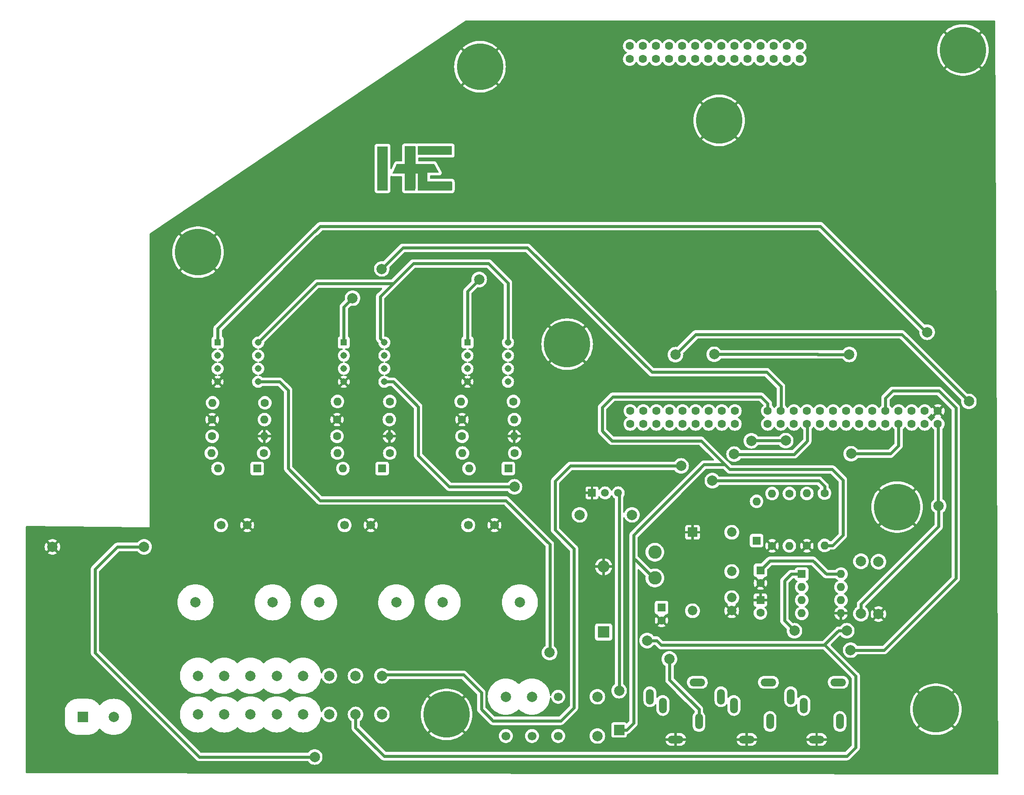
<source format=gtl>
G04 #@! TF.GenerationSoftware,KiCad,Pcbnew,7.0.2*
G04 #@! TF.CreationDate,2023-07-28T18:03:51+01:00*
G04 #@! TF.ProjectId,ECS-Prototype,4543532d-5072-46f7-946f-747970652e6b,1.4*
G04 #@! TF.SameCoordinates,Original*
G04 #@! TF.FileFunction,Copper,L1,Top*
G04 #@! TF.FilePolarity,Positive*
%FSLAX46Y46*%
G04 Gerber Fmt 4.6, Leading zero omitted, Abs format (unit mm)*
G04 Created by KiCad (PCBNEW 7.0.2) date 2023-07-28 18:03:51*
%MOMM*%
%LPD*%
G01*
G04 APERTURE LIST*
G04 #@! TA.AperFunction,ComponentPad*
%ADD10C,9.000000*%
G04 #@! TD*
G04 #@! TA.AperFunction,ComponentPad*
%ADD11C,2.000000*%
G04 #@! TD*
G04 #@! TA.AperFunction,ComponentPad*
%ADD12O,3.016000X1.508000*%
G04 #@! TD*
G04 #@! TA.AperFunction,ComponentPad*
%ADD13O,1.508000X3.016000*%
G04 #@! TD*
G04 #@! TA.AperFunction,ComponentPad*
%ADD14R,2.000000X2.000000*%
G04 #@! TD*
G04 #@! TA.AperFunction,ComponentPad*
%ADD15R,2.300000X2.300000*%
G04 #@! TD*
G04 #@! TA.AperFunction,ComponentPad*
%ADD16O,2.300000X2.300000*%
G04 #@! TD*
G04 #@! TA.AperFunction,ComponentPad*
%ADD17R,1.500000X1.500000*%
G04 #@! TD*
G04 #@! TA.AperFunction,ComponentPad*
%ADD18C,1.500000*%
G04 #@! TD*
G04 #@! TA.AperFunction,ComponentPad*
%ADD19C,1.600000*%
G04 #@! TD*
G04 #@! TA.AperFunction,ComponentPad*
%ADD20O,1.600000X1.600000*%
G04 #@! TD*
G04 #@! TA.AperFunction,ComponentPad*
%ADD21C,1.700000*%
G04 #@! TD*
G04 #@! TA.AperFunction,ComponentPad*
%ADD22R,1.600000X1.600000*%
G04 #@! TD*
G04 #@! TA.AperFunction,ComponentPad*
%ADD23C,2.600000*%
G04 #@! TD*
G04 #@! TA.AperFunction,ComponentPad*
%ADD24R,1.308000X1.308000*%
G04 #@! TD*
G04 #@! TA.AperFunction,ComponentPad*
%ADD25C,1.308000*%
G04 #@! TD*
G04 #@! TA.AperFunction,ComponentPad*
%ADD26R,1.850000X1.850000*%
G04 #@! TD*
G04 #@! TA.AperFunction,ComponentPad*
%ADD27C,1.850000*%
G04 #@! TD*
G04 #@! TA.AperFunction,ViaPad*
%ADD28C,2.000000*%
G04 #@! TD*
G04 #@! TA.AperFunction,Conductor*
%ADD29C,0.600000*%
G04 #@! TD*
G04 APERTURE END LIST*
G04 #@! TA.AperFunction,EtchedComponent*
G36*
X207017063Y-80110963D02*
G01*
X207174920Y-80110975D01*
X207334059Y-80110997D01*
X207494140Y-80111027D01*
X207654825Y-80111067D01*
X207815777Y-80111116D01*
X207976656Y-80111173D01*
X208137125Y-80111239D01*
X208296845Y-80111313D01*
X208455479Y-80111396D01*
X208612687Y-80111488D01*
X208768133Y-80111587D01*
X208921477Y-80111695D01*
X209072382Y-80111811D01*
X209220509Y-80111934D01*
X209365520Y-80112066D01*
X209507077Y-80112205D01*
X209644842Y-80112352D01*
X209778476Y-80112506D01*
X209907642Y-80112667D01*
X210032000Y-80112836D01*
X210151214Y-80113012D01*
X210264944Y-80113195D01*
X210372853Y-80113385D01*
X210474602Y-80113582D01*
X210569854Y-80113786D01*
X210658269Y-80113996D01*
X210739510Y-80114213D01*
X210813239Y-80114436D01*
X210879116Y-80114665D01*
X210936806Y-80114901D01*
X210985968Y-80115142D01*
X211026265Y-80115390D01*
X211057358Y-80115643D01*
X211078910Y-80115903D01*
X211090582Y-80116168D01*
X211092698Y-80116327D01*
X211101021Y-80124722D01*
X211107775Y-80137872D01*
X211107990Y-80138514D01*
X211108825Y-80145547D01*
X211109603Y-80161446D01*
X211110326Y-80186336D01*
X211110995Y-80220346D01*
X211111610Y-80263603D01*
X211112173Y-80316234D01*
X211112685Y-80378365D01*
X211113146Y-80450125D01*
X211113559Y-80531640D01*
X211113922Y-80623038D01*
X211114239Y-80724445D01*
X211114510Y-80835990D01*
X211114735Y-80957798D01*
X211114777Y-80985003D01*
X211114933Y-81095019D01*
X211115054Y-81195079D01*
X211115135Y-81285648D01*
X211115174Y-81367188D01*
X211115167Y-81440162D01*
X211115110Y-81505035D01*
X211115000Y-81562270D01*
X211114833Y-81612328D01*
X211114605Y-81655675D01*
X211114314Y-81692773D01*
X211113955Y-81724086D01*
X211113525Y-81750076D01*
X211113020Y-81771207D01*
X211112437Y-81787942D01*
X211111773Y-81800745D01*
X211111023Y-81810079D01*
X211110184Y-81816407D01*
X211109253Y-81820193D01*
X211108349Y-81821794D01*
X211106700Y-81822291D01*
X211102672Y-81822768D01*
X211096042Y-81823225D01*
X211086582Y-81823664D01*
X211074069Y-81824084D01*
X211058275Y-81824487D01*
X211038976Y-81824873D01*
X211015947Y-81825243D01*
X210988961Y-81825598D01*
X210957793Y-81825939D01*
X210922219Y-81826265D01*
X210882012Y-81826578D01*
X210836947Y-81826879D01*
X210786798Y-81827167D01*
X210731341Y-81827445D01*
X210670349Y-81827712D01*
X210603598Y-81827970D01*
X210530861Y-81828218D01*
X210451914Y-81828458D01*
X210366530Y-81828691D01*
X210274485Y-81828917D01*
X210175553Y-81829136D01*
X210069508Y-81829350D01*
X209956125Y-81829559D01*
X209835178Y-81829764D01*
X209706443Y-81829965D01*
X209569694Y-81830164D01*
X209424704Y-81830360D01*
X209271250Y-81830556D01*
X209109104Y-81830750D01*
X208938043Y-81830945D01*
X208757840Y-81831140D01*
X208568270Y-81831337D01*
X208369107Y-81831536D01*
X208160126Y-81831738D01*
X207941102Y-81831944D01*
X207790238Y-81832082D01*
X207567512Y-81832278D01*
X207351177Y-81832452D01*
X207141388Y-81832606D01*
X206938299Y-81832739D01*
X206742066Y-81832851D01*
X206552842Y-81832943D01*
X206370783Y-81833014D01*
X206196042Y-81833065D01*
X206028774Y-81833096D01*
X205869134Y-81833106D01*
X205717276Y-81833097D01*
X205573355Y-81833067D01*
X205437526Y-81833017D01*
X205309942Y-81832948D01*
X205190758Y-81832858D01*
X205080130Y-81832749D01*
X204978211Y-81832621D01*
X204885156Y-81832472D01*
X204801119Y-81832305D01*
X204726255Y-81832118D01*
X204660719Y-81831912D01*
X204604665Y-81831686D01*
X204558248Y-81831442D01*
X204521622Y-81831178D01*
X204494941Y-81830896D01*
X204478361Y-81830594D01*
X204472035Y-81830274D01*
X204471985Y-81830255D01*
X204470943Y-81828708D01*
X204469989Y-81825105D01*
X204469117Y-81818981D01*
X204468321Y-81809870D01*
X204467596Y-81797306D01*
X204466935Y-81780822D01*
X204466333Y-81759954D01*
X204465784Y-81734236D01*
X204465282Y-81703201D01*
X204464821Y-81666384D01*
X204464395Y-81623318D01*
X204463998Y-81573539D01*
X204463625Y-81516579D01*
X204463269Y-81451974D01*
X204462925Y-81379258D01*
X204462587Y-81297964D01*
X204462249Y-81207627D01*
X204461905Y-81107781D01*
X204461567Y-81003470D01*
X204461286Y-80911201D01*
X204461036Y-80821440D01*
X204460816Y-80734772D01*
X204460628Y-80651782D01*
X204460472Y-80573054D01*
X204460349Y-80499173D01*
X204460259Y-80430724D01*
X204460202Y-80368290D01*
X204460180Y-80312457D01*
X204460194Y-80263809D01*
X204460242Y-80222930D01*
X204460327Y-80190406D01*
X204460449Y-80166820D01*
X204460608Y-80152757D01*
X204460708Y-80149360D01*
X204462872Y-80128647D01*
X204466773Y-80117171D01*
X204470188Y-80114222D01*
X204476043Y-80113957D01*
X204491971Y-80113705D01*
X204517635Y-80113464D01*
X204552697Y-80113235D01*
X204596817Y-80113018D01*
X204649659Y-80112812D01*
X204710883Y-80112618D01*
X204780151Y-80112435D01*
X204857126Y-80112264D01*
X204941470Y-80112103D01*
X205032843Y-80111954D01*
X205130908Y-80111815D01*
X205235326Y-80111687D01*
X205345760Y-80111570D01*
X205461871Y-80111464D01*
X205583321Y-80111368D01*
X205709772Y-80111283D01*
X205840885Y-80111207D01*
X205976323Y-80111142D01*
X206115747Y-80111087D01*
X206258819Y-80111042D01*
X206405201Y-80111007D01*
X206554554Y-80110982D01*
X206706541Y-80110966D01*
X206860823Y-80110959D01*
X207017063Y-80110963D01*
G37*
G04 #@! TD.AperFunction*
G04 #@! TA.AperFunction,EtchedComponent*
G36*
X197218999Y-80152709D02*
G01*
X197307402Y-80152711D01*
X197399718Y-80152716D01*
X197495405Y-80152721D01*
X197593922Y-80152728D01*
X197670348Y-80152735D01*
X197791643Y-80152756D01*
X197902922Y-80152801D01*
X198004586Y-80152873D01*
X198097037Y-80152973D01*
X198180679Y-80153105D01*
X198255911Y-80153272D01*
X198323137Y-80153477D01*
X198382758Y-80153722D01*
X198435177Y-80154010D01*
X198480795Y-80154345D01*
X198520014Y-80154728D01*
X198553236Y-80155163D01*
X198580864Y-80155653D01*
X198603298Y-80156201D01*
X198620942Y-80156808D01*
X198634197Y-80157479D01*
X198643464Y-80158217D01*
X198649147Y-80159023D01*
X198651320Y-80159686D01*
X198664426Y-80166553D01*
X198664021Y-84428160D01*
X198663995Y-84683283D01*
X198663967Y-84928193D01*
X198663936Y-85163095D01*
X198663903Y-85388194D01*
X198663866Y-85603695D01*
X198663825Y-85809803D01*
X198663780Y-86006724D01*
X198663730Y-86194663D01*
X198663676Y-86373824D01*
X198663616Y-86544414D01*
X198663550Y-86706636D01*
X198663479Y-86860697D01*
X198663400Y-87006801D01*
X198663315Y-87145154D01*
X198663222Y-87275960D01*
X198663122Y-87399426D01*
X198663013Y-87515755D01*
X198662896Y-87625153D01*
X198662770Y-87727826D01*
X198662635Y-87823979D01*
X198662490Y-87913815D01*
X198662335Y-87997542D01*
X198662170Y-88075364D01*
X198661993Y-88147485D01*
X198661805Y-88214112D01*
X198661606Y-88275449D01*
X198661394Y-88331702D01*
X198661171Y-88383075D01*
X198660934Y-88429774D01*
X198660684Y-88472005D01*
X198660420Y-88509971D01*
X198660142Y-88543878D01*
X198659850Y-88573932D01*
X198659543Y-88600337D01*
X198659221Y-88623300D01*
X198658883Y-88643023D01*
X198658529Y-88659714D01*
X198658159Y-88673578D01*
X198657771Y-88684818D01*
X198657367Y-88693641D01*
X198656945Y-88700251D01*
X198656505Y-88704854D01*
X198656047Y-88707655D01*
X198655794Y-88708485D01*
X198649279Y-88720521D01*
X198642870Y-88727029D01*
X198641532Y-88727393D01*
X198628290Y-88727628D01*
X198605716Y-88727841D01*
X198574423Y-88728031D01*
X198535022Y-88728199D01*
X198488125Y-88728346D01*
X198434342Y-88728472D01*
X198374286Y-88728578D01*
X198308568Y-88728663D01*
X198237800Y-88728729D01*
X198162593Y-88728777D01*
X198083559Y-88728806D01*
X198001309Y-88728817D01*
X197916455Y-88728810D01*
X197829608Y-88728787D01*
X197741380Y-88728747D01*
X197652383Y-88728692D01*
X197563228Y-88728621D01*
X197474527Y-88728535D01*
X197386891Y-88728435D01*
X197300931Y-88728321D01*
X197217260Y-88728193D01*
X197136488Y-88728053D01*
X197059228Y-88727900D01*
X196986091Y-88727735D01*
X196917688Y-88727559D01*
X196854632Y-88727373D01*
X196797532Y-88727175D01*
X196747002Y-88726968D01*
X196703653Y-88726752D01*
X196668096Y-88726527D01*
X196640943Y-88726293D01*
X196622805Y-88726051D01*
X196614294Y-88725803D01*
X196613711Y-88725728D01*
X196605158Y-88715130D01*
X196599640Y-88694679D01*
X196597174Y-88664495D01*
X196597778Y-88624694D01*
X196598291Y-88615205D01*
X196598477Y-88606903D01*
X196598660Y-88588434D01*
X196598840Y-88560048D01*
X196599017Y-88521995D01*
X196599189Y-88474527D01*
X196599358Y-88417895D01*
X196599523Y-88352349D01*
X196599684Y-88278139D01*
X196599840Y-88195518D01*
X196599992Y-88104735D01*
X196600139Y-88006041D01*
X196600281Y-87899687D01*
X196600417Y-87785924D01*
X196600548Y-87665002D01*
X196600673Y-87537172D01*
X196600793Y-87402686D01*
X196600906Y-87261793D01*
X196601013Y-87114745D01*
X196601114Y-86961792D01*
X196601208Y-86803184D01*
X196601295Y-86639174D01*
X196601375Y-86470012D01*
X196601448Y-86295947D01*
X196601513Y-86117232D01*
X196601570Y-85934116D01*
X196601620Y-85746851D01*
X196601661Y-85555688D01*
X196601695Y-85360876D01*
X196601719Y-85162667D01*
X196601735Y-84961312D01*
X196601743Y-84757062D01*
X196601741Y-84550166D01*
X196601731Y-84360710D01*
X196601714Y-84108061D01*
X196601701Y-83865622D01*
X196601692Y-83633188D01*
X196601688Y-83410551D01*
X196601688Y-83197503D01*
X196601694Y-82993838D01*
X196601706Y-82799349D01*
X196601723Y-82613829D01*
X196601748Y-82437069D01*
X196601778Y-82268864D01*
X196601816Y-82109006D01*
X196601862Y-81957288D01*
X196601916Y-81813503D01*
X196601977Y-81677443D01*
X196602048Y-81548902D01*
X196602128Y-81427672D01*
X196602217Y-81313546D01*
X196602315Y-81206318D01*
X196602424Y-81105780D01*
X196602544Y-81011724D01*
X196602674Y-80923945D01*
X196602816Y-80842234D01*
X196602970Y-80766384D01*
X196603135Y-80696189D01*
X196603313Y-80631441D01*
X196603504Y-80571933D01*
X196603708Y-80517458D01*
X196603926Y-80467809D01*
X196604157Y-80422779D01*
X196604403Y-80382160D01*
X196604664Y-80345746D01*
X196604939Y-80313328D01*
X196605230Y-80284702D01*
X196605537Y-80259658D01*
X196605860Y-80237990D01*
X196606200Y-80219491D01*
X196606556Y-80203953D01*
X196606930Y-80191170D01*
X196607322Y-80180935D01*
X196607732Y-80173039D01*
X196608160Y-80167277D01*
X196608607Y-80163441D01*
X196609073Y-80161324D01*
X196609351Y-80160802D01*
X196617458Y-80156368D01*
X196632046Y-80153794D01*
X196654890Y-80152798D01*
X196659878Y-80152765D01*
X196669457Y-80152753D01*
X196688913Y-80152743D01*
X196717703Y-80152734D01*
X196755284Y-80152727D01*
X196801116Y-80152720D01*
X196854656Y-80152715D01*
X196915361Y-80152711D01*
X196982690Y-80152708D01*
X197056101Y-80152707D01*
X197135051Y-80152707D01*
X197218999Y-80152709D01*
G37*
G04 #@! TD.AperFunction*
G04 #@! TA.AperFunction,EtchedComponent*
G36*
X203619386Y-80110500D02*
G01*
X203692059Y-80110577D01*
X203758465Y-80110697D01*
X203818103Y-80110859D01*
X203870467Y-80111062D01*
X203915057Y-80111304D01*
X203951368Y-80111586D01*
X203978898Y-80111907D01*
X203997144Y-80112265D01*
X204005603Y-80112661D01*
X204006134Y-80112767D01*
X204006834Y-80114190D01*
X204007489Y-80117861D01*
X204008102Y-80124098D01*
X204008673Y-80133219D01*
X204009205Y-80145543D01*
X204009697Y-80161386D01*
X204010153Y-80181068D01*
X204010572Y-80204906D01*
X204010958Y-80233217D01*
X204011310Y-80266321D01*
X204011630Y-80304534D01*
X204011920Y-80348175D01*
X204012181Y-80397561D01*
X204012415Y-80453011D01*
X204012622Y-80514842D01*
X204012805Y-80583373D01*
X204012964Y-80658921D01*
X204013102Y-80741805D01*
X204013218Y-80832341D01*
X204013316Y-80930849D01*
X204013395Y-81037646D01*
X204013459Y-81153050D01*
X204013507Y-81277378D01*
X204013541Y-81410950D01*
X204013563Y-81554082D01*
X204013575Y-81707093D01*
X204013577Y-81819833D01*
X204013586Y-81988267D01*
X204013615Y-82146517D01*
X204013665Y-82294820D01*
X204013735Y-82433412D01*
X204013828Y-82562527D01*
X204013944Y-82682402D01*
X204014083Y-82793272D01*
X204014246Y-82895372D01*
X204014435Y-82988938D01*
X204014650Y-83074206D01*
X204014892Y-83151411D01*
X204015162Y-83220789D01*
X204015461Y-83282575D01*
X204015788Y-83337005D01*
X204016147Y-83384314D01*
X204016536Y-83424738D01*
X204016957Y-83458512D01*
X204017411Y-83485873D01*
X204017898Y-83507055D01*
X204018420Y-83522294D01*
X204018977Y-83531826D01*
X204019570Y-83535886D01*
X204019577Y-83535902D01*
X204027129Y-83546746D01*
X204034547Y-83551917D01*
X204040661Y-83552223D01*
X204056730Y-83552516D01*
X204082290Y-83552796D01*
X204116877Y-83553064D01*
X204160028Y-83553320D01*
X204211280Y-83553562D01*
X204270168Y-83553792D01*
X204336229Y-83554009D01*
X204408999Y-83554214D01*
X204488016Y-83554405D01*
X204572814Y-83554583D01*
X204662931Y-83554748D01*
X204757903Y-83554900D01*
X204857266Y-83555038D01*
X204960557Y-83555163D01*
X205067311Y-83555275D01*
X205177067Y-83555373D01*
X205289359Y-83555458D01*
X205403724Y-83555529D01*
X205519698Y-83555586D01*
X205636819Y-83555630D01*
X205754622Y-83555660D01*
X205872643Y-83555676D01*
X205990420Y-83555678D01*
X206107488Y-83555666D01*
X206223384Y-83555639D01*
X206337644Y-83555599D01*
X206449805Y-83555544D01*
X206559402Y-83555475D01*
X206665973Y-83555392D01*
X206769053Y-83555294D01*
X206868180Y-83555181D01*
X206962889Y-83555054D01*
X207052717Y-83554913D01*
X207137200Y-83554756D01*
X207215875Y-83554585D01*
X207288277Y-83554399D01*
X207353944Y-83554198D01*
X207412412Y-83553981D01*
X207463217Y-83553750D01*
X207505895Y-83553504D01*
X207539983Y-83553242D01*
X207565018Y-83552965D01*
X207580535Y-83552672D01*
X207585484Y-83552459D01*
X207608085Y-83550583D01*
X207622796Y-83550055D01*
X207632101Y-83551239D01*
X207638481Y-83554500D01*
X207644419Y-83560201D01*
X207645390Y-83561252D01*
X207656266Y-83573050D01*
X207669903Y-83587831D01*
X207675910Y-83594339D01*
X207687307Y-83609035D01*
X207700229Y-83629236D01*
X207712098Y-83650869D01*
X207713370Y-83653454D01*
X207723254Y-83673477D01*
X207732378Y-83691361D01*
X207739069Y-83703835D01*
X207740058Y-83705546D01*
X207746001Y-83716716D01*
X207754369Y-83733871D01*
X207763426Y-83753445D01*
X207764080Y-83754900D01*
X207773985Y-83775385D01*
X207784424Y-83794444D01*
X207793170Y-83808016D01*
X207793318Y-83808211D01*
X207803876Y-83824956D01*
X207812764Y-83843723D01*
X207813670Y-83846168D01*
X207821393Y-83863664D01*
X207832029Y-83882770D01*
X207836217Y-83889227D01*
X207846636Y-83905785D01*
X207858642Y-83926854D01*
X207868258Y-83945168D01*
X207878537Y-83964687D01*
X207888923Y-83982672D01*
X207896769Y-83994656D01*
X207902703Y-84004063D01*
X207912387Y-84021062D01*
X207924886Y-84043937D01*
X207939265Y-84070974D01*
X207954589Y-84100459D01*
X207956378Y-84103945D01*
X207971390Y-84132953D01*
X207985205Y-84159109D01*
X207996983Y-84180863D01*
X208005884Y-84196670D01*
X208011068Y-84204980D01*
X208011509Y-84205524D01*
X208017118Y-84214527D01*
X208024304Y-84229700D01*
X208029904Y-84243573D01*
X208039594Y-84265064D01*
X208051983Y-84286862D01*
X208059156Y-84297279D01*
X208071899Y-84316226D01*
X208084442Y-84338402D01*
X208090007Y-84349924D01*
X208100899Y-84371534D01*
X208114398Y-84394361D01*
X208121672Y-84405175D01*
X208130434Y-84418714D01*
X208142601Y-84439363D01*
X208156926Y-84464912D01*
X208172160Y-84493150D01*
X208182285Y-84512534D01*
X208196305Y-84539525D01*
X208209056Y-84563637D01*
X208219631Y-84583187D01*
X208227120Y-84596492D01*
X208230294Y-84601526D01*
X208235304Y-84609721D01*
X208243144Y-84624607D01*
X208252355Y-84643380D01*
X208255107Y-84649222D01*
X208265314Y-84669438D01*
X208275693Y-84687281D01*
X208284337Y-84699530D01*
X208285924Y-84701262D01*
X208294138Y-84712410D01*
X208303563Y-84729546D01*
X208311480Y-84747331D01*
X208320952Y-84769087D01*
X208331876Y-84790846D01*
X208339904Y-84804684D01*
X208351020Y-84823304D01*
X208362873Y-84845151D01*
X208368847Y-84857094D01*
X208379435Y-84877782D01*
X208391301Y-84898907D01*
X208397595Y-84909186D01*
X208408388Y-84927077D01*
X208418262Y-84945248D01*
X208421374Y-84951634D01*
X208428278Y-84965176D01*
X208438751Y-84984062D01*
X208450843Y-85004802D01*
X208454316Y-85010569D01*
X208465847Y-85030108D01*
X208475668Y-85047732D01*
X208482155Y-85060496D01*
X208483336Y-85063264D01*
X208489284Y-85075425D01*
X208498583Y-85091077D01*
X208503214Y-85098095D01*
X208510659Y-85110179D01*
X208521225Y-85128937D01*
X208533929Y-85152450D01*
X208547784Y-85178799D01*
X208561808Y-85206065D01*
X208575016Y-85232330D01*
X208586424Y-85255675D01*
X208595047Y-85274181D01*
X208599901Y-85285930D01*
X208600401Y-85287552D01*
X208600870Y-85295712D01*
X208594976Y-85300106D01*
X208586202Y-85302197D01*
X208574617Y-85303044D01*
X208555204Y-85303069D01*
X208530520Y-85302320D01*
X208503119Y-85300846D01*
X208498688Y-85300548D01*
X208486314Y-85300049D01*
X208464040Y-85299556D01*
X208432384Y-85299073D01*
X208391864Y-85298600D01*
X208342998Y-85298142D01*
X208286305Y-85297701D01*
X208222303Y-85297279D01*
X208151510Y-85296879D01*
X208074444Y-85296504D01*
X207991623Y-85296157D01*
X207903566Y-85295840D01*
X207810791Y-85295556D01*
X207713815Y-85295307D01*
X207613158Y-85295097D01*
X207509337Y-85294927D01*
X207402870Y-85294802D01*
X207380476Y-85294781D01*
X206332588Y-85293874D01*
X206324200Y-85305832D01*
X206323089Y-85308070D01*
X206322081Y-85311785D01*
X206321170Y-85317457D01*
X206320354Y-85325565D01*
X206319626Y-85336586D01*
X206318983Y-85351001D01*
X206318420Y-85369288D01*
X206317932Y-85391926D01*
X206317515Y-85419393D01*
X206317164Y-85452169D01*
X206316875Y-85490733D01*
X206316643Y-85535563D01*
X206316463Y-85587139D01*
X206316332Y-85645939D01*
X206316244Y-85712442D01*
X206316194Y-85787127D01*
X206316180Y-85870473D01*
X206316195Y-85962959D01*
X206316235Y-86065064D01*
X206316274Y-86139047D01*
X206316336Y-86247209D01*
X206316399Y-86345438D01*
X206316469Y-86434217D01*
X206316554Y-86514032D01*
X206316658Y-86585367D01*
X206316789Y-86648707D01*
X206316954Y-86704537D01*
X206317158Y-86753342D01*
X206317409Y-86795605D01*
X206317711Y-86831812D01*
X206318073Y-86862447D01*
X206318501Y-86887996D01*
X206319000Y-86908942D01*
X206319578Y-86925771D01*
X206320241Y-86938966D01*
X206320995Y-86949014D01*
X206321847Y-86956398D01*
X206322803Y-86961603D01*
X206323869Y-86965113D01*
X206325053Y-86967414D01*
X206326361Y-86968991D01*
X206327342Y-86969913D01*
X206331801Y-86973079D01*
X206338248Y-86975569D01*
X206348044Y-86977520D01*
X206362553Y-86979071D01*
X206383138Y-86980360D01*
X206411161Y-86981524D01*
X206447984Y-86982702D01*
X206455921Y-86982934D01*
X206469178Y-86983168D01*
X206492494Y-86983399D01*
X206525509Y-86983626D01*
X206567865Y-86983851D01*
X206619202Y-86984071D01*
X206679160Y-86984286D01*
X206747380Y-86984495D01*
X206823502Y-86984699D01*
X206907168Y-86984896D01*
X206998018Y-86985087D01*
X207095692Y-86985269D01*
X207199831Y-86985443D01*
X207310076Y-86985609D01*
X207426067Y-86985765D01*
X207547445Y-86985911D01*
X207673850Y-86986047D01*
X207804923Y-86986171D01*
X207940305Y-86986284D01*
X208079637Y-86986385D01*
X208222558Y-86986472D01*
X208368710Y-86986547D01*
X208517733Y-86986608D01*
X208669267Y-86986654D01*
X208822954Y-86986685D01*
X208824262Y-86986685D01*
X208976971Y-86986708D01*
X209127102Y-86986732D01*
X209274316Y-86986755D01*
X209418274Y-86986779D01*
X209558636Y-86986803D01*
X209695064Y-86986827D01*
X209827218Y-86986851D01*
X209954761Y-86986875D01*
X210077352Y-86986899D01*
X210194654Y-86986922D01*
X210306326Y-86986945D01*
X210412030Y-86986967D01*
X210511427Y-86986989D01*
X210604179Y-86987011D01*
X210689945Y-86987031D01*
X210768387Y-86987051D01*
X210839167Y-86987071D01*
X210901944Y-86987089D01*
X210956381Y-86987106D01*
X211002138Y-86987123D01*
X211038876Y-86987138D01*
X211066257Y-86987152D01*
X211083940Y-86987165D01*
X211091588Y-86987177D01*
X211091827Y-86987178D01*
X211096048Y-86987001D01*
X211099893Y-86986700D01*
X211103380Y-86986737D01*
X211106525Y-86987575D01*
X211109346Y-86989678D01*
X211111860Y-86993507D01*
X211114084Y-86999526D01*
X211116036Y-87008198D01*
X211117733Y-87019985D01*
X211119191Y-87035351D01*
X211120429Y-87054758D01*
X211121463Y-87078670D01*
X211122311Y-87107549D01*
X211122989Y-87141857D01*
X211123516Y-87182059D01*
X211123908Y-87228617D01*
X211124182Y-87281994D01*
X211124357Y-87342652D01*
X211124448Y-87411055D01*
X211124474Y-87487665D01*
X211124451Y-87572946D01*
X211124396Y-87667359D01*
X211124328Y-87771369D01*
X211124276Y-87859015D01*
X211124213Y-87968451D01*
X211124141Y-88067951D01*
X211124056Y-88157999D01*
X211123951Y-88239077D01*
X211123822Y-88311668D01*
X211123663Y-88376255D01*
X211123469Y-88433321D01*
X211123234Y-88483348D01*
X211122954Y-88526821D01*
X211122622Y-88564221D01*
X211122234Y-88596031D01*
X211121784Y-88622735D01*
X211121267Y-88644814D01*
X211120678Y-88662753D01*
X211120010Y-88677034D01*
X211119260Y-88688139D01*
X211118421Y-88696553D01*
X211117488Y-88702756D01*
X211116456Y-88707234D01*
X211115320Y-88710467D01*
X211114860Y-88711469D01*
X211105886Y-88729807D01*
X207798052Y-88732701D01*
X207612736Y-88732870D01*
X207429972Y-88733049D01*
X207250039Y-88733238D01*
X207073214Y-88733436D01*
X206899776Y-88733642D01*
X206730003Y-88733857D01*
X206564174Y-88734079D01*
X206402566Y-88734309D01*
X206245459Y-88734544D01*
X206093130Y-88734785D01*
X205945858Y-88735032D01*
X205803920Y-88735282D01*
X205667596Y-88735537D01*
X205537164Y-88735795D01*
X205412902Y-88736056D01*
X205295088Y-88736319D01*
X205184000Y-88736584D01*
X205079917Y-88736850D01*
X204983118Y-88737116D01*
X204893880Y-88737382D01*
X204812482Y-88737647D01*
X204739202Y-88737911D01*
X204674318Y-88738172D01*
X204618109Y-88738432D01*
X204570853Y-88738688D01*
X204532829Y-88738940D01*
X204504314Y-88739189D01*
X204485587Y-88739432D01*
X204476926Y-88739670D01*
X204476353Y-88739732D01*
X204465030Y-88741193D01*
X204458210Y-88735687D01*
X204456891Y-88733409D01*
X204456310Y-88728626D01*
X204455770Y-88716419D01*
X204455271Y-88696629D01*
X204454811Y-88669095D01*
X204454391Y-88633660D01*
X204454010Y-88590162D01*
X204453668Y-88538442D01*
X204453364Y-88478342D01*
X204453098Y-88409702D01*
X204452870Y-88332361D01*
X204452679Y-88246161D01*
X204452524Y-88150942D01*
X204452405Y-88046545D01*
X204452322Y-87932810D01*
X204452275Y-87809577D01*
X204452263Y-87676688D01*
X204452285Y-87533983D01*
X204452341Y-87381301D01*
X204452431Y-87218485D01*
X204452523Y-87085255D01*
X204452638Y-86930131D01*
X204452739Y-86785084D01*
X204452826Y-86649774D01*
X204452897Y-86523861D01*
X204452950Y-86407004D01*
X204452984Y-86298862D01*
X204452996Y-86199096D01*
X204452986Y-86107363D01*
X204452952Y-86023324D01*
X204452892Y-85946638D01*
X204452804Y-85876965D01*
X204452688Y-85813964D01*
X204452540Y-85757294D01*
X204452360Y-85706614D01*
X204452146Y-85661585D01*
X204451897Y-85621865D01*
X204451610Y-85587115D01*
X204451285Y-85556992D01*
X204450919Y-85531158D01*
X204450511Y-85509271D01*
X204450059Y-85490990D01*
X204449562Y-85475975D01*
X204449018Y-85463886D01*
X204448426Y-85454382D01*
X204447783Y-85447122D01*
X204447089Y-85441765D01*
X204446341Y-85437972D01*
X204445538Y-85435401D01*
X204444679Y-85433712D01*
X204444671Y-85433700D01*
X204435588Y-85419838D01*
X204236303Y-85418301D01*
X204185243Y-85417935D01*
X204143582Y-85417729D01*
X204110299Y-85417720D01*
X204084374Y-85417945D01*
X204064789Y-85418442D01*
X204050524Y-85419249D01*
X204040559Y-85420403D01*
X204033875Y-85421942D01*
X204029451Y-85423902D01*
X204026600Y-85426024D01*
X204025614Y-85426984D01*
X204024691Y-85428279D01*
X204023830Y-85430250D01*
X204023026Y-85433240D01*
X204022279Y-85437591D01*
X204021584Y-85443642D01*
X204020939Y-85451737D01*
X204020341Y-85462216D01*
X204019788Y-85475421D01*
X204019277Y-85491693D01*
X204018806Y-85511375D01*
X204018371Y-85534807D01*
X204017970Y-85562332D01*
X204017600Y-85594290D01*
X204017258Y-85631023D01*
X204016942Y-85672873D01*
X204016649Y-85720181D01*
X204016377Y-85773289D01*
X204016122Y-85832539D01*
X204015882Y-85898271D01*
X204015654Y-85970827D01*
X204015436Y-86050549D01*
X204015225Y-86137779D01*
X204015018Y-86232858D01*
X204014812Y-86336127D01*
X204014604Y-86447928D01*
X204014393Y-86568602D01*
X204014175Y-86698491D01*
X204013948Y-86837937D01*
X204013708Y-86987281D01*
X204013577Y-87069523D01*
X204013280Y-87246010D01*
X204012969Y-87412143D01*
X204012644Y-87567987D01*
X204012303Y-87713605D01*
X204011947Y-87849062D01*
X204011575Y-87974423D01*
X204011188Y-88089751D01*
X204010784Y-88195112D01*
X204010363Y-88290569D01*
X204009926Y-88376187D01*
X204009471Y-88452031D01*
X204008999Y-88518164D01*
X204008510Y-88574651D01*
X204008002Y-88621556D01*
X204007475Y-88658944D01*
X204006930Y-88686879D01*
X204006366Y-88705425D01*
X204005782Y-88714648D01*
X204005572Y-88715687D01*
X204000172Y-88727613D01*
X202980004Y-88727307D01*
X202877640Y-88727261D01*
X202778043Y-88727184D01*
X202681716Y-88727080D01*
X202589159Y-88726950D01*
X202500875Y-88726794D01*
X202417365Y-88726616D01*
X202339131Y-88726417D01*
X202266674Y-88726198D01*
X202200497Y-88725960D01*
X202141100Y-88725707D01*
X202088986Y-88725439D01*
X202044656Y-88725159D01*
X202008612Y-88724867D01*
X201981356Y-88724566D01*
X201963388Y-88724257D01*
X201955212Y-88723941D01*
X201954756Y-88723861D01*
X201953013Y-88722791D01*
X201951383Y-88721580D01*
X201949862Y-88719886D01*
X201948446Y-88717370D01*
X201947132Y-88713691D01*
X201945915Y-88708509D01*
X201944791Y-88701482D01*
X201943757Y-88692270D01*
X201942809Y-88680533D01*
X201941941Y-88665929D01*
X201941152Y-88648120D01*
X201940436Y-88626763D01*
X201939790Y-88601518D01*
X201939210Y-88572045D01*
X201938692Y-88538003D01*
X201938231Y-88499052D01*
X201937825Y-88454850D01*
X201937469Y-88405058D01*
X201937159Y-88349335D01*
X201936891Y-88287340D01*
X201936661Y-88218732D01*
X201936466Y-88143172D01*
X201936301Y-88060318D01*
X201936162Y-87969830D01*
X201936046Y-87871368D01*
X201935949Y-87764590D01*
X201935866Y-87649156D01*
X201935794Y-87524726D01*
X201935728Y-87390959D01*
X201935666Y-87247514D01*
X201935602Y-87094051D01*
X201935591Y-87066121D01*
X201935528Y-86936754D01*
X201935449Y-86810071D01*
X201935355Y-86686468D01*
X201935245Y-86566343D01*
X201935122Y-86450092D01*
X201934986Y-86338111D01*
X201934838Y-86230798D01*
X201934678Y-86128549D01*
X201934508Y-86031761D01*
X201934328Y-85940830D01*
X201934140Y-85856154D01*
X201933944Y-85778129D01*
X201933740Y-85707152D01*
X201933531Y-85643619D01*
X201933316Y-85587927D01*
X201933097Y-85540474D01*
X201932874Y-85501655D01*
X201932649Y-85471867D01*
X201932422Y-85451508D01*
X201932193Y-85440973D01*
X201932080Y-85439515D01*
X201925798Y-85434077D01*
X201914593Y-85427348D01*
X201914332Y-85427212D01*
X201911652Y-85426318D01*
X201906943Y-85425494D01*
X201899798Y-85424737D01*
X201889813Y-85424046D01*
X201876582Y-85423416D01*
X201859702Y-85422846D01*
X201838767Y-85422332D01*
X201813372Y-85421871D01*
X201783112Y-85421461D01*
X201747582Y-85421099D01*
X201706377Y-85420782D01*
X201659092Y-85420507D01*
X201605323Y-85420272D01*
X201544663Y-85420073D01*
X201476709Y-85419908D01*
X201401055Y-85419774D01*
X201317297Y-85419668D01*
X201225029Y-85419588D01*
X201123846Y-85419530D01*
X201013344Y-85419492D01*
X200893117Y-85419470D01*
X200801198Y-85419463D01*
X200692733Y-85419482D01*
X200586923Y-85419543D01*
X200484263Y-85419645D01*
X200385247Y-85419786D01*
X200290371Y-85419963D01*
X200200130Y-85420176D01*
X200115018Y-85420422D01*
X200035532Y-85420698D01*
X199962165Y-85421003D01*
X199895413Y-85421335D01*
X199835770Y-85421692D01*
X199783732Y-85422072D01*
X199739794Y-85422473D01*
X199704451Y-85422892D01*
X199678197Y-85423328D01*
X199661528Y-85423780D01*
X199655900Y-85424096D01*
X199624893Y-85426488D01*
X199602476Y-85426449D01*
X199587072Y-85423818D01*
X199577104Y-85418434D01*
X199574591Y-85415851D01*
X199571855Y-85405303D01*
X199573725Y-85387291D01*
X199579684Y-85363421D01*
X199589217Y-85335299D01*
X199601806Y-85304533D01*
X199616934Y-85272730D01*
X199626205Y-85255279D01*
X199632529Y-85243073D01*
X199641236Y-85225254D01*
X199651367Y-85203905D01*
X199661964Y-85181110D01*
X199672070Y-85158954D01*
X199680727Y-85139519D01*
X199686977Y-85124890D01*
X199689862Y-85117150D01*
X199689951Y-85116612D01*
X199691440Y-85110717D01*
X199696146Y-85098689D01*
X199704424Y-85079709D01*
X199716631Y-85052959D01*
X199731598Y-85020866D01*
X199741069Y-84999394D01*
X199750042Y-84976936D01*
X199754816Y-84963565D01*
X199760774Y-84947755D01*
X199769998Y-84925977D01*
X199781045Y-84901558D01*
X199788722Y-84885427D01*
X199806436Y-84848700D01*
X199822301Y-84815141D01*
X199835781Y-84785935D01*
X199846341Y-84762266D01*
X199853442Y-84745316D01*
X199856550Y-84736270D01*
X199856645Y-84735505D01*
X199858726Y-84727951D01*
X199863973Y-84715013D01*
X199866776Y-84708885D01*
X199872626Y-84696145D01*
X199881508Y-84676342D01*
X199892312Y-84651971D01*
X199903925Y-84625528D01*
X199906445Y-84619758D01*
X199918935Y-84591330D01*
X199931699Y-84562635D01*
X199943316Y-84536843D01*
X199952369Y-84517123D01*
X199953094Y-84515574D01*
X199963407Y-84493292D01*
X199974991Y-84467767D01*
X199987081Y-84440742D01*
X199998913Y-84413964D01*
X200009722Y-84389177D01*
X200018743Y-84368126D01*
X200025212Y-84352557D01*
X200028364Y-84344213D01*
X200028548Y-84343386D01*
X200030655Y-84337319D01*
X200036604Y-84323061D01*
X200045844Y-84301867D01*
X200057819Y-84274993D01*
X200071975Y-84243693D01*
X200087760Y-84209221D01*
X200088215Y-84208232D01*
X200096786Y-84189152D01*
X200106355Y-84167099D01*
X200116026Y-84144237D01*
X200124906Y-84122725D01*
X200132099Y-84104726D01*
X200136711Y-84092400D01*
X200137941Y-84088097D01*
X200140092Y-84082234D01*
X200145961Y-84068947D01*
X200154671Y-84050161D01*
X200165345Y-84027802D01*
X200166201Y-84026033D01*
X200179323Y-83998128D01*
X200192670Y-83968367D01*
X200204457Y-83940797D01*
X200211245Y-83923874D01*
X200219600Y-83902944D01*
X200227447Y-83884814D01*
X200233497Y-83872411D01*
X200235077Y-83869778D01*
X200240687Y-83858653D01*
X200242125Y-83852067D01*
X200244282Y-83843492D01*
X200249835Y-83829303D01*
X200254967Y-83818064D01*
X200263157Y-83800993D01*
X200273885Y-83778454D01*
X200285270Y-83754407D01*
X200289251Y-83745962D01*
X200298951Y-83726069D01*
X200307449Y-83709920D01*
X200313538Y-83699746D01*
X200315478Y-83697470D01*
X200319581Y-83690327D01*
X200320263Y-83685052D01*
X200322673Y-83674668D01*
X200329066Y-83657867D01*
X200338184Y-83637235D01*
X200348768Y-83615361D01*
X200359560Y-83594830D01*
X200369304Y-83578231D01*
X200376740Y-83568150D01*
X200377417Y-83567502D01*
X200379152Y-83566073D01*
X200381338Y-83564780D01*
X200384482Y-83563618D01*
X200389093Y-83562579D01*
X200395678Y-83561656D01*
X200404745Y-83560843D01*
X200416802Y-83560133D01*
X200432357Y-83559518D01*
X200451917Y-83558992D01*
X200475992Y-83558547D01*
X200505088Y-83558178D01*
X200539715Y-83557877D01*
X200580378Y-83557637D01*
X200627587Y-83557451D01*
X200681850Y-83557312D01*
X200743674Y-83557213D01*
X200813567Y-83557148D01*
X200892037Y-83557110D01*
X200979592Y-83557091D01*
X201076740Y-83557084D01*
X201142560Y-83557084D01*
X201247124Y-83557088D01*
X201341771Y-83557090D01*
X201427006Y-83557074D01*
X201503328Y-83557023D01*
X201571242Y-83556922D01*
X201631249Y-83556756D01*
X201683852Y-83556507D01*
X201729553Y-83556161D01*
X201768853Y-83555700D01*
X201802257Y-83555110D01*
X201830265Y-83554374D01*
X201853381Y-83553476D01*
X201872106Y-83552400D01*
X201886943Y-83551131D01*
X201898394Y-83549652D01*
X201906962Y-83547948D01*
X201913149Y-83546003D01*
X201917457Y-83543800D01*
X201920389Y-83541323D01*
X201922446Y-83538558D01*
X201924132Y-83535487D01*
X201925875Y-83532221D01*
X201926515Y-83529357D01*
X201927117Y-83522874D01*
X201927683Y-83512479D01*
X201928216Y-83497879D01*
X201928715Y-83478784D01*
X201929184Y-83454900D01*
X201929622Y-83425936D01*
X201930031Y-83391600D01*
X201930413Y-83351598D01*
X201930769Y-83305640D01*
X201931101Y-83253433D01*
X201931409Y-83194685D01*
X201931695Y-83129104D01*
X201931961Y-83056398D01*
X201932207Y-82976274D01*
X201932436Y-82888440D01*
X201932648Y-82792605D01*
X201932845Y-82688476D01*
X201933029Y-82575761D01*
X201933200Y-82454168D01*
X201933360Y-82323405D01*
X201933510Y-82183180D01*
X201933652Y-82033200D01*
X201933787Y-81873173D01*
X201933823Y-81827764D01*
X201933946Y-81670266D01*
X201934063Y-81522851D01*
X201934177Y-81385183D01*
X201934290Y-81256926D01*
X201934404Y-81137744D01*
X201934521Y-81027302D01*
X201934645Y-80925264D01*
X201934777Y-80831294D01*
X201934919Y-80745057D01*
X201935075Y-80666216D01*
X201935245Y-80594436D01*
X201935434Y-80529381D01*
X201935642Y-80470715D01*
X201935873Y-80418103D01*
X201936129Y-80371209D01*
X201936411Y-80329698D01*
X201936723Y-80293232D01*
X201937066Y-80261477D01*
X201937444Y-80234098D01*
X201937858Y-80210757D01*
X201938310Y-80191119D01*
X201938804Y-80174850D01*
X201939341Y-80161612D01*
X201939924Y-80151070D01*
X201940554Y-80142889D01*
X201941235Y-80136733D01*
X201941969Y-80132265D01*
X201942758Y-80129151D01*
X201943605Y-80127054D01*
X201944511Y-80125638D01*
X201945479Y-80124569D01*
X201945688Y-80124359D01*
X201947035Y-80123107D01*
X201948754Y-80121957D01*
X201951279Y-80120903D01*
X201955046Y-80119940D01*
X201960487Y-80119063D01*
X201968036Y-80118265D01*
X201978129Y-80117542D01*
X201991198Y-80116888D01*
X202007679Y-80116296D01*
X202028004Y-80115763D01*
X202052609Y-80115281D01*
X202081926Y-80114846D01*
X202116391Y-80114453D01*
X202156436Y-80114095D01*
X202202497Y-80113767D01*
X202255007Y-80113463D01*
X202314401Y-80113178D01*
X202381112Y-80112907D01*
X202455574Y-80112644D01*
X202538222Y-80112383D01*
X202629490Y-80112119D01*
X202729810Y-80111846D01*
X202839619Y-80111559D01*
X202959349Y-80111252D01*
X202977464Y-80111206D01*
X203079919Y-80110966D01*
X203179629Y-80110773D01*
X203276090Y-80110628D01*
X203368799Y-80110528D01*
X203457253Y-80110474D01*
X203540950Y-80110465D01*
X203619386Y-80110500D01*
G37*
G04 #@! TD.AperFunction*
D10*
X161800000Y-100690000D03*
X216550000Y-64690000D03*
X305050000Y-189440000D03*
D11*
X197500000Y-182940000D03*
X197500000Y-190440000D03*
X192400000Y-182940000D03*
X192400000Y-190440000D03*
X187300000Y-182940000D03*
X187300000Y-190440000D03*
X182200000Y-182940000D03*
X182200000Y-190440000D03*
X177100000Y-182940000D03*
X177100000Y-190440000D03*
X172000000Y-182940000D03*
X172000000Y-190440000D03*
X166900000Y-182940000D03*
X166900000Y-190440000D03*
X161800000Y-182940000D03*
X161800000Y-190440000D03*
D12*
X254545000Y-195300000D03*
D13*
X259045000Y-191800000D03*
X249545000Y-187000000D03*
D12*
X258745000Y-184200000D03*
D13*
X252045000Y-188700000D03*
D12*
X268345000Y-195300000D03*
D13*
X272845000Y-191800000D03*
X263345000Y-187000000D03*
D12*
X272545000Y-184200000D03*
D13*
X265845000Y-188700000D03*
D12*
X281900000Y-195300000D03*
D13*
X286400000Y-191800000D03*
X276900000Y-187000000D03*
D12*
X286100000Y-184200000D03*
D13*
X279400000Y-188700000D03*
D14*
X243550000Y-193440000D03*
D11*
X243550000Y-185820000D03*
D15*
X240550000Y-174440000D03*
D16*
X240550000Y-161740000D03*
D17*
X238300000Y-147440000D03*
D18*
X240840000Y-147440000D03*
X243380000Y-147440000D03*
D19*
X283449999Y-147475001D03*
D20*
X283449999Y-157635001D03*
D19*
X280005000Y-157690000D03*
D20*
X280005000Y-147530000D03*
D11*
X246050000Y-151690000D03*
X235890000Y-151690000D03*
X293910000Y-170950000D03*
X293910000Y-160790000D03*
X290505000Y-160706000D03*
X290505000Y-170866000D03*
X287755000Y-174190000D03*
X277595000Y-174190000D03*
D19*
X276610000Y-147540000D03*
D20*
X276610000Y-157700000D03*
D19*
X273250000Y-157710000D03*
D20*
X273250000Y-147550000D03*
D11*
X161307000Y-168683000D03*
X176293000Y-168683000D03*
D21*
X166260000Y-153697000D03*
X171340000Y-153697000D03*
D11*
X209307000Y-168683000D03*
X224293000Y-168683000D03*
D21*
X214260000Y-153697000D03*
X219340000Y-153697000D03*
D11*
X185307000Y-168683000D03*
X200293000Y-168683000D03*
D21*
X190260000Y-153697000D03*
X195340000Y-153697000D03*
D10*
X297530000Y-150180000D03*
D22*
X279005000Y-163190000D03*
D20*
X279005000Y-165730000D03*
X279005000Y-168270000D03*
X279005000Y-170810000D03*
X286625000Y-170810000D03*
X286625000Y-168270000D03*
X286625000Y-165730000D03*
X286625000Y-163190000D03*
D22*
X270255000Y-156690000D03*
D20*
X270255000Y-149070000D03*
D23*
X250500000Y-158940000D03*
X250500000Y-163940000D03*
D22*
X271000000Y-168234888D03*
D19*
X271000000Y-170734888D03*
D22*
X251800000Y-169690000D03*
D19*
X251800000Y-172190000D03*
D22*
X271005000Y-162440000D03*
D19*
X271005000Y-164940000D03*
D22*
X197550000Y-142690000D03*
D20*
X189930000Y-142690000D03*
D19*
X188800000Y-133190000D03*
D20*
X198960000Y-133190000D03*
D22*
X222050000Y-142690000D03*
D20*
X214430000Y-142690000D03*
D19*
X223300000Y-139690000D03*
D20*
X213140000Y-139690000D03*
D19*
X213050000Y-136440000D03*
D20*
X223210000Y-136440000D03*
D19*
X213050000Y-133190000D03*
D20*
X223210000Y-133190000D03*
D19*
X174550000Y-139690000D03*
D20*
X164390000Y-139690000D03*
D19*
X199050000Y-129690000D03*
D20*
X188890000Y-129690000D03*
D19*
X164550000Y-136440000D03*
D20*
X174710000Y-136440000D03*
D19*
X199050000Y-139690000D03*
D20*
X188890000Y-139690000D03*
D19*
X223050000Y-129690000D03*
D20*
X212890000Y-129690000D03*
D19*
X188800000Y-136440000D03*
D20*
X198960000Y-136440000D03*
D19*
X174800000Y-129940000D03*
D20*
X164640000Y-129940000D03*
D19*
X164550000Y-133190000D03*
D20*
X174710000Y-133190000D03*
D22*
X173300000Y-142690000D03*
D20*
X165680000Y-142690000D03*
D24*
X214115000Y-118240000D03*
D25*
X214115000Y-120780000D03*
X214115000Y-123320000D03*
X214115000Y-125860000D03*
X221985000Y-125860000D03*
X221985000Y-123320000D03*
X221985000Y-120780000D03*
X221985000Y-118240000D03*
D24*
X190115000Y-118240000D03*
D25*
X190115000Y-120780000D03*
X190115000Y-123320000D03*
X190115000Y-125860000D03*
X197985000Y-125860000D03*
X197985000Y-123320000D03*
X197985000Y-120780000D03*
X197985000Y-118240000D03*
D24*
X165615000Y-118240000D03*
D25*
X165615000Y-120780000D03*
X165615000Y-123320000D03*
X165615000Y-125860000D03*
X173485000Y-125860000D03*
X173485000Y-123320000D03*
X173485000Y-120780000D03*
X173485000Y-118240000D03*
D11*
X239340000Y-194620000D03*
D21*
X231720000Y-194620000D03*
X226640000Y-194620000D03*
X221560000Y-194620000D03*
D11*
X221560000Y-187000000D03*
X226640000Y-187000000D03*
D21*
X231720000Y-187000000D03*
D11*
X239340000Y-187000000D03*
D26*
X257800000Y-155070000D03*
D27*
X257800000Y-170310000D03*
X265420000Y-155070000D03*
X265420000Y-162690000D03*
X265420000Y-167770000D03*
X265420000Y-170310000D03*
D10*
X210050000Y-190440000D03*
X310300000Y-61440000D03*
D14*
X139440000Y-190910000D03*
D11*
X145440000Y-190910000D03*
X133540000Y-157910000D03*
X151340000Y-157910000D03*
D10*
X233470000Y-118550000D03*
X262970000Y-75110000D03*
D19*
X305440000Y-134040000D03*
X302900000Y-134040000D03*
X300360000Y-134040000D03*
X297820000Y-134040000D03*
X295280000Y-134040000D03*
X292740000Y-134040000D03*
X290200000Y-134040000D03*
X287660000Y-134040000D03*
X285120000Y-134040000D03*
X282580000Y-134040000D03*
X280040000Y-134040000D03*
X277500000Y-134040000D03*
X274960000Y-134040000D03*
X272420000Y-134040000D03*
X305440000Y-131500000D03*
X302900000Y-131500000D03*
X300360000Y-131500000D03*
X297820000Y-131500000D03*
X295280000Y-131500000D03*
X292740000Y-131500000D03*
X290200000Y-131500000D03*
X287660000Y-131500000D03*
X285120000Y-131500000D03*
X282580000Y-131500000D03*
X280040000Y-131500000D03*
X277500000Y-131500000D03*
X274960000Y-131500000D03*
X272420000Y-131500000D03*
X266040000Y-134040000D03*
X263500000Y-134040000D03*
X260960000Y-134040000D03*
X258420000Y-134040000D03*
X255880000Y-134040000D03*
X253340000Y-134040000D03*
X250800000Y-134040000D03*
X248260000Y-134040000D03*
X245720000Y-134040000D03*
X266040000Y-131500000D03*
X263500000Y-131500000D03*
X260960000Y-131500000D03*
X258420000Y-131500000D03*
X255880000Y-131500000D03*
X253340000Y-131500000D03*
X250800000Y-131500000D03*
X248260000Y-131500000D03*
X245720000Y-131500000D03*
X278640000Y-63200000D03*
X276100000Y-63200000D03*
X273560000Y-63200000D03*
X271020000Y-63200000D03*
X268480000Y-63200000D03*
X265940000Y-63200000D03*
X263400000Y-63200000D03*
X260860000Y-63200000D03*
X258320000Y-63200000D03*
X255780000Y-63200000D03*
X253240000Y-63200000D03*
X250700000Y-63200000D03*
X248160000Y-63200000D03*
X245620000Y-63200000D03*
X278640000Y-60660000D03*
X276100000Y-60660000D03*
X273560000Y-60660000D03*
X271020000Y-60660000D03*
X268480000Y-60660000D03*
X265940000Y-60660000D03*
X263400000Y-60660000D03*
X260860000Y-60660000D03*
X258320000Y-60660000D03*
X255780000Y-60660000D03*
X253240000Y-60660000D03*
X250700000Y-60660000D03*
X248160000Y-60660000D03*
X245620000Y-60660000D03*
D28*
X184460000Y-198690000D03*
X249000000Y-176100000D03*
X255600000Y-142190000D03*
X261660000Y-145050000D03*
X230050000Y-178440000D03*
X223252000Y-146250000D03*
X253325000Y-179675000D03*
X216400000Y-106000000D03*
X265890000Y-139890000D03*
X305600000Y-149950000D03*
X254500000Y-120590000D03*
X311460000Y-129670000D03*
X288250000Y-120540000D03*
X262030000Y-120520000D03*
X269240000Y-137310000D03*
X288600000Y-139830000D03*
X275900000Y-137290000D03*
X288505000Y-177940000D03*
X303365000Y-116225000D03*
X197490000Y-103940000D03*
X191815000Y-109615000D03*
D29*
X240260000Y-135400000D02*
X242170000Y-137310000D01*
X184460000Y-198690000D02*
X162040000Y-198690000D01*
X151340000Y-157910000D02*
X151640000Y-157610000D01*
X287006000Y-155626000D02*
X285017000Y-157615000D01*
X259490000Y-137310000D02*
X265050000Y-142870000D01*
X260050000Y-141940000D02*
X246366000Y-155624000D01*
X264120000Y-141940000D02*
X260050000Y-141940000D01*
X287006000Y-144958000D02*
X287006000Y-155626000D01*
X284918000Y-142870000D02*
X287006000Y-144958000D01*
X242320000Y-128770000D02*
X240260000Y-130830000D01*
X146140000Y-157910000D02*
X151340000Y-157910000D01*
X240260000Y-130830000D02*
X240260000Y-135400000D01*
X272420000Y-130070000D02*
X271120000Y-128770000D01*
X285017000Y-157615000D02*
X283470000Y-157615000D01*
X162040000Y-198690000D02*
X141800000Y-178450000D01*
X245010000Y-193440000D02*
X243550000Y-193440000D01*
X151640000Y-157610000D02*
X151660000Y-157610000D01*
X272420000Y-131500000D02*
X272420000Y-130070000D01*
X242170000Y-137310000D02*
X259490000Y-137310000D01*
X265050000Y-142870000D02*
X284918000Y-142870000D01*
X271120000Y-128770000D02*
X242320000Y-128770000D01*
X246410000Y-160100000D02*
X250250000Y-163940000D01*
X246366000Y-192084000D02*
X245010000Y-193440000D01*
X246366000Y-155624000D02*
X246366000Y-192084000D01*
X265050000Y-142870000D02*
X264120000Y-141940000D01*
X141800000Y-162250000D02*
X146140000Y-157910000D01*
X141800000Y-178450000D02*
X141800000Y-162250000D01*
X214260000Y-142860000D02*
X214430000Y-142690000D01*
X243310000Y-185820000D02*
X243550000Y-185820000D01*
X243550000Y-185820000D02*
X243570000Y-185800000D01*
X243300000Y-185570000D02*
X243550000Y-185820000D01*
X243570000Y-185800000D02*
X243570000Y-147630000D01*
X243570000Y-147630000D02*
X243380000Y-147440000D01*
X250850000Y-176100000D02*
X251750000Y-177000000D01*
X287768000Y-198552000D02*
X289500000Y-196820000D01*
X283500000Y-177000000D02*
X280950000Y-177000000D01*
X196285000Y-196895000D02*
X197942000Y-198552000D01*
X286150000Y-174190000D02*
X287755000Y-174190000D01*
X192400000Y-193010000D02*
X196560000Y-197170000D01*
X192400000Y-190440000D02*
X192400000Y-193010000D01*
X289500000Y-183000000D02*
X283500000Y-177000000D01*
X289500000Y-196820000D02*
X289500000Y-183000000D01*
X283340000Y-177000000D02*
X286150000Y-174190000D01*
X251750000Y-177000000D02*
X283340000Y-177000000D01*
X249000000Y-176100000D02*
X250850000Y-176100000D01*
X197942000Y-198552000D02*
X287768000Y-198552000D01*
X190260000Y-143020000D02*
X189930000Y-142690000D01*
X283449999Y-147475001D02*
X283449999Y-146130001D01*
X231126000Y-154610000D02*
X234800000Y-158284000D01*
X216800000Y-186190000D02*
X213360000Y-182750000D01*
X205280000Y-182750000D02*
X197810000Y-182750000D01*
X231126000Y-145164000D02*
X231126000Y-154610000D01*
X234800000Y-158284000D02*
X234800000Y-189110000D01*
X282369998Y-145050000D02*
X261660000Y-145050000D01*
X234100000Y-142190000D02*
X231126000Y-145164000D01*
X283449999Y-146130001D02*
X282369998Y-145050000D01*
X216800000Y-189440000D02*
X216800000Y-186190000D01*
X234800000Y-142190000D02*
X234100000Y-142190000D01*
X283395000Y-147530000D02*
X283449999Y-147475001D01*
X219050000Y-191690000D02*
X216800000Y-189440000D01*
X255600000Y-142190000D02*
X234200000Y-142190000D01*
X213360000Y-182750000D02*
X204800000Y-182750000D01*
X232220000Y-191690000D02*
X219050000Y-191690000D01*
X234800000Y-189110000D02*
X232220000Y-191690000D01*
X197750000Y-182690000D02*
X197500000Y-182940000D01*
X221606000Y-148900000D02*
X185510000Y-148900000D01*
X179300000Y-142690000D02*
X179300000Y-127500000D01*
X185510000Y-148900000D02*
X179300000Y-142690000D01*
X177660000Y-125860000D02*
X173485000Y-125860000D01*
X179300000Y-127500000D02*
X177660000Y-125860000D01*
X230110000Y-157404000D02*
X221606000Y-148900000D01*
X230110000Y-178380000D02*
X230110000Y-157404000D01*
X230050000Y-178440000D02*
X230110000Y-178380000D01*
X223252000Y-146250000D02*
X210610000Y-146250000D01*
X204550000Y-130690000D02*
X199720000Y-125860000D01*
X204550000Y-140190000D02*
X204550000Y-130690000D01*
X199720000Y-125860000D02*
X197985000Y-125860000D01*
X210610000Y-146250000D02*
X204550000Y-140190000D01*
X253325000Y-179675000D02*
X253340000Y-179690000D01*
X259045000Y-189445000D02*
X259045000Y-191800000D01*
X253340000Y-179690000D02*
X253340000Y-183740000D01*
X253340000Y-183740000D02*
X257050000Y-187450000D01*
X257100000Y-187500000D02*
X259045000Y-189445000D01*
X214115000Y-118210000D02*
X214100000Y-118225000D01*
X214115000Y-108285000D02*
X214115000Y-118210000D01*
X216400000Y-106000000D02*
X214115000Y-108285000D01*
X274970000Y-160620000D02*
X281220000Y-160620000D01*
X271005000Y-162440000D02*
X270570000Y-162440000D01*
X274970000Y-160620000D02*
X272825000Y-160620000D01*
X281220000Y-160620000D02*
X283790000Y-163190000D01*
X272825000Y-160620000D02*
X271005000Y-162440000D01*
X283790000Y-163190000D02*
X286625000Y-163190000D01*
X278625000Y-171190000D02*
X279005000Y-170810000D01*
X277510000Y-139940000D02*
X280090000Y-137360000D01*
X280090000Y-137360000D02*
X280090000Y-134090000D01*
X265890000Y-139890000D02*
X265940000Y-139940000D01*
X265940000Y-139940000D02*
X277510000Y-139940000D01*
X280090000Y-134090000D02*
X280040000Y-134040000D01*
X290595000Y-160780000D02*
X290505000Y-160690000D01*
X197160000Y-117415000D02*
X197985000Y-118240000D01*
X305500000Y-134160000D02*
X305440000Y-134100000D01*
X197160000Y-109350000D02*
X199700000Y-106810000D01*
X187110000Y-106810000D02*
X199700000Y-106810000D01*
X203610000Y-102900000D02*
X218200000Y-102900000D01*
X187110000Y-106810000D02*
X184915000Y-106810000D01*
X197160000Y-114460000D02*
X197160000Y-117415000D01*
X184915000Y-106810000D02*
X173485000Y-118240000D01*
X197160000Y-114460000D02*
X197160000Y-109350000D01*
X221990000Y-106690000D02*
X221990000Y-118235000D01*
X221985000Y-118240000D02*
X222010000Y-118215000D01*
X290505000Y-170850000D02*
X290505000Y-169035000D01*
X187100000Y-106800000D02*
X187110000Y-106810000D01*
X199700000Y-106810000D02*
X203610000Y-102900000D01*
X187090000Y-106810000D02*
X187100000Y-106800000D01*
X305500000Y-149800000D02*
X305500000Y-137100000D01*
X218200000Y-102900000D02*
X221990000Y-106690000D01*
X290505000Y-169035000D02*
X305600000Y-153940000D01*
X221990000Y-118235000D02*
X221985000Y-118240000D01*
X221900000Y-118155000D02*
X221985000Y-118240000D01*
X187000000Y-106810000D02*
X187090000Y-106810000D01*
X305500000Y-137100000D02*
X305500000Y-134160000D01*
X305600000Y-153940000D02*
X305600000Y-149950000D01*
X305650000Y-149950000D02*
X305500000Y-149800000D01*
X275650000Y-172245000D02*
X275650000Y-164500000D01*
X275650000Y-164500000D02*
X276960000Y-163190000D01*
X277595000Y-174190000D02*
X275650000Y-172245000D01*
X276960000Y-163190000D02*
X279005000Y-163190000D01*
X273369999Y-147415001D02*
X273255000Y-147530000D01*
X213140000Y-136530000D02*
X213050000Y-136440000D01*
X223210000Y-129850000D02*
X223050000Y-129690000D01*
X298450000Y-116660000D02*
X311460000Y-129670000D01*
X258430000Y-116660000D02*
X298450000Y-116660000D01*
X254500000Y-120590000D02*
X258430000Y-116660000D01*
X188890000Y-136530000D02*
X188800000Y-136440000D01*
X199050000Y-133100000D02*
X198960000Y-133190000D01*
X288250000Y-120540000D02*
X282140000Y-120540000D01*
X282140000Y-120540000D02*
X282120000Y-120520000D01*
X282120000Y-120520000D02*
X262030000Y-120520000D01*
X164390000Y-136600000D02*
X164550000Y-136440000D01*
X174710000Y-130030000D02*
X174800000Y-129940000D01*
X288600000Y-139830000D02*
X296220000Y-139830000D01*
X269240000Y-137310000D02*
X269260000Y-137290000D01*
X296220000Y-139830000D02*
X297820000Y-138230000D01*
X297820000Y-138230000D02*
X297820000Y-134040000D01*
X269260000Y-137290000D02*
X275900000Y-137290000D01*
X308920000Y-130940000D02*
X308920000Y-164025000D01*
X305620000Y-127640000D02*
X308920000Y-130940000D01*
X295280000Y-131500000D02*
X295280000Y-129000000D01*
X295005000Y-177940000D02*
X288505000Y-177940000D01*
X296640000Y-127640000D02*
X305620000Y-127640000D01*
X295280000Y-129000000D02*
X296640000Y-127640000D01*
X308920000Y-164025000D02*
X295005000Y-177940000D01*
X303195000Y-116225000D02*
X282620000Y-95650000D01*
X282620000Y-95650000D02*
X185550000Y-95650000D01*
X165615000Y-115495000D02*
X165615000Y-118240000D01*
X184460000Y-96650000D02*
X165615000Y-115495000D01*
X185550000Y-95650000D02*
X184500000Y-96700000D01*
X303365000Y-116225000D02*
X303195000Y-116225000D01*
X184500000Y-96700000D02*
X184460000Y-96650000D01*
X269350000Y-123980000D02*
X272190000Y-123980000D01*
X191815000Y-109615000D02*
X190100000Y-111330000D01*
X249900000Y-123990000D02*
X269340000Y-123990000D01*
X269340000Y-123990000D02*
X269350000Y-123980000D01*
X190100000Y-114800000D02*
X190100000Y-118225000D01*
X274980000Y-131480000D02*
X274960000Y-131500000D01*
X274980000Y-126770000D02*
X274980000Y-131480000D01*
X272190000Y-123980000D02*
X274980000Y-126770000D01*
X201580000Y-99850000D02*
X225760000Y-99850000D01*
X197490000Y-103940000D02*
X201580000Y-99850000D01*
X190100000Y-111330000D02*
X190100000Y-114800000D01*
X225760000Y-99850000D02*
X249900000Y-123990000D01*
G04 #@! TA.AperFunction,Conductor*
G36*
X305054835Y-131625148D02*
G01*
X305112359Y-131738045D01*
X305201955Y-131827641D01*
X305314852Y-131885165D01*
X305395598Y-131897953D01*
X304714527Y-132579024D01*
X304714527Y-132579027D01*
X304787512Y-132630132D01*
X304832513Y-132651116D01*
X304885798Y-132698034D01*
X304905259Y-132766311D01*
X304884717Y-132834271D01*
X304832513Y-132879506D01*
X304783249Y-132902477D01*
X304595696Y-133033804D01*
X304433804Y-133195696D01*
X304302477Y-133383250D01*
X304284195Y-133422457D01*
X304237278Y-133475742D01*
X304169000Y-133495203D01*
X304101040Y-133474661D01*
X304055805Y-133422457D01*
X304053076Y-133416605D01*
X304037523Y-133383251D01*
X303906198Y-133195700D01*
X303906197Y-133195699D01*
X303906195Y-133195696D01*
X303744303Y-133033804D01*
X303556748Y-132902476D01*
X303517543Y-132884195D01*
X303464257Y-132837278D01*
X303444796Y-132769001D01*
X303465337Y-132701041D01*
X303517543Y-132655805D01*
X303522163Y-132653650D01*
X303556749Y-132637523D01*
X303744300Y-132506198D01*
X303906198Y-132344300D01*
X304037523Y-132156749D01*
X304060494Y-132107486D01*
X304107410Y-132054202D01*
X304175688Y-132034740D01*
X304243648Y-132055281D01*
X304288884Y-132107486D01*
X304309866Y-132152482D01*
X304360972Y-132225470D01*
X305042045Y-131544398D01*
X305054835Y-131625148D01*
G37*
G04 #@! TD.AperFunction*
G04 #@! TA.AperFunction,Conductor*
G36*
X316492191Y-55728478D02*
G01*
X316538684Y-55782134D01*
X316550069Y-55833960D01*
X317149035Y-201981792D01*
X317129312Y-202049994D01*
X317075848Y-202096706D01*
X317022869Y-202108308D01*
X128525388Y-201858642D01*
X128457294Y-201838550D01*
X128410872Y-201784832D01*
X128399555Y-201732642D01*
X128399555Y-192014840D01*
X135939500Y-192014840D01*
X135939569Y-192016320D01*
X135939570Y-192016328D01*
X135945511Y-192142326D01*
X135945512Y-192142343D01*
X135945675Y-192145783D01*
X135946213Y-192149185D01*
X135946215Y-192149196D01*
X135992274Y-192440000D01*
X135994895Y-192456546D01*
X135995995Y-192460334D01*
X135995998Y-192460345D01*
X136081571Y-192754886D01*
X136082676Y-192758689D01*
X136207633Y-193047448D01*
X136267346Y-193148417D01*
X136342710Y-193275851D01*
X136367796Y-193318268D01*
X136370222Y-193321395D01*
X136370228Y-193321404D01*
X136558210Y-193563749D01*
X136560639Y-193566880D01*
X136783120Y-193789361D01*
X136786248Y-193791787D01*
X136786250Y-193791789D01*
X136984160Y-193945304D01*
X137031732Y-193982204D01*
X137302552Y-194142367D01*
X137591311Y-194267324D01*
X137893454Y-194355105D01*
X138204217Y-194404325D01*
X138335160Y-194410500D01*
X138336647Y-194410500D01*
X140543353Y-194410500D01*
X140544840Y-194410500D01*
X140675783Y-194404325D01*
X140986546Y-194355105D01*
X141288689Y-194267324D01*
X141577448Y-194142367D01*
X141848268Y-193982204D01*
X142096880Y-193789361D01*
X142319361Y-193566880D01*
X142512204Y-193318268D01*
X142577634Y-193207630D01*
X142629527Y-193159178D01*
X142699377Y-193146472D01*
X142765008Y-193173547D01*
X142784008Y-193192474D01*
X142832975Y-193252943D01*
X142832980Y-193252948D01*
X142835051Y-193255506D01*
X143094494Y-193514949D01*
X143379634Y-193745851D01*
X143687348Y-193945682D01*
X144014264Y-194112255D01*
X144356801Y-194243742D01*
X144711206Y-194338705D01*
X145073596Y-194396102D01*
X145440000Y-194415304D01*
X145806404Y-194396102D01*
X146168794Y-194338705D01*
X146523199Y-194243742D01*
X146865736Y-194112255D01*
X147192652Y-193945682D01*
X147500366Y-193745851D01*
X147785506Y-193514949D01*
X148044949Y-193255506D01*
X148275851Y-192970366D01*
X148475682Y-192662652D01*
X148642255Y-192335736D01*
X148773742Y-191993199D01*
X148868705Y-191638794D01*
X148926102Y-191276404D01*
X148945304Y-190910000D01*
X148926102Y-190543596D01*
X148868705Y-190181206D01*
X148773742Y-189826801D01*
X148664751Y-189542869D01*
X148643439Y-189487348D01*
X148643437Y-189487345D01*
X148642255Y-189484264D01*
X148475682Y-189157348D01*
X148275851Y-188849634D01*
X148044949Y-188564494D01*
X147785506Y-188305051D01*
X147500366Y-188074149D01*
X147354477Y-187979408D01*
X147195421Y-187876116D01*
X147195418Y-187876114D01*
X147192652Y-187874318D01*
X147120181Y-187837392D01*
X146868675Y-187709242D01*
X146868667Y-187709238D01*
X146865736Y-187707745D01*
X146862663Y-187706565D01*
X146862651Y-187706560D01*
X146526289Y-187577444D01*
X146526286Y-187577443D01*
X146523199Y-187576258D01*
X146520013Y-187575404D01*
X146520006Y-187575402D01*
X146171983Y-187482149D01*
X146171974Y-187482147D01*
X146168794Y-187481295D01*
X146165542Y-187480779D01*
X146165533Y-187480778D01*
X145809651Y-187424412D01*
X145809645Y-187424411D01*
X145806404Y-187423898D01*
X145803125Y-187423726D01*
X145803114Y-187423725D01*
X145443301Y-187404869D01*
X145440000Y-187404696D01*
X145436699Y-187404869D01*
X145076885Y-187423725D01*
X145076872Y-187423726D01*
X145073596Y-187423898D01*
X145070356Y-187424411D01*
X145070348Y-187424412D01*
X144714466Y-187480778D01*
X144714453Y-187480780D01*
X144711206Y-187481295D01*
X144708029Y-187482146D01*
X144708016Y-187482149D01*
X144359993Y-187575402D01*
X144359980Y-187575405D01*
X144356801Y-187576258D01*
X144353718Y-187577441D01*
X144353710Y-187577444D01*
X144017348Y-187706560D01*
X144017328Y-187706568D01*
X144014264Y-187707745D01*
X144011339Y-187709234D01*
X144011324Y-187709242D01*
X143690289Y-187872819D01*
X143690281Y-187872823D01*
X143687348Y-187874318D01*
X143684589Y-187876109D01*
X143684578Y-187876116D01*
X143382408Y-188072347D01*
X143382400Y-188072352D01*
X143379634Y-188074149D01*
X143377066Y-188076227D01*
X143377057Y-188076235D01*
X143097069Y-188302965D01*
X143097060Y-188302972D01*
X143094494Y-188305051D01*
X143092160Y-188307384D01*
X143092150Y-188307394D01*
X142837387Y-188562157D01*
X142837377Y-188562167D01*
X142835051Y-188564494D01*
X142832981Y-188567049D01*
X142832973Y-188567059D01*
X142784007Y-188627526D01*
X142725592Y-188667877D01*
X142654635Y-188670241D01*
X142593664Y-188633868D01*
X142577635Y-188612370D01*
X142565685Y-188592163D01*
X142512204Y-188501732D01*
X142506621Y-188494535D01*
X142321789Y-188256250D01*
X142321787Y-188256248D01*
X142319361Y-188253120D01*
X142096880Y-188030639D01*
X142093749Y-188028210D01*
X141851404Y-187840228D01*
X141851398Y-187840224D01*
X141848268Y-187837796D01*
X141843626Y-187835051D01*
X141699149Y-187749607D01*
X141577448Y-187677633D01*
X141288689Y-187552676D01*
X141284886Y-187551571D01*
X140990345Y-187465998D01*
X140990334Y-187465995D01*
X140986546Y-187464895D01*
X140982645Y-187464277D01*
X140982640Y-187464276D01*
X140679196Y-187416215D01*
X140679185Y-187416213D01*
X140675783Y-187415675D01*
X140672343Y-187415512D01*
X140672326Y-187415511D01*
X140546328Y-187409570D01*
X140546320Y-187409569D01*
X140544840Y-187409500D01*
X138335160Y-187409500D01*
X138333680Y-187409569D01*
X138333671Y-187409570D01*
X138207673Y-187415511D01*
X138207654Y-187415512D01*
X138204217Y-187415675D01*
X138200815Y-187416213D01*
X138200803Y-187416215D01*
X137897359Y-187464276D01*
X137897351Y-187464277D01*
X137893454Y-187464895D01*
X137889669Y-187465994D01*
X137889654Y-187465998D01*
X137595113Y-187551571D01*
X137595107Y-187551573D01*
X137591311Y-187552676D01*
X137587684Y-187554245D01*
X137587677Y-187554248D01*
X137306191Y-187676058D01*
X137306187Y-187676059D01*
X137302552Y-187677633D01*
X137299138Y-187679651D01*
X137299134Y-187679654D01*
X137035153Y-187835772D01*
X137035143Y-187835778D01*
X137031732Y-187837796D01*
X137028608Y-187840218D01*
X137028595Y-187840228D01*
X136786250Y-188028210D01*
X136786239Y-188028219D01*
X136783120Y-188030639D01*
X136780321Y-188033437D01*
X136780313Y-188033445D01*
X136563445Y-188250313D01*
X136563437Y-188250321D01*
X136560639Y-188253120D01*
X136558219Y-188256239D01*
X136558210Y-188256250D01*
X136370228Y-188498595D01*
X136370218Y-188498608D01*
X136367796Y-188501732D01*
X136365778Y-188505143D01*
X136365772Y-188505153D01*
X136209654Y-188769134D01*
X136207633Y-188772552D01*
X136206059Y-188776187D01*
X136206058Y-188776191D01*
X136084248Y-189057677D01*
X136084245Y-189057684D01*
X136082676Y-189061311D01*
X136081573Y-189065107D01*
X136081571Y-189065113D01*
X135995998Y-189359654D01*
X135995994Y-189359669D01*
X135994895Y-189363454D01*
X135994277Y-189367351D01*
X135994276Y-189367359D01*
X135946215Y-189670803D01*
X135946213Y-189670815D01*
X135945675Y-189674217D01*
X135945512Y-189677654D01*
X135945511Y-189677673D01*
X135940047Y-189793553D01*
X135939500Y-189805160D01*
X135939500Y-192014840D01*
X128399555Y-192014840D01*
X128399555Y-178541096D01*
X140991500Y-178541096D01*
X141000092Y-178578740D01*
X141002458Y-178592664D01*
X141003852Y-178605030D01*
X141006783Y-178631050D01*
X141019535Y-178667494D01*
X141023445Y-178681064D01*
X141032040Y-178718718D01*
X141048796Y-178753512D01*
X141054203Y-178766565D01*
X141066958Y-178803018D01*
X141087499Y-178835708D01*
X141094335Y-178848076D01*
X141111091Y-178882870D01*
X141135173Y-178913068D01*
X141143340Y-178924578D01*
X141163889Y-178957281D01*
X141196197Y-178989589D01*
X151311717Y-189105108D01*
X161386164Y-199179555D01*
X161386169Y-199179562D01*
X161532714Y-199326107D01*
X161532716Y-199326108D01*
X161532719Y-199326111D01*
X161565422Y-199346659D01*
X161576937Y-199354830D01*
X161607131Y-199378909D01*
X161641918Y-199395661D01*
X161654286Y-199402497D01*
X161681188Y-199419400D01*
X161686985Y-199423043D01*
X161723444Y-199435800D01*
X161736481Y-199441200D01*
X161771280Y-199457959D01*
X161808922Y-199466550D01*
X161822501Y-199470462D01*
X161858950Y-199483216D01*
X161858953Y-199483217D01*
X161897329Y-199487540D01*
X161911239Y-199489903D01*
X161948904Y-199498501D01*
X161948906Y-199498501D01*
X162146604Y-199498501D01*
X162146612Y-199498500D01*
X183115675Y-199498500D01*
X183183796Y-199518502D01*
X183223107Y-199558664D01*
X183235823Y-199579415D01*
X183235825Y-199579417D01*
X183390030Y-199759969D01*
X183570584Y-199914176D01*
X183773033Y-200038238D01*
X183773035Y-200038238D01*
X183773037Y-200038240D01*
X183992406Y-200129105D01*
X184167857Y-200171227D01*
X184223288Y-200184535D01*
X184240558Y-200185894D01*
X184460000Y-200203165D01*
X184696711Y-200184535D01*
X184927594Y-200129105D01*
X185146963Y-200038240D01*
X185349416Y-199914176D01*
X185529969Y-199759969D01*
X185684176Y-199579416D01*
X185808240Y-199376963D01*
X185899105Y-199157594D01*
X185954535Y-198926711D01*
X185973165Y-198690000D01*
X185954535Y-198453289D01*
X185899105Y-198222406D01*
X185808240Y-198003037D01*
X185726081Y-197868967D01*
X185684176Y-197800584D01*
X185529969Y-197620030D01*
X185349415Y-197465823D01*
X185146966Y-197341761D01*
X184927594Y-197250895D01*
X184696711Y-197195464D01*
X184460000Y-197176835D01*
X184223288Y-197195464D01*
X183992405Y-197250895D01*
X183773033Y-197341761D01*
X183570584Y-197465823D01*
X183390030Y-197620030D01*
X183235825Y-197800582D01*
X183223107Y-197821336D01*
X183170459Y-197868967D01*
X183115675Y-197881500D01*
X162427082Y-197881500D01*
X162358961Y-197861498D01*
X162337987Y-197844595D01*
X154933392Y-190440000D01*
X158294696Y-190440000D01*
X158294869Y-190443301D01*
X158313725Y-190803114D01*
X158313726Y-190803125D01*
X158313898Y-190806404D01*
X158314411Y-190809645D01*
X158314412Y-190809651D01*
X158370778Y-191165533D01*
X158370779Y-191165542D01*
X158371295Y-191168794D01*
X158372147Y-191171974D01*
X158372149Y-191171983D01*
X158416215Y-191336437D01*
X158466258Y-191523199D01*
X158467443Y-191526286D01*
X158467444Y-191526289D01*
X158596560Y-191862651D01*
X158596565Y-191862663D01*
X158597745Y-191865736D01*
X158599238Y-191868667D01*
X158599242Y-191868675D01*
X158705257Y-192076739D01*
X158764318Y-192192652D01*
X158766114Y-192195418D01*
X158766116Y-192195421D01*
X158811331Y-192265046D01*
X158964149Y-192500366D01*
X159195051Y-192785506D01*
X159454494Y-193044949D01*
X159739634Y-193275851D01*
X160047348Y-193475682D01*
X160374264Y-193642255D01*
X160716801Y-193773742D01*
X161071206Y-193868705D01*
X161433596Y-193926102D01*
X161800000Y-193945304D01*
X162166404Y-193926102D01*
X162528794Y-193868705D01*
X162883199Y-193773742D01*
X163225736Y-193642255D01*
X163552652Y-193475682D01*
X163860366Y-193275851D01*
X164145506Y-193044949D01*
X164260904Y-192929550D01*
X164323217Y-192895524D01*
X164394032Y-192900589D01*
X164439095Y-192929550D01*
X164554494Y-193044949D01*
X164839634Y-193275851D01*
X165147348Y-193475682D01*
X165474264Y-193642255D01*
X165816801Y-193773742D01*
X166171206Y-193868705D01*
X166533596Y-193926102D01*
X166900000Y-193945304D01*
X167266404Y-193926102D01*
X167628794Y-193868705D01*
X167983199Y-193773742D01*
X168325736Y-193642255D01*
X168652652Y-193475682D01*
X168960366Y-193275851D01*
X169245506Y-193044949D01*
X169360905Y-192929550D01*
X169423217Y-192895524D01*
X169494032Y-192900589D01*
X169539095Y-192929550D01*
X169654494Y-193044949D01*
X169939634Y-193275851D01*
X170247348Y-193475682D01*
X170574264Y-193642255D01*
X170916801Y-193773742D01*
X171271206Y-193868705D01*
X171633596Y-193926102D01*
X172000000Y-193945304D01*
X172366404Y-193926102D01*
X172728794Y-193868705D01*
X173083199Y-193773742D01*
X173425736Y-193642255D01*
X173752652Y-193475682D01*
X174060366Y-193275851D01*
X174345506Y-193044949D01*
X174460905Y-192929549D01*
X174523217Y-192895524D01*
X174594032Y-192900589D01*
X174639095Y-192929550D01*
X174754494Y-193044949D01*
X175039634Y-193275851D01*
X175347348Y-193475682D01*
X175674264Y-193642255D01*
X176016801Y-193773742D01*
X176371206Y-193868705D01*
X176733596Y-193926102D01*
X177100000Y-193945304D01*
X177466404Y-193926102D01*
X177828794Y-193868705D01*
X178183199Y-193773742D01*
X178525736Y-193642255D01*
X178852652Y-193475682D01*
X179160366Y-193275851D01*
X179445506Y-193044949D01*
X179560903Y-192929550D01*
X179623215Y-192895526D01*
X179694031Y-192900590D01*
X179739094Y-192929550D01*
X179808949Y-192999404D01*
X179854494Y-193044949D01*
X180139634Y-193275851D01*
X180447348Y-193475682D01*
X180774264Y-193642255D01*
X181116801Y-193773742D01*
X181471206Y-193868705D01*
X181833596Y-193926102D01*
X182200000Y-193945304D01*
X182566404Y-193926102D01*
X182928794Y-193868705D01*
X183283199Y-193773742D01*
X183625736Y-193642255D01*
X183952652Y-193475682D01*
X184260366Y-193275851D01*
X184545506Y-193044949D01*
X184804949Y-192785506D01*
X185035851Y-192500366D01*
X185235682Y-192192652D01*
X185402255Y-191865736D01*
X185533742Y-191523199D01*
X185628705Y-191168794D01*
X185652968Y-191015601D01*
X185683379Y-190951451D01*
X185743647Y-190913924D01*
X185814636Y-190914937D01*
X185873808Y-190954169D01*
X185893825Y-190987096D01*
X185951761Y-191126966D01*
X186075823Y-191329415D01*
X186230030Y-191509969D01*
X186410584Y-191664176D01*
X186613033Y-191788238D01*
X186613035Y-191788238D01*
X186613037Y-191788240D01*
X186832406Y-191879105D01*
X187007857Y-191921227D01*
X187063288Y-191934535D01*
X187081918Y-191936001D01*
X187300000Y-191953165D01*
X187536711Y-191934535D01*
X187767594Y-191879105D01*
X187986963Y-191788240D01*
X188189416Y-191664176D01*
X188369969Y-191509969D01*
X188524176Y-191329416D01*
X188648240Y-191126963D01*
X188739105Y-190907594D01*
X188794535Y-190676711D01*
X188813165Y-190440000D01*
X190886835Y-190440000D01*
X190905464Y-190676711D01*
X190960895Y-190907594D01*
X191051761Y-191126966D01*
X191175823Y-191329415D01*
X191330030Y-191509969D01*
X191510581Y-191664174D01*
X191510583Y-191664175D01*
X191510584Y-191664176D01*
X191531335Y-191676892D01*
X191578966Y-191729538D01*
X191591500Y-191784323D01*
X191591500Y-192918902D01*
X191591500Y-192918903D01*
X191591500Y-193101097D01*
X191597056Y-193125441D01*
X191600092Y-193138740D01*
X191602459Y-193152669D01*
X191606783Y-193191050D01*
X191619535Y-193227494D01*
X191623445Y-193241064D01*
X191632040Y-193278718D01*
X191648796Y-193313512D01*
X191654203Y-193326565D01*
X191666958Y-193363018D01*
X191687499Y-193395708D01*
X191694335Y-193408076D01*
X191711091Y-193442870D01*
X191735173Y-193473068D01*
X191743340Y-193484578D01*
X191763889Y-193517281D01*
X191796197Y-193549589D01*
X195681193Y-197434584D01*
X195681197Y-197434589D01*
X197305889Y-199059281D01*
X197434719Y-199188111D01*
X197467422Y-199208659D01*
X197478937Y-199216830D01*
X197509131Y-199240909D01*
X197543918Y-199257661D01*
X197556286Y-199264497D01*
X197583188Y-199281400D01*
X197588985Y-199285043D01*
X197625444Y-199297800D01*
X197638481Y-199303200D01*
X197673280Y-199319959D01*
X197710932Y-199328552D01*
X197724507Y-199332464D01*
X197760951Y-199345217D01*
X197799319Y-199349539D01*
X197813249Y-199351905D01*
X197850904Y-199360500D01*
X197850905Y-199360500D01*
X287859094Y-199360500D01*
X287859097Y-199360500D01*
X287896765Y-199351901D01*
X287910662Y-199349541D01*
X287943811Y-199345806D01*
X287949048Y-199345217D01*
X287985493Y-199332464D01*
X287999075Y-199328551D01*
X288036716Y-199319960D01*
X288036716Y-199319959D01*
X288036720Y-199319959D01*
X288071527Y-199303195D01*
X288084560Y-199297798D01*
X288121015Y-199285043D01*
X288153718Y-199264493D01*
X288166080Y-199257662D01*
X288166082Y-199257661D01*
X288200870Y-199240909D01*
X288231063Y-199216829D01*
X288242587Y-199208653D01*
X288260686Y-199197281D01*
X288275281Y-199188111D01*
X288404111Y-199059281D01*
X290103803Y-197359589D01*
X290140546Y-197322846D01*
X290143202Y-197315995D01*
X290156658Y-197294578D01*
X290164824Y-197283068D01*
X290188909Y-197252869D01*
X290205664Y-197218073D01*
X290212498Y-197205710D01*
X290218936Y-197195465D01*
X290233043Y-197173015D01*
X290245800Y-197136556D01*
X290251201Y-197123516D01*
X290267959Y-197088720D01*
X290276550Y-197051075D01*
X290280464Y-197037493D01*
X290293217Y-197001048D01*
X290297540Y-196962672D01*
X290299908Y-196948735D01*
X290308500Y-196911096D01*
X290308500Y-189442827D01*
X300045087Y-189442827D01*
X300064982Y-189885826D01*
X300065487Y-189891442D01*
X300125014Y-190330886D01*
X300126021Y-190336437D01*
X300224700Y-190768778D01*
X300226198Y-190774207D01*
X300363232Y-191195953D01*
X300365220Y-191201250D01*
X300539505Y-191609008D01*
X300541951Y-191614089D01*
X300752083Y-192004581D01*
X300754992Y-192009449D01*
X300999276Y-192379523D01*
X301002601Y-192384100D01*
X301279083Y-192730799D01*
X301282803Y-192735056D01*
X301340764Y-192795679D01*
X301340765Y-192795680D01*
X302759265Y-191377180D01*
X302864181Y-191502214D01*
X303109701Y-191733850D01*
X301695135Y-193148416D01*
X301695135Y-193148417D01*
X301927291Y-193351248D01*
X301931688Y-193354754D01*
X302290454Y-193615413D01*
X302295159Y-193618519D01*
X302675833Y-193845961D01*
X302680828Y-193848648D01*
X303080352Y-194041048D01*
X303085530Y-194043262D01*
X303500710Y-194199082D01*
X303506089Y-194200829D01*
X303933539Y-194318798D01*
X303939063Y-194320059D01*
X304375374Y-194399238D01*
X304380968Y-194399996D01*
X304822643Y-194439747D01*
X304828271Y-194440000D01*
X305271729Y-194440000D01*
X305277356Y-194439747D01*
X305719031Y-194399996D01*
X305724625Y-194399238D01*
X306160936Y-194320059D01*
X306166460Y-194318798D01*
X306593910Y-194200829D01*
X306599289Y-194199082D01*
X307014469Y-194043262D01*
X307019647Y-194041048D01*
X307419171Y-193848648D01*
X307424166Y-193845961D01*
X307804840Y-193618519D01*
X307809545Y-193615413D01*
X308168311Y-193354754D01*
X308172708Y-193351248D01*
X308404863Y-193148417D01*
X308404863Y-193148416D01*
X306990298Y-191733850D01*
X307235819Y-191502214D01*
X307340734Y-191377181D01*
X308759233Y-192795680D01*
X308759233Y-192795679D01*
X308817196Y-192735055D01*
X308820915Y-192730800D01*
X309097398Y-192384100D01*
X309100723Y-192379523D01*
X309345007Y-192009449D01*
X309347916Y-192004581D01*
X309558048Y-191614089D01*
X309560494Y-191609008D01*
X309734779Y-191201250D01*
X309736767Y-191195953D01*
X309873801Y-190774207D01*
X309875299Y-190768778D01*
X309973978Y-190336437D01*
X309974985Y-190330886D01*
X310034512Y-189891442D01*
X310035017Y-189885826D01*
X310054913Y-189442827D01*
X310054913Y-189437172D01*
X310035017Y-188994173D01*
X310034512Y-188988557D01*
X309974985Y-188549113D01*
X309973978Y-188543562D01*
X309875299Y-188111221D01*
X309873801Y-188105792D01*
X309736767Y-187684046D01*
X309734779Y-187678749D01*
X309560494Y-187270991D01*
X309558048Y-187265910D01*
X309347916Y-186875418D01*
X309345007Y-186870550D01*
X309100723Y-186500476D01*
X309097398Y-186495899D01*
X308820916Y-186149200D01*
X308817196Y-186144943D01*
X308759234Y-186084319D01*
X308759233Y-186084318D01*
X307340733Y-187502817D01*
X307235819Y-187377786D01*
X306990297Y-187146148D01*
X308404863Y-185731582D01*
X308404863Y-185731580D01*
X308172726Y-185528767D01*
X308168297Y-185525235D01*
X307809545Y-185264586D01*
X307804840Y-185261480D01*
X307424166Y-185034038D01*
X307419171Y-185031351D01*
X307019647Y-184838951D01*
X307014469Y-184836737D01*
X306599289Y-184680917D01*
X306593910Y-184679170D01*
X306166460Y-184561201D01*
X306160936Y-184559940D01*
X305724625Y-184480761D01*
X305719031Y-184480003D01*
X305277356Y-184440252D01*
X305271729Y-184440000D01*
X304828271Y-184440000D01*
X304822643Y-184440252D01*
X304380968Y-184480003D01*
X304375374Y-184480761D01*
X303939063Y-184559940D01*
X303933539Y-184561201D01*
X303506089Y-184679170D01*
X303500710Y-184680917D01*
X303085530Y-184836737D01*
X303080352Y-184838951D01*
X302680828Y-185031351D01*
X302675833Y-185034038D01*
X302295159Y-185261480D01*
X302290454Y-185264586D01*
X301931702Y-185525235D01*
X301927273Y-185528767D01*
X301695135Y-185731580D01*
X301695135Y-185731582D01*
X303109701Y-187146148D01*
X302864181Y-187377786D01*
X302759265Y-187502818D01*
X301340765Y-186084318D01*
X301340764Y-186084318D01*
X301282803Y-186144943D01*
X301279083Y-186149200D01*
X301002601Y-186495899D01*
X300999276Y-186500476D01*
X300754992Y-186870550D01*
X300752083Y-186875418D01*
X300541951Y-187265910D01*
X300539505Y-187270991D01*
X300365220Y-187678749D01*
X300363232Y-187684046D01*
X300226198Y-188105792D01*
X300224700Y-188111221D01*
X300126021Y-188543562D01*
X300125014Y-188549113D01*
X300065487Y-188988557D01*
X300064982Y-188994173D01*
X300045087Y-189437172D01*
X300045087Y-189442827D01*
X290308500Y-189442827D01*
X290308500Y-182908903D01*
X290299906Y-182871252D01*
X290297539Y-182857320D01*
X290293217Y-182818953D01*
X290293216Y-182818950D01*
X290280462Y-182782501D01*
X290276550Y-182768921D01*
X290267960Y-182731282D01*
X290267959Y-182731279D01*
X290251198Y-182696476D01*
X290245800Y-182683444D01*
X290233043Y-182646985D01*
X290233041Y-182646982D01*
X290233041Y-182646981D01*
X290212498Y-182614288D01*
X290205661Y-182601919D01*
X290188908Y-182567130D01*
X290188907Y-182567130D01*
X290164826Y-182536933D01*
X290156656Y-182525417D01*
X290136110Y-182492717D01*
X289998464Y-182355071D01*
X289998453Y-182355062D01*
X284652486Y-177009095D01*
X284618460Y-176946783D01*
X284623525Y-176875968D01*
X284652486Y-176830905D01*
X285442503Y-176040888D01*
X286376010Y-175107380D01*
X286438320Y-175073357D01*
X286509135Y-175078421D01*
X286560914Y-175114647D01*
X286685030Y-175259969D01*
X286865584Y-175414176D01*
X287068033Y-175538238D01*
X287068035Y-175538238D01*
X287068037Y-175538240D01*
X287287406Y-175629105D01*
X287462857Y-175671227D01*
X287518288Y-175684535D01*
X287536918Y-175686001D01*
X287755000Y-175703165D01*
X287991711Y-175684535D01*
X288222594Y-175629105D01*
X288441963Y-175538240D01*
X288644416Y-175414176D01*
X288824969Y-175259969D01*
X288979176Y-175079416D01*
X289103240Y-174876963D01*
X289194105Y-174657594D01*
X289249535Y-174426711D01*
X289268165Y-174190000D01*
X289249535Y-173953289D01*
X289249533Y-173953282D01*
X289227381Y-173861010D01*
X289194105Y-173722406D01*
X289103240Y-173503037D01*
X289102048Y-173501092D01*
X288979176Y-173300584D01*
X288824969Y-173120030D01*
X288644415Y-172965823D01*
X288441966Y-172841761D01*
X288222594Y-172750895D01*
X287991711Y-172695464D01*
X287755000Y-172676835D01*
X287518288Y-172695464D01*
X287287405Y-172750895D01*
X287068033Y-172841761D01*
X286865584Y-172965823D01*
X286685030Y-173120030D01*
X286530825Y-173300582D01*
X286518107Y-173321336D01*
X286465459Y-173368967D01*
X286410675Y-173381500D01*
X286058903Y-173381500D01*
X286021254Y-173390092D01*
X286007332Y-173392457D01*
X285968953Y-173396782D01*
X285932501Y-173409537D01*
X285918929Y-173413447D01*
X285881279Y-173422041D01*
X285846482Y-173438797D01*
X285833434Y-173444202D01*
X285796985Y-173456956D01*
X285764284Y-173477503D01*
X285751923Y-173484335D01*
X285717127Y-173501092D01*
X285686932Y-173525172D01*
X285675412Y-173533346D01*
X285642719Y-173553888D01*
X285550896Y-173645708D01*
X285550879Y-173645728D01*
X283042013Y-176154595D01*
X282979701Y-176188620D01*
X282952918Y-176191500D01*
X252137082Y-176191500D01*
X252068961Y-176171498D01*
X252047991Y-176154599D01*
X251389589Y-175496197D01*
X251371866Y-175478474D01*
X251371866Y-175478473D01*
X251357281Y-175463888D01*
X251324585Y-175443344D01*
X251313061Y-175435167D01*
X251282871Y-175411091D01*
X251248076Y-175394335D01*
X251235708Y-175387499D01*
X251203018Y-175366958D01*
X251197656Y-175365081D01*
X251166560Y-175354201D01*
X251153512Y-175348796D01*
X251118718Y-175332040D01*
X251081064Y-175323445D01*
X251067494Y-175319535D01*
X251031050Y-175306783D01*
X251008372Y-175304228D01*
X250992664Y-175302458D01*
X250978745Y-175300092D01*
X250941097Y-175291500D01*
X250941096Y-175291500D01*
X250344325Y-175291500D01*
X250276204Y-175271498D01*
X250236893Y-175231336D01*
X250236872Y-175231302D01*
X250224176Y-175210584D01*
X250112148Y-175079416D01*
X250069969Y-175030030D01*
X249889415Y-174875823D01*
X249686966Y-174751761D01*
X249467594Y-174660895D01*
X249236711Y-174605464D01*
X249000000Y-174586835D01*
X248763288Y-174605464D01*
X248532405Y-174660895D01*
X248313033Y-174751761D01*
X248110584Y-174875823D01*
X247930030Y-175030030D01*
X247775823Y-175210584D01*
X247651761Y-175413033D01*
X247560895Y-175632405D01*
X247505464Y-175863288D01*
X247486835Y-176099999D01*
X247505464Y-176336711D01*
X247560895Y-176567594D01*
X247651761Y-176786966D01*
X247775823Y-176989415D01*
X247930030Y-177169969D01*
X248110584Y-177324176D01*
X248313033Y-177448238D01*
X248313035Y-177448238D01*
X248313037Y-177448240D01*
X248532406Y-177539105D01*
X248707857Y-177581227D01*
X248763288Y-177594535D01*
X248780558Y-177595894D01*
X249000000Y-177613165D01*
X249236711Y-177594535D01*
X249467594Y-177539105D01*
X249686963Y-177448240D01*
X249889416Y-177324176D01*
X250069969Y-177169969D01*
X250224176Y-176989416D01*
X250236892Y-176968664D01*
X250289541Y-176921033D01*
X250344325Y-176908500D01*
X250462917Y-176908500D01*
X250531038Y-176928502D01*
X250552012Y-176945404D01*
X251096165Y-177489556D01*
X251096166Y-177489558D01*
X251113889Y-177507280D01*
X251113889Y-177507281D01*
X251242719Y-177636111D01*
X251271857Y-177654419D01*
X251275415Y-177656655D01*
X251286933Y-177664827D01*
X251317130Y-177688909D01*
X251351935Y-177705670D01*
X251364290Y-177712499D01*
X251396985Y-177733043D01*
X251433430Y-177745796D01*
X251446473Y-177751197D01*
X251481279Y-177767959D01*
X251518922Y-177776550D01*
X251532501Y-177780462D01*
X251568950Y-177793216D01*
X251568953Y-177793217D01*
X251607325Y-177797540D01*
X251621251Y-177799905D01*
X251658903Y-177808500D01*
X251704594Y-177808500D01*
X280904594Y-177808500D01*
X283112918Y-177808500D01*
X283181039Y-177828502D01*
X283202013Y-177845405D01*
X288654595Y-183297986D01*
X288688621Y-183360298D01*
X288691500Y-183387081D01*
X288691500Y-196432918D01*
X288671498Y-196501039D01*
X288654595Y-196522013D01*
X287470013Y-197706595D01*
X287407701Y-197740621D01*
X287380918Y-197743500D01*
X198329082Y-197743500D01*
X198260961Y-197723498D01*
X198239987Y-197706595D01*
X196824598Y-196291206D01*
X196824589Y-196291197D01*
X196824584Y-196291193D01*
X195048375Y-194514984D01*
X193245405Y-192712013D01*
X193211379Y-192649701D01*
X193208500Y-192622918D01*
X193208500Y-191784324D01*
X193228502Y-191716203D01*
X193268664Y-191676892D01*
X193289416Y-191664176D01*
X193469969Y-191509969D01*
X193624176Y-191329416D01*
X193748240Y-191126963D01*
X193839105Y-190907594D01*
X193894535Y-190676711D01*
X193913165Y-190440000D01*
X195986835Y-190440000D01*
X196005464Y-190676711D01*
X196060895Y-190907594D01*
X196151761Y-191126966D01*
X196275823Y-191329415D01*
X196430030Y-191509969D01*
X196610584Y-191664176D01*
X196813033Y-191788238D01*
X196813035Y-191788238D01*
X196813037Y-191788240D01*
X197032406Y-191879105D01*
X197207858Y-191921227D01*
X197263288Y-191934535D01*
X197281917Y-191936001D01*
X197500000Y-191953165D01*
X197736711Y-191934535D01*
X197967594Y-191879105D01*
X198186963Y-191788240D01*
X198389416Y-191664176D01*
X198569969Y-191509969D01*
X198724176Y-191329416D01*
X198848240Y-191126963D01*
X198939105Y-190907594D01*
X198994535Y-190676711D01*
X199012943Y-190442827D01*
X205045087Y-190442827D01*
X205064982Y-190885826D01*
X205065487Y-190891442D01*
X205125014Y-191330886D01*
X205126021Y-191336437D01*
X205224700Y-191768778D01*
X205226198Y-191774207D01*
X205363232Y-192195953D01*
X205365220Y-192201250D01*
X205539505Y-192609008D01*
X205541951Y-192614089D01*
X205752083Y-193004581D01*
X205754992Y-193009449D01*
X205999276Y-193379523D01*
X206002601Y-193384100D01*
X206279083Y-193730799D01*
X206282803Y-193735056D01*
X206340764Y-193795679D01*
X206340765Y-193795680D01*
X207759265Y-192377180D01*
X207864181Y-192502214D01*
X208109701Y-192733850D01*
X206695135Y-194148416D01*
X206695135Y-194148417D01*
X206927291Y-194351248D01*
X206931688Y-194354754D01*
X207290454Y-194615413D01*
X207295159Y-194618519D01*
X207675833Y-194845961D01*
X207680828Y-194848648D01*
X208080352Y-195041048D01*
X208085530Y-195043262D01*
X208500710Y-195199082D01*
X208506089Y-195200829D01*
X208933539Y-195318798D01*
X208939063Y-195320059D01*
X209375374Y-195399238D01*
X209380968Y-195399996D01*
X209822643Y-195439747D01*
X209828271Y-195440000D01*
X210271729Y-195440000D01*
X210277356Y-195439747D01*
X210719031Y-195399996D01*
X210724625Y-195399238D01*
X211160936Y-195320059D01*
X211166460Y-195318798D01*
X211593910Y-195200829D01*
X211599289Y-195199082D01*
X212014469Y-195043262D01*
X212019647Y-195041048D01*
X212419171Y-194848648D01*
X212424166Y-194845961D01*
X212802361Y-194620000D01*
X220196844Y-194620000D01*
X220215436Y-194844368D01*
X220215436Y-194844371D01*
X220215437Y-194844372D01*
X220270702Y-195062611D01*
X220361139Y-195268790D01*
X220484278Y-195457268D01*
X220636762Y-195622908D01*
X220814421Y-195761187D01*
X220814424Y-195761189D01*
X221012426Y-195868342D01*
X221225365Y-195941444D01*
X221447431Y-195978500D01*
X221447434Y-195978500D01*
X221672566Y-195978500D01*
X221672569Y-195978500D01*
X221894635Y-195941444D01*
X222107574Y-195868342D01*
X222305576Y-195761189D01*
X222483240Y-195622906D01*
X222635722Y-195457268D01*
X222758860Y-195268791D01*
X222849296Y-195062616D01*
X222904564Y-194844368D01*
X222923156Y-194620000D01*
X225276844Y-194620000D01*
X225295436Y-194844368D01*
X225295436Y-194844371D01*
X225295437Y-194844372D01*
X225350702Y-195062611D01*
X225441139Y-195268790D01*
X225564278Y-195457268D01*
X225716762Y-195622908D01*
X225894421Y-195761187D01*
X225894424Y-195761189D01*
X226092426Y-195868342D01*
X226305365Y-195941444D01*
X226527431Y-195978500D01*
X226527434Y-195978500D01*
X226752566Y-195978500D01*
X226752569Y-195978500D01*
X226974635Y-195941444D01*
X227187574Y-195868342D01*
X227385576Y-195761189D01*
X227563240Y-195622906D01*
X227715722Y-195457268D01*
X227838860Y-195268791D01*
X227929296Y-195062616D01*
X227984564Y-194844368D01*
X228003156Y-194620000D01*
X230356844Y-194620000D01*
X230375436Y-194844368D01*
X230375436Y-194844371D01*
X230375437Y-194844372D01*
X230430702Y-195062611D01*
X230521139Y-195268790D01*
X230644278Y-195457268D01*
X230796762Y-195622908D01*
X230974421Y-195761187D01*
X230974424Y-195761189D01*
X231172426Y-195868342D01*
X231385365Y-195941444D01*
X231607431Y-195978500D01*
X231607434Y-195978500D01*
X231832566Y-195978500D01*
X231832569Y-195978500D01*
X232054635Y-195941444D01*
X232267574Y-195868342D01*
X232465576Y-195761189D01*
X232643240Y-195622906D01*
X232795722Y-195457268D01*
X232918860Y-195268791D01*
X233009296Y-195062616D01*
X233064564Y-194844368D01*
X233083156Y-194620000D01*
X237826835Y-194620000D01*
X237845464Y-194856711D01*
X237900895Y-195087594D01*
X237991761Y-195306966D01*
X238115823Y-195509415D01*
X238270030Y-195689969D01*
X238450584Y-195844176D01*
X238653033Y-195968238D01*
X238653035Y-195968238D01*
X238653037Y-195968240D01*
X238872406Y-196059105D01*
X239047858Y-196101227D01*
X239103288Y-196114535D01*
X239120558Y-196115894D01*
X239340000Y-196133165D01*
X239576711Y-196114535D01*
X239807594Y-196059105D01*
X240026963Y-195968240D01*
X240229416Y-195844176D01*
X240409969Y-195689969D01*
X240529514Y-195550000D01*
X252559410Y-195550000D01*
X252563497Y-195580167D01*
X252633249Y-195794844D01*
X252740216Y-195993618D01*
X252880950Y-196170096D01*
X253050937Y-196318607D01*
X253244708Y-196434381D01*
X253456043Y-196513696D01*
X253678137Y-196554000D01*
X254295000Y-196554000D01*
X254295000Y-195550000D01*
X254795000Y-195550000D01*
X254795000Y-196554000D01*
X255352499Y-196554000D01*
X255358126Y-196553747D01*
X255523817Y-196538834D01*
X255741405Y-196478783D01*
X255944775Y-196380846D01*
X256127389Y-196248169D01*
X256283380Y-196085015D01*
X256407729Y-195896636D01*
X256496446Y-195689071D01*
X256528188Y-195550000D01*
X266359410Y-195550000D01*
X266363497Y-195580167D01*
X266433249Y-195794844D01*
X266540216Y-195993618D01*
X266680950Y-196170096D01*
X266850937Y-196318607D01*
X267044708Y-196434381D01*
X267256043Y-196513696D01*
X267478137Y-196554000D01*
X268095000Y-196554000D01*
X268095000Y-195550000D01*
X268595000Y-195550000D01*
X268595000Y-196554000D01*
X269152499Y-196554000D01*
X269158126Y-196553747D01*
X269323817Y-196538834D01*
X269541405Y-196478783D01*
X269744775Y-196380846D01*
X269927389Y-196248169D01*
X270083380Y-196085015D01*
X270207729Y-195896636D01*
X270296446Y-195689071D01*
X270328188Y-195550000D01*
X279914410Y-195550000D01*
X279918497Y-195580167D01*
X279988249Y-195794844D01*
X280095216Y-195993618D01*
X280235950Y-196170096D01*
X280405937Y-196318607D01*
X280599708Y-196434381D01*
X280811043Y-196513696D01*
X281033137Y-196554000D01*
X281650000Y-196554000D01*
X281650000Y-195550000D01*
X282150000Y-195550000D01*
X282150000Y-196554000D01*
X282707499Y-196554000D01*
X282713126Y-196553747D01*
X282878817Y-196538834D01*
X283096405Y-196478783D01*
X283299775Y-196380846D01*
X283482389Y-196248169D01*
X283638380Y-196085015D01*
X283762729Y-195896636D01*
X283851446Y-195689071D01*
X283883188Y-195550000D01*
X282274624Y-195550000D01*
X282347545Y-195535495D01*
X282430240Y-195480240D01*
X282485495Y-195397545D01*
X282504898Y-195300000D01*
X282485495Y-195202455D01*
X282430240Y-195119760D01*
X282347545Y-195064505D01*
X282274624Y-195050000D01*
X283885590Y-195050000D01*
X283885589Y-195049999D01*
X283881502Y-195019832D01*
X283811750Y-194805155D01*
X283704783Y-194606381D01*
X283564049Y-194429903D01*
X283394062Y-194281392D01*
X283200291Y-194165618D01*
X282988956Y-194086303D01*
X282766863Y-194046000D01*
X282150000Y-194046000D01*
X282150000Y-195050000D01*
X281650000Y-195050000D01*
X281650000Y-194046000D01*
X281092501Y-194046000D01*
X281086873Y-194046252D01*
X280921182Y-194061165D01*
X280703594Y-194121216D01*
X280500224Y-194219153D01*
X280317610Y-194351830D01*
X280161619Y-194514984D01*
X280037270Y-194703363D01*
X279948553Y-194910928D01*
X279916811Y-195050000D01*
X281525376Y-195050000D01*
X281452455Y-195064505D01*
X281369760Y-195119760D01*
X281314505Y-195202455D01*
X281295102Y-195300000D01*
X281314505Y-195397545D01*
X281369760Y-195480240D01*
X281452455Y-195535495D01*
X281525376Y-195550000D01*
X279914410Y-195550000D01*
X270328188Y-195550000D01*
X268719624Y-195550000D01*
X268792545Y-195535495D01*
X268875240Y-195480240D01*
X268930495Y-195397545D01*
X268949898Y-195300000D01*
X268930495Y-195202455D01*
X268875240Y-195119760D01*
X268792545Y-195064505D01*
X268719624Y-195050000D01*
X270330590Y-195050000D01*
X270330589Y-195049999D01*
X270326502Y-195019832D01*
X270256750Y-194805155D01*
X270149783Y-194606381D01*
X270009049Y-194429903D01*
X269839062Y-194281392D01*
X269645291Y-194165618D01*
X269433956Y-194086303D01*
X269211863Y-194046000D01*
X268595000Y-194046000D01*
X268595000Y-195050000D01*
X268095000Y-195050000D01*
X268095000Y-194046000D01*
X267537501Y-194046000D01*
X267531873Y-194046252D01*
X267366182Y-194061165D01*
X267148594Y-194121216D01*
X266945224Y-194219153D01*
X266762610Y-194351830D01*
X266606619Y-194514984D01*
X266482270Y-194703363D01*
X266393553Y-194910928D01*
X266361811Y-195050000D01*
X267970376Y-195050000D01*
X267897455Y-195064505D01*
X267814760Y-195119760D01*
X267759505Y-195202455D01*
X267740102Y-195300000D01*
X267759505Y-195397545D01*
X267814760Y-195480240D01*
X267897455Y-195535495D01*
X267970376Y-195550000D01*
X266359410Y-195550000D01*
X256528188Y-195550000D01*
X254919624Y-195550000D01*
X254992545Y-195535495D01*
X255075240Y-195480240D01*
X255130495Y-195397545D01*
X255149898Y-195300000D01*
X255130495Y-195202455D01*
X255075240Y-195119760D01*
X254992545Y-195064505D01*
X254919624Y-195050000D01*
X256530590Y-195050000D01*
X256530589Y-195049999D01*
X256526502Y-195019832D01*
X256456750Y-194805155D01*
X256349783Y-194606381D01*
X256209049Y-194429903D01*
X256039062Y-194281392D01*
X255845291Y-194165618D01*
X255633956Y-194086303D01*
X255411863Y-194046000D01*
X254795000Y-194046000D01*
X254795000Y-195050000D01*
X254295000Y-195050000D01*
X254295000Y-194046000D01*
X253737501Y-194046000D01*
X253731873Y-194046252D01*
X253566182Y-194061165D01*
X253348594Y-194121216D01*
X253145224Y-194219153D01*
X252962610Y-194351830D01*
X252806619Y-194514984D01*
X252682270Y-194703363D01*
X252593553Y-194910928D01*
X252561811Y-195050000D01*
X254170376Y-195050000D01*
X254097455Y-195064505D01*
X254014760Y-195119760D01*
X253959505Y-195202455D01*
X253940102Y-195300000D01*
X253959505Y-195397545D01*
X254014760Y-195480240D01*
X254097455Y-195535495D01*
X254170376Y-195550000D01*
X252559410Y-195550000D01*
X240529514Y-195550000D01*
X240564176Y-195509416D01*
X240688240Y-195306963D01*
X240779105Y-195087594D01*
X240834535Y-194856711D01*
X240853165Y-194620000D01*
X240834535Y-194383289D01*
X240779105Y-194152406D01*
X240688240Y-193933037D01*
X240683990Y-193926102D01*
X240564176Y-193730584D01*
X240409969Y-193550030D01*
X240229415Y-193395823D01*
X240026966Y-193271761D01*
X239807594Y-193180895D01*
X239576711Y-193125464D01*
X239357269Y-193108194D01*
X239340000Y-193106835D01*
X239339999Y-193106835D01*
X239103288Y-193125464D01*
X238872405Y-193180895D01*
X238653033Y-193271761D01*
X238450584Y-193395823D01*
X238270030Y-193550030D01*
X238115823Y-193730584D01*
X237991761Y-193933033D01*
X237900895Y-194152405D01*
X237845464Y-194383288D01*
X237826835Y-194620000D01*
X233083156Y-194620000D01*
X233064564Y-194395632D01*
X233009296Y-194177384D01*
X232918860Y-193971209D01*
X232795722Y-193782732D01*
X232643240Y-193617094D01*
X232643239Y-193617093D01*
X232643237Y-193617091D01*
X232465578Y-193478812D01*
X232267573Y-193371657D01*
X232098200Y-193313512D01*
X232054635Y-193298556D01*
X231832569Y-193261500D01*
X231607431Y-193261500D01*
X231385365Y-193298556D01*
X231385362Y-193298556D01*
X231385362Y-193298557D01*
X231172426Y-193371657D01*
X230974421Y-193478812D01*
X230796762Y-193617091D01*
X230644278Y-193782731D01*
X230521139Y-193971209D01*
X230430702Y-194177388D01*
X230375447Y-194395587D01*
X230375436Y-194395632D01*
X230356844Y-194620000D01*
X228003156Y-194620000D01*
X227984564Y-194395632D01*
X227929296Y-194177384D01*
X227838860Y-193971209D01*
X227715722Y-193782732D01*
X227563240Y-193617094D01*
X227563239Y-193617093D01*
X227563237Y-193617091D01*
X227385578Y-193478812D01*
X227187573Y-193371657D01*
X227018200Y-193313512D01*
X226974635Y-193298556D01*
X226752569Y-193261500D01*
X226527431Y-193261500D01*
X226305365Y-193298556D01*
X226305362Y-193298556D01*
X226305362Y-193298557D01*
X226092426Y-193371657D01*
X225894421Y-193478812D01*
X225716762Y-193617091D01*
X225564278Y-193782731D01*
X225441139Y-193971209D01*
X225350702Y-194177388D01*
X225295447Y-194395587D01*
X225295436Y-194395632D01*
X225276844Y-194620000D01*
X222923156Y-194620000D01*
X222904564Y-194395632D01*
X222849296Y-194177384D01*
X222758860Y-193971209D01*
X222635722Y-193782732D01*
X222483240Y-193617094D01*
X222483239Y-193617093D01*
X222483237Y-193617091D01*
X222305578Y-193478812D01*
X222107573Y-193371657D01*
X221938200Y-193313512D01*
X221894635Y-193298556D01*
X221672569Y-193261500D01*
X221447431Y-193261500D01*
X221225365Y-193298556D01*
X221225362Y-193298556D01*
X221225362Y-193298557D01*
X221012426Y-193371657D01*
X220814421Y-193478812D01*
X220636762Y-193617091D01*
X220484278Y-193782731D01*
X220361139Y-193971209D01*
X220270702Y-194177388D01*
X220215447Y-194395587D01*
X220215436Y-194395632D01*
X220196844Y-194620000D01*
X212802361Y-194620000D01*
X212804840Y-194618519D01*
X212809545Y-194615413D01*
X213168311Y-194354754D01*
X213172708Y-194351248D01*
X213404863Y-194148417D01*
X213404863Y-194148416D01*
X211990298Y-192733850D01*
X212235819Y-192502214D01*
X212340733Y-192377181D01*
X213759232Y-193795680D01*
X213759233Y-193795679D01*
X213817196Y-193735055D01*
X213820915Y-193730800D01*
X214097398Y-193384100D01*
X214100723Y-193379523D01*
X214345007Y-193009449D01*
X214347916Y-193004581D01*
X214558048Y-192614089D01*
X214560494Y-192609008D01*
X214734779Y-192201250D01*
X214736767Y-192195953D01*
X214873801Y-191774207D01*
X214875299Y-191768778D01*
X214973978Y-191336437D01*
X214974985Y-191330886D01*
X215034512Y-190891442D01*
X215035017Y-190885826D01*
X215054913Y-190442827D01*
X215054913Y-190437172D01*
X215035017Y-189994173D01*
X215034512Y-189988557D01*
X214974985Y-189549113D01*
X214973978Y-189543562D01*
X214875299Y-189111221D01*
X214873801Y-189105792D01*
X214736767Y-188684046D01*
X214734779Y-188678749D01*
X214560494Y-188270991D01*
X214558048Y-188265910D01*
X214347916Y-187875418D01*
X214345007Y-187870550D01*
X214100723Y-187500476D01*
X214097398Y-187495899D01*
X213820916Y-187149200D01*
X213817196Y-187144943D01*
X213759234Y-187084319D01*
X213759233Y-187084318D01*
X212340733Y-188502817D01*
X212235819Y-188377786D01*
X211990297Y-188146148D01*
X213404863Y-186731582D01*
X213404863Y-186731580D01*
X213172726Y-186528767D01*
X213168297Y-186525235D01*
X212809545Y-186264586D01*
X212804840Y-186261480D01*
X212424166Y-186034038D01*
X212419171Y-186031351D01*
X212019647Y-185838951D01*
X212014469Y-185836737D01*
X211599289Y-185680917D01*
X211593910Y-185679170D01*
X211166460Y-185561201D01*
X211160936Y-185559940D01*
X210724625Y-185480761D01*
X210719031Y-185480003D01*
X210277356Y-185440252D01*
X210271729Y-185440000D01*
X209828271Y-185440000D01*
X209822643Y-185440252D01*
X209380968Y-185480003D01*
X209375374Y-185480761D01*
X208939063Y-185559940D01*
X208933539Y-185561201D01*
X208506089Y-185679170D01*
X208500710Y-185680917D01*
X208085530Y-185836737D01*
X208080352Y-185838951D01*
X207680828Y-186031351D01*
X207675833Y-186034038D01*
X207295159Y-186261480D01*
X207290454Y-186264586D01*
X206931702Y-186525235D01*
X206927273Y-186528767D01*
X206695135Y-186731580D01*
X206695135Y-186731582D01*
X208109701Y-188146148D01*
X207864181Y-188377786D01*
X207759265Y-188502818D01*
X206340765Y-187084318D01*
X206340764Y-187084318D01*
X206282803Y-187144943D01*
X206279083Y-187149200D01*
X206002601Y-187495899D01*
X205999276Y-187500476D01*
X205754992Y-187870550D01*
X205752083Y-187875418D01*
X205541951Y-188265910D01*
X205539505Y-188270991D01*
X205365220Y-188678749D01*
X205363232Y-188684046D01*
X205226198Y-189105792D01*
X205224700Y-189111221D01*
X205126021Y-189543562D01*
X205125014Y-189549113D01*
X205065487Y-189988557D01*
X205064982Y-189994173D01*
X205045087Y-190437172D01*
X205045087Y-190442827D01*
X199012943Y-190442827D01*
X199013165Y-190440000D01*
X198994535Y-190203289D01*
X198939105Y-189972406D01*
X198848240Y-189753037D01*
X198824605Y-189714469D01*
X198724176Y-189550584D01*
X198569969Y-189370030D01*
X198389415Y-189215823D01*
X198186966Y-189091761D01*
X197967594Y-189000895D01*
X197736711Y-188945464D01*
X197500000Y-188926835D01*
X197263288Y-188945464D01*
X197032405Y-189000895D01*
X196813033Y-189091761D01*
X196610584Y-189215823D01*
X196430030Y-189370030D01*
X196275823Y-189550584D01*
X196151761Y-189753033D01*
X196060895Y-189972405D01*
X196005464Y-190203288D01*
X195986835Y-190440000D01*
X193913165Y-190440000D01*
X193894535Y-190203289D01*
X193839105Y-189972406D01*
X193748240Y-189753037D01*
X193724605Y-189714469D01*
X193624176Y-189550584D01*
X193469969Y-189370030D01*
X193289415Y-189215823D01*
X193086966Y-189091761D01*
X192867594Y-189000895D01*
X192636711Y-188945464D01*
X192417269Y-188928194D01*
X192400000Y-188926835D01*
X192399999Y-188926835D01*
X192163288Y-188945464D01*
X191932405Y-189000895D01*
X191713033Y-189091761D01*
X191510584Y-189215823D01*
X191330030Y-189370030D01*
X191175823Y-189550584D01*
X191051761Y-189753033D01*
X190960895Y-189972405D01*
X190905464Y-190203288D01*
X190886835Y-190440000D01*
X188813165Y-190440000D01*
X188794535Y-190203289D01*
X188739105Y-189972406D01*
X188648240Y-189753037D01*
X188624605Y-189714469D01*
X188524176Y-189550584D01*
X188369969Y-189370030D01*
X188189415Y-189215823D01*
X187986966Y-189091761D01*
X187767594Y-189000895D01*
X187536711Y-188945464D01*
X187317269Y-188928194D01*
X187300000Y-188926835D01*
X187299999Y-188926835D01*
X187063288Y-188945464D01*
X186832405Y-189000895D01*
X186613033Y-189091761D01*
X186410584Y-189215823D01*
X186230030Y-189370030D01*
X186075823Y-189550584D01*
X185951761Y-189753033D01*
X185893825Y-189892903D01*
X185849276Y-189948184D01*
X185781913Y-189970605D01*
X185713122Y-189953047D01*
X185664743Y-189901084D01*
X185652968Y-189864399D01*
X185628705Y-189711206D01*
X185533742Y-189356801D01*
X185414790Y-189046919D01*
X185403439Y-189017348D01*
X185403437Y-189017345D01*
X185402255Y-189014264D01*
X185235682Y-188687348D01*
X185035851Y-188379634D01*
X184804949Y-188094494D01*
X184545506Y-187835051D01*
X184260366Y-187604149D01*
X184011626Y-187442616D01*
X183955421Y-187406116D01*
X183955418Y-187406114D01*
X183952652Y-187404318D01*
X183871785Y-187363114D01*
X183628675Y-187239242D01*
X183628667Y-187239238D01*
X183625736Y-187237745D01*
X183622663Y-187236565D01*
X183622651Y-187236560D01*
X183286289Y-187107444D01*
X183286286Y-187107443D01*
X183283199Y-187106258D01*
X183280013Y-187105404D01*
X183280006Y-187105402D01*
X182931983Y-187012149D01*
X182931974Y-187012147D01*
X182928794Y-187011295D01*
X182925542Y-187010779D01*
X182925533Y-187010778D01*
X182569651Y-186954412D01*
X182569645Y-186954411D01*
X182566404Y-186953898D01*
X182563125Y-186953726D01*
X182563114Y-186953725D01*
X182203301Y-186934869D01*
X182200000Y-186934696D01*
X182196699Y-186934869D01*
X181836885Y-186953725D01*
X181836872Y-186953726D01*
X181833596Y-186953898D01*
X181830356Y-186954411D01*
X181830348Y-186954412D01*
X181474466Y-187010778D01*
X181474453Y-187010780D01*
X181471206Y-187011295D01*
X181468029Y-187012146D01*
X181468016Y-187012149D01*
X181119993Y-187105402D01*
X181119980Y-187105405D01*
X181116801Y-187106258D01*
X181113718Y-187107441D01*
X181113710Y-187107444D01*
X180777348Y-187236560D01*
X180777328Y-187236568D01*
X180774264Y-187237745D01*
X180771339Y-187239234D01*
X180771324Y-187239242D01*
X180450289Y-187402819D01*
X180450281Y-187402823D01*
X180447348Y-187404318D01*
X180444589Y-187406109D01*
X180444578Y-187406116D01*
X180142408Y-187602347D01*
X180142400Y-187602352D01*
X180139634Y-187604149D01*
X180137066Y-187606227D01*
X180137057Y-187606235D01*
X179857069Y-187832965D01*
X179857060Y-187832972D01*
X179854494Y-187835051D01*
X179852163Y-187837382D01*
X179852150Y-187837394D01*
X179739095Y-187950450D01*
X179676783Y-187984476D01*
X179605968Y-187979411D01*
X179560905Y-187950450D01*
X179447849Y-187837394D01*
X179447847Y-187837392D01*
X179445506Y-187835051D01*
X179160366Y-187604149D01*
X178911626Y-187442616D01*
X178855421Y-187406116D01*
X178855418Y-187406114D01*
X178852652Y-187404318D01*
X178771785Y-187363114D01*
X178528675Y-187239242D01*
X178528667Y-187239238D01*
X178525736Y-187237745D01*
X178522663Y-187236565D01*
X178522651Y-187236560D01*
X178186289Y-187107444D01*
X178186286Y-187107443D01*
X178183199Y-187106258D01*
X178180013Y-187105404D01*
X178180006Y-187105402D01*
X177831983Y-187012149D01*
X177831974Y-187012147D01*
X177828794Y-187011295D01*
X177825542Y-187010779D01*
X177825533Y-187010778D01*
X177469651Y-186954412D01*
X177469645Y-186954411D01*
X177466404Y-186953898D01*
X177463125Y-186953726D01*
X177463114Y-186953725D01*
X177103301Y-186934869D01*
X177100000Y-186934696D01*
X177096699Y-186934869D01*
X176736885Y-186953725D01*
X176736872Y-186953726D01*
X176733596Y-186953898D01*
X176730356Y-186954411D01*
X176730348Y-186954412D01*
X176374466Y-187010778D01*
X176374453Y-187010780D01*
X176371206Y-187011295D01*
X176368029Y-187012146D01*
X176368016Y-187012149D01*
X176019993Y-187105402D01*
X176019980Y-187105405D01*
X176016801Y-187106258D01*
X176013718Y-187107441D01*
X176013710Y-187107444D01*
X175677348Y-187236560D01*
X175677328Y-187236568D01*
X175674264Y-187237745D01*
X175671339Y-187239234D01*
X175671324Y-187239242D01*
X175350289Y-187402819D01*
X175350281Y-187402823D01*
X175347348Y-187404318D01*
X175344589Y-187406109D01*
X175344578Y-187406116D01*
X175042408Y-187602347D01*
X175042400Y-187602352D01*
X175039634Y-187604149D01*
X175037066Y-187606227D01*
X175037057Y-187606235D01*
X174757069Y-187832965D01*
X174757060Y-187832972D01*
X174754494Y-187835051D01*
X174752163Y-187837382D01*
X174752150Y-187837394D01*
X174639095Y-187950450D01*
X174576783Y-187984476D01*
X174505968Y-187979411D01*
X174460905Y-187950450D01*
X174347849Y-187837394D01*
X174347847Y-187837392D01*
X174345506Y-187835051D01*
X174060366Y-187604149D01*
X173811626Y-187442616D01*
X173755421Y-187406116D01*
X173755418Y-187406114D01*
X173752652Y-187404318D01*
X173671785Y-187363114D01*
X173428675Y-187239242D01*
X173428667Y-187239238D01*
X173425736Y-187237745D01*
X173422663Y-187236565D01*
X173422651Y-187236560D01*
X173086289Y-187107444D01*
X173086286Y-187107443D01*
X173083199Y-187106258D01*
X173080013Y-187105404D01*
X173080006Y-187105402D01*
X172731983Y-187012149D01*
X172731974Y-187012147D01*
X172728794Y-187011295D01*
X172725542Y-187010779D01*
X172725533Y-187010778D01*
X172369651Y-186954412D01*
X172369645Y-186954411D01*
X172366404Y-186953898D01*
X172363125Y-186953726D01*
X172363114Y-186953725D01*
X172003301Y-186934869D01*
X172000000Y-186934696D01*
X171996699Y-186934869D01*
X171636885Y-186953725D01*
X171636872Y-186953726D01*
X171633596Y-186953898D01*
X171630356Y-186954411D01*
X171630348Y-186954412D01*
X171274466Y-187010778D01*
X171274453Y-187010780D01*
X171271206Y-187011295D01*
X171268029Y-187012146D01*
X171268016Y-187012149D01*
X170919993Y-187105402D01*
X170919980Y-187105405D01*
X170916801Y-187106258D01*
X170913718Y-187107441D01*
X170913710Y-187107444D01*
X170577348Y-187236560D01*
X170577328Y-187236568D01*
X170574264Y-187237745D01*
X170571339Y-187239234D01*
X170571324Y-187239242D01*
X170250289Y-187402819D01*
X170250281Y-187402823D01*
X170247348Y-187404318D01*
X170244589Y-187406109D01*
X170244578Y-187406116D01*
X169942408Y-187602347D01*
X169942400Y-187602352D01*
X169939634Y-187604149D01*
X169937066Y-187606227D01*
X169937057Y-187606235D01*
X169657060Y-187832972D01*
X169657047Y-187832982D01*
X169654494Y-187835051D01*
X169652171Y-187837373D01*
X169652162Y-187837382D01*
X169539094Y-187950449D01*
X169476781Y-187984474D01*
X169405965Y-187979408D01*
X169360904Y-187950448D01*
X169247848Y-187837392D01*
X169247837Y-187837382D01*
X169245506Y-187835051D01*
X168960366Y-187604149D01*
X168711626Y-187442616D01*
X168655421Y-187406116D01*
X168655418Y-187406114D01*
X168652652Y-187404318D01*
X168571785Y-187363114D01*
X168328675Y-187239242D01*
X168328667Y-187239238D01*
X168325736Y-187237745D01*
X168322663Y-187236565D01*
X168322651Y-187236560D01*
X167986289Y-187107444D01*
X167986286Y-187107443D01*
X167983199Y-187106258D01*
X167980013Y-187105404D01*
X167980006Y-187105402D01*
X167631983Y-187012149D01*
X167631974Y-187012147D01*
X167628794Y-187011295D01*
X167625542Y-187010779D01*
X167625533Y-187010778D01*
X167269651Y-186954412D01*
X167269645Y-186954411D01*
X167266404Y-186953898D01*
X167263125Y-186953726D01*
X167263114Y-186953725D01*
X166903301Y-186934869D01*
X166900000Y-186934696D01*
X166896699Y-186934869D01*
X166536885Y-186953725D01*
X166536872Y-186953726D01*
X166533596Y-186953898D01*
X166530356Y-186954411D01*
X166530348Y-186954412D01*
X166174466Y-187010778D01*
X166174453Y-187010780D01*
X166171206Y-187011295D01*
X166168029Y-187012146D01*
X166168016Y-187012149D01*
X165819993Y-187105402D01*
X165819980Y-187105405D01*
X165816801Y-187106258D01*
X165813718Y-187107441D01*
X165813710Y-187107444D01*
X165477348Y-187236560D01*
X165477328Y-187236568D01*
X165474264Y-187237745D01*
X165471339Y-187239234D01*
X165471324Y-187239242D01*
X165150289Y-187402819D01*
X165150281Y-187402823D01*
X165147348Y-187404318D01*
X165144589Y-187406109D01*
X165144578Y-187406116D01*
X164842408Y-187602347D01*
X164842400Y-187602352D01*
X164839634Y-187604149D01*
X164837066Y-187606227D01*
X164837057Y-187606235D01*
X164557069Y-187832965D01*
X164557060Y-187832972D01*
X164554494Y-187835051D01*
X164552163Y-187837382D01*
X164552150Y-187837394D01*
X164439095Y-187950450D01*
X164376783Y-187984476D01*
X164305968Y-187979411D01*
X164260905Y-187950450D01*
X164147849Y-187837394D01*
X164147847Y-187837392D01*
X164145506Y-187835051D01*
X163860366Y-187604149D01*
X163611626Y-187442616D01*
X163555421Y-187406116D01*
X163555418Y-187406114D01*
X163552652Y-187404318D01*
X163471785Y-187363114D01*
X163228675Y-187239242D01*
X163228667Y-187239238D01*
X163225736Y-187237745D01*
X163222663Y-187236565D01*
X163222651Y-187236560D01*
X162886289Y-187107444D01*
X162886286Y-187107443D01*
X162883199Y-187106258D01*
X162880013Y-187105404D01*
X162880006Y-187105402D01*
X162531983Y-187012149D01*
X162531974Y-187012147D01*
X162528794Y-187011295D01*
X162525542Y-187010779D01*
X162525533Y-187010778D01*
X162169651Y-186954412D01*
X162169645Y-186954411D01*
X162166404Y-186953898D01*
X162163125Y-186953726D01*
X162163114Y-186953725D01*
X161803301Y-186934869D01*
X161800000Y-186934696D01*
X161796699Y-186934869D01*
X161436885Y-186953725D01*
X161436872Y-186953726D01*
X161433596Y-186953898D01*
X161430356Y-186954411D01*
X161430348Y-186954412D01*
X161074466Y-187010778D01*
X161074453Y-187010780D01*
X161071206Y-187011295D01*
X161068029Y-187012146D01*
X161068016Y-187012149D01*
X160719993Y-187105402D01*
X160719980Y-187105405D01*
X160716801Y-187106258D01*
X160713718Y-187107441D01*
X160713710Y-187107444D01*
X160377348Y-187236560D01*
X160377328Y-187236568D01*
X160374264Y-187237745D01*
X160371339Y-187239234D01*
X160371324Y-187239242D01*
X160050289Y-187402819D01*
X160050281Y-187402823D01*
X160047348Y-187404318D01*
X160044589Y-187406109D01*
X160044578Y-187406116D01*
X159742408Y-187602347D01*
X159742400Y-187602352D01*
X159739634Y-187604149D01*
X159737066Y-187606227D01*
X159737057Y-187606235D01*
X159457069Y-187832965D01*
X159457060Y-187832972D01*
X159454494Y-187835051D01*
X159452163Y-187837382D01*
X159452150Y-187837394D01*
X159197394Y-188092150D01*
X159197384Y-188092160D01*
X159195051Y-188094494D01*
X159192972Y-188097060D01*
X159192965Y-188097069D01*
X158966235Y-188377057D01*
X158966227Y-188377066D01*
X158964149Y-188379634D01*
X158962352Y-188382400D01*
X158962347Y-188382408D01*
X158766116Y-188684578D01*
X158766109Y-188684589D01*
X158764318Y-188687348D01*
X158762823Y-188690281D01*
X158762819Y-188690289D01*
X158599242Y-189011324D01*
X158599234Y-189011339D01*
X158597745Y-189014264D01*
X158596568Y-189017328D01*
X158596560Y-189017348D01*
X158467444Y-189353710D01*
X158467441Y-189353718D01*
X158466258Y-189356801D01*
X158465405Y-189359980D01*
X158465402Y-189359993D01*
X158372149Y-189708016D01*
X158372146Y-189708029D01*
X158371295Y-189711206D01*
X158370780Y-189714453D01*
X158370778Y-189714466D01*
X158314412Y-190070348D01*
X158313898Y-190073596D01*
X158313726Y-190076872D01*
X158313725Y-190076885D01*
X158300220Y-190334597D01*
X158294696Y-190440000D01*
X154933392Y-190440000D01*
X147433392Y-182940000D01*
X158294696Y-182940000D01*
X158294869Y-182943301D01*
X158313725Y-183303114D01*
X158313726Y-183303125D01*
X158313898Y-183306404D01*
X158314411Y-183309645D01*
X158314412Y-183309651D01*
X158370778Y-183665533D01*
X158370779Y-183665542D01*
X158371295Y-183668794D01*
X158372147Y-183671974D01*
X158372149Y-183671983D01*
X158462378Y-184008720D01*
X158466258Y-184023199D01*
X158467443Y-184026286D01*
X158467444Y-184026289D01*
X158596560Y-184362651D01*
X158596565Y-184362663D01*
X158597745Y-184365736D01*
X158599238Y-184368667D01*
X158599242Y-184368675D01*
X158696697Y-184559940D01*
X158764318Y-184692652D01*
X158766114Y-184695418D01*
X158766116Y-184695421D01*
X158859325Y-184838951D01*
X158964149Y-185000366D01*
X159195051Y-185285506D01*
X159454494Y-185544949D01*
X159739634Y-185775851D01*
X160047348Y-185975682D01*
X160374264Y-186142255D01*
X160377345Y-186143437D01*
X160377348Y-186143439D01*
X160464680Y-186176962D01*
X160716801Y-186273742D01*
X161071206Y-186368705D01*
X161433596Y-186426102D01*
X161800000Y-186445304D01*
X162166404Y-186426102D01*
X162528794Y-186368705D01*
X162883199Y-186273742D01*
X163225736Y-186142255D01*
X163552652Y-185975682D01*
X163860366Y-185775851D01*
X164145506Y-185544949D01*
X164260904Y-185429550D01*
X164323217Y-185395524D01*
X164394032Y-185400589D01*
X164439095Y-185429550D01*
X164554494Y-185544949D01*
X164839634Y-185775851D01*
X165147348Y-185975682D01*
X165474264Y-186142255D01*
X165477345Y-186143437D01*
X165477348Y-186143439D01*
X165564680Y-186176962D01*
X165816801Y-186273742D01*
X166171206Y-186368705D01*
X166533596Y-186426102D01*
X166900000Y-186445304D01*
X167266404Y-186426102D01*
X167628794Y-186368705D01*
X167983199Y-186273742D01*
X168325736Y-186142255D01*
X168652652Y-185975682D01*
X168960366Y-185775851D01*
X169245506Y-185544949D01*
X169360903Y-185429550D01*
X169423215Y-185395526D01*
X169494031Y-185400590D01*
X169539094Y-185429550D01*
X169596380Y-185486835D01*
X169654494Y-185544949D01*
X169657058Y-185547026D01*
X169657060Y-185547027D01*
X169687064Y-185571324D01*
X169939634Y-185775851D01*
X170247348Y-185975682D01*
X170574264Y-186142255D01*
X170577345Y-186143437D01*
X170577348Y-186143439D01*
X170664680Y-186176962D01*
X170916801Y-186273742D01*
X171271206Y-186368705D01*
X171633596Y-186426102D01*
X172000000Y-186445304D01*
X172366404Y-186426102D01*
X172728794Y-186368705D01*
X173083199Y-186273742D01*
X173425736Y-186142255D01*
X173752652Y-185975682D01*
X174060366Y-185775851D01*
X174345506Y-185544949D01*
X174460905Y-185429550D01*
X174523217Y-185395524D01*
X174594032Y-185400589D01*
X174639095Y-185429550D01*
X174754494Y-185544949D01*
X175039634Y-185775851D01*
X175347348Y-185975682D01*
X175674264Y-186142255D01*
X175677345Y-186143437D01*
X175677348Y-186143439D01*
X175764680Y-186176962D01*
X176016801Y-186273742D01*
X176371206Y-186368705D01*
X176733596Y-186426102D01*
X177100000Y-186445304D01*
X177466404Y-186426102D01*
X177828794Y-186368705D01*
X178183199Y-186273742D01*
X178525736Y-186142255D01*
X178852652Y-185975682D01*
X179160366Y-185775851D01*
X179445506Y-185544949D01*
X179560904Y-185429550D01*
X179623217Y-185395524D01*
X179694032Y-185400589D01*
X179739095Y-185429550D01*
X179854494Y-185544949D01*
X180139634Y-185775851D01*
X180447348Y-185975682D01*
X180774264Y-186142255D01*
X180777345Y-186143437D01*
X180777348Y-186143439D01*
X180864680Y-186176962D01*
X181116801Y-186273742D01*
X181471206Y-186368705D01*
X181833596Y-186426102D01*
X182200000Y-186445304D01*
X182566404Y-186426102D01*
X182928794Y-186368705D01*
X183283199Y-186273742D01*
X183625736Y-186142255D01*
X183952652Y-185975682D01*
X184260366Y-185775851D01*
X184545506Y-185544949D01*
X184804949Y-185285506D01*
X185035851Y-185000366D01*
X185235682Y-184692652D01*
X185402255Y-184365736D01*
X185533742Y-184023199D01*
X185628705Y-183668794D01*
X185652968Y-183515601D01*
X185683379Y-183451451D01*
X185743647Y-183413924D01*
X185814636Y-183414937D01*
X185873808Y-183454169D01*
X185893825Y-183487096D01*
X185951761Y-183626966D01*
X186075823Y-183829415D01*
X186230030Y-184009969D01*
X186410584Y-184164176D01*
X186613033Y-184288238D01*
X186613035Y-184288238D01*
X186613037Y-184288240D01*
X186832406Y-184379105D01*
X187007857Y-184421227D01*
X187063288Y-184434535D01*
X187081918Y-184436001D01*
X187300000Y-184453165D01*
X187536711Y-184434535D01*
X187767594Y-184379105D01*
X187986963Y-184288240D01*
X188189416Y-184164176D01*
X188369969Y-184009969D01*
X188524176Y-183829416D01*
X188648240Y-183626963D01*
X188739105Y-183407594D01*
X188794535Y-183176711D01*
X188813165Y-182940000D01*
X190886835Y-182940000D01*
X190905464Y-183176711D01*
X190960895Y-183407594D01*
X191051761Y-183626966D01*
X191175823Y-183829415D01*
X191330030Y-184009969D01*
X191510584Y-184164176D01*
X191713033Y-184288238D01*
X191713035Y-184288238D01*
X191713037Y-184288240D01*
X191932406Y-184379105D01*
X192107857Y-184421227D01*
X192163288Y-184434535D01*
X192180558Y-184435894D01*
X192400000Y-184453165D01*
X192636711Y-184434535D01*
X192867594Y-184379105D01*
X193086963Y-184288240D01*
X193289416Y-184164176D01*
X193469969Y-184009969D01*
X193624176Y-183829416D01*
X193748240Y-183626963D01*
X193839105Y-183407594D01*
X193894535Y-183176711D01*
X193913165Y-182940000D01*
X195986835Y-182940000D01*
X196005464Y-183176711D01*
X196060895Y-183407594D01*
X196151761Y-183626966D01*
X196275823Y-183829415D01*
X196430030Y-184009969D01*
X196610584Y-184164176D01*
X196813033Y-184288238D01*
X196813035Y-184288238D01*
X196813037Y-184288240D01*
X197032406Y-184379105D01*
X197207858Y-184421227D01*
X197263288Y-184434535D01*
X197281917Y-184436001D01*
X197500000Y-184453165D01*
X197736711Y-184434535D01*
X197967594Y-184379105D01*
X198186963Y-184288240D01*
X198389416Y-184164176D01*
X198569969Y-184009969D01*
X198724176Y-183829416D01*
X198802380Y-183701800D01*
X198853326Y-183618665D01*
X198905973Y-183571033D01*
X198960758Y-183558500D01*
X204754594Y-183558500D01*
X212972918Y-183558500D01*
X213041039Y-183578502D01*
X213062013Y-183595405D01*
X215954595Y-186487987D01*
X215988621Y-186550299D01*
X215991500Y-186577082D01*
X215991500Y-189531096D01*
X216000092Y-189568740D01*
X216002459Y-189582669D01*
X216006783Y-189621050D01*
X216019535Y-189657494D01*
X216023445Y-189671064D01*
X216032040Y-189708718D01*
X216048796Y-189743512D01*
X216054201Y-189756560D01*
X216062365Y-189779891D01*
X216066958Y-189793018D01*
X216087499Y-189825708D01*
X216094335Y-189838076D01*
X216107010Y-189864395D01*
X216111091Y-189872870D01*
X216135173Y-189903068D01*
X216143340Y-189914578D01*
X216163889Y-189947281D01*
X216196196Y-189979588D01*
X216196197Y-189979589D01*
X218413888Y-192197280D01*
X218413889Y-192197281D01*
X218542719Y-192326111D01*
X218575422Y-192346659D01*
X218586936Y-192354829D01*
X218617131Y-192378909D01*
X218634985Y-192387507D01*
X218651918Y-192395661D01*
X218664286Y-192402497D01*
X218691188Y-192419400D01*
X218696985Y-192423043D01*
X218733444Y-192435800D01*
X218746481Y-192441200D01*
X218770235Y-192452640D01*
X218781280Y-192457959D01*
X218818922Y-192466550D01*
X218832501Y-192470462D01*
X218865715Y-192482084D01*
X218868953Y-192483217D01*
X218907329Y-192487540D01*
X218921239Y-192489903D01*
X218958904Y-192498501D01*
X218958906Y-192498501D01*
X219156604Y-192498501D01*
X219156612Y-192498500D01*
X232311094Y-192498500D01*
X232311097Y-192498500D01*
X232348765Y-192489901D01*
X232362662Y-192487541D01*
X232395811Y-192483806D01*
X232401048Y-192483217D01*
X232437493Y-192470464D01*
X232451075Y-192466551D01*
X232488716Y-192457960D01*
X232488716Y-192457959D01*
X232488720Y-192457959D01*
X232523527Y-192441195D01*
X232536560Y-192435798D01*
X232573015Y-192423043D01*
X232605718Y-192402493D01*
X232618080Y-192395662D01*
X232618082Y-192395661D01*
X232652870Y-192378909D01*
X232683063Y-192354829D01*
X232694587Y-192346653D01*
X232727281Y-192326111D01*
X232856111Y-192197281D01*
X232915606Y-192137786D01*
X232915617Y-192137773D01*
X235403803Y-189649589D01*
X235403802Y-189649588D01*
X235419746Y-189633644D01*
X235436111Y-189617281D01*
X235456654Y-189584585D01*
X235464829Y-189573063D01*
X235488909Y-189542870D01*
X235505663Y-189508077D01*
X235512493Y-189495718D01*
X235533043Y-189463015D01*
X235545798Y-189426560D01*
X235551195Y-189413527D01*
X235567959Y-189378720D01*
X235576550Y-189341075D01*
X235580464Y-189327493D01*
X235593217Y-189291048D01*
X235593806Y-189285811D01*
X235597541Y-189252662D01*
X235599901Y-189238765D01*
X235608500Y-189201097D01*
X235608500Y-189018903D01*
X235608500Y-187000000D01*
X237826835Y-187000000D01*
X237845464Y-187236711D01*
X237900895Y-187467594D01*
X237991761Y-187686966D01*
X238115823Y-187889415D01*
X238270030Y-188069969D01*
X238450584Y-188224176D01*
X238653033Y-188348238D01*
X238653035Y-188348238D01*
X238653037Y-188348240D01*
X238872406Y-188439105D01*
X239006979Y-188471413D01*
X239103288Y-188494535D01*
X239121917Y-188496001D01*
X239340000Y-188513165D01*
X239576711Y-188494535D01*
X239807594Y-188439105D01*
X240026963Y-188348240D01*
X240229416Y-188224176D01*
X240409969Y-188069969D01*
X240564176Y-187889416D01*
X240688240Y-187686963D01*
X240779105Y-187467594D01*
X240834535Y-187236711D01*
X240853165Y-187000000D01*
X240834535Y-186763289D01*
X240779105Y-186532406D01*
X240688240Y-186313037D01*
X240672648Y-186287594D01*
X240564176Y-186110584D01*
X240409969Y-185930030D01*
X240229415Y-185775823D01*
X240026966Y-185651761D01*
X239807594Y-185560895D01*
X239576711Y-185505464D01*
X239340000Y-185486835D01*
X239103288Y-185505464D01*
X238872405Y-185560895D01*
X238653033Y-185651761D01*
X238450584Y-185775823D01*
X238270030Y-185930030D01*
X238115823Y-186110584D01*
X237991761Y-186313033D01*
X237900895Y-186532405D01*
X237845464Y-186763288D01*
X237826835Y-187000000D01*
X235608500Y-187000000D01*
X235608500Y-175635287D01*
X238891499Y-175635287D01*
X238891500Y-175638638D01*
X238891860Y-175641986D01*
X238898011Y-175699200D01*
X238949111Y-175836205D01*
X239036738Y-175953261D01*
X239153794Y-176040888D01*
X239153795Y-176040888D01*
X239153796Y-176040889D01*
X239290799Y-176091989D01*
X239351362Y-176098500D01*
X239354731Y-176098500D01*
X241745269Y-176098500D01*
X241748638Y-176098500D01*
X241809201Y-176091989D01*
X241946204Y-176040889D01*
X242063261Y-175953261D01*
X242150889Y-175836204D01*
X242201989Y-175699201D01*
X242208500Y-175638638D01*
X242208500Y-173241362D01*
X242201989Y-173180799D01*
X242150889Y-173043796D01*
X242092520Y-172965824D01*
X242063261Y-172926738D01*
X241946205Y-172839111D01*
X241877702Y-172813561D01*
X241809201Y-172788011D01*
X241748638Y-172781500D01*
X239351362Y-172781500D01*
X239348013Y-172781859D01*
X239348013Y-172781860D01*
X239290799Y-172788011D01*
X239153794Y-172839111D01*
X239036738Y-172926738D01*
X238949111Y-173043794D01*
X238898011Y-173180798D01*
X238898011Y-173180799D01*
X238891500Y-173241362D01*
X238891499Y-173244711D01*
X238891499Y-173244730D01*
X238891499Y-175635269D01*
X238891499Y-175635287D01*
X235608500Y-175635287D01*
X235608500Y-161990000D01*
X238914573Y-161990000D01*
X238915274Y-161998911D01*
X238975904Y-162251455D01*
X239075292Y-162491399D01*
X239210997Y-162712849D01*
X239379665Y-162910334D01*
X239577150Y-163079002D01*
X239798600Y-163214707D01*
X240038544Y-163314095D01*
X240291089Y-163374725D01*
X240299998Y-163375426D01*
X240299999Y-163375425D01*
X240299999Y-162285881D01*
X240393369Y-162324556D01*
X240510677Y-162340000D01*
X240589323Y-162340000D01*
X240706631Y-162324556D01*
X240800000Y-162285881D01*
X240800000Y-163375425D01*
X240800001Y-163375426D01*
X240808910Y-163374725D01*
X241061455Y-163314095D01*
X241301399Y-163214707D01*
X241522849Y-163079002D01*
X241720334Y-162910334D01*
X241889002Y-162712849D01*
X242024707Y-162491399D01*
X242124095Y-162251455D01*
X242184725Y-161998911D01*
X242185427Y-161990000D01*
X241095882Y-161990000D01*
X241134556Y-161896631D01*
X241155177Y-161740000D01*
X241134556Y-161583369D01*
X241095882Y-161490000D01*
X242185427Y-161490000D01*
X242184725Y-161481088D01*
X242124095Y-161228544D01*
X242024707Y-160988600D01*
X241889002Y-160767150D01*
X241720334Y-160569665D01*
X241522849Y-160400997D01*
X241301399Y-160265292D01*
X241061455Y-160165904D01*
X240808911Y-160105274D01*
X240800000Y-160104572D01*
X240800000Y-161194118D01*
X240706631Y-161155444D01*
X240589323Y-161140000D01*
X240510677Y-161140000D01*
X240393369Y-161155444D01*
X240300000Y-161194118D01*
X240300000Y-160104572D01*
X240291088Y-160105274D01*
X240038544Y-160165904D01*
X239798600Y-160265292D01*
X239577150Y-160400997D01*
X239379665Y-160569665D01*
X239210997Y-160767150D01*
X239075292Y-160988600D01*
X238975904Y-161228544D01*
X238915274Y-161481088D01*
X238914573Y-161490000D01*
X240004118Y-161490000D01*
X239965444Y-161583369D01*
X239944823Y-161740000D01*
X239965444Y-161896631D01*
X240004118Y-161990000D01*
X238914573Y-161990000D01*
X235608500Y-161990000D01*
X235608500Y-158238594D01*
X235608500Y-158192904D01*
X235599905Y-158155249D01*
X235597539Y-158141319D01*
X235593217Y-158102951D01*
X235580464Y-158066507D01*
X235576551Y-158052926D01*
X235573062Y-158037641D01*
X235567959Y-158015280D01*
X235551200Y-157980481D01*
X235545800Y-157967444D01*
X235533043Y-157930985D01*
X235519857Y-157910000D01*
X235512497Y-157898286D01*
X235505661Y-157885918D01*
X235488909Y-157851131D01*
X235464830Y-157820937D01*
X235456659Y-157809422D01*
X235436111Y-157776719D01*
X235436108Y-157776716D01*
X235436107Y-157776714D01*
X235289562Y-157630169D01*
X235289555Y-157630164D01*
X231971405Y-154312013D01*
X231937379Y-154249701D01*
X231934500Y-154222918D01*
X231934500Y-151690000D01*
X234376835Y-151690000D01*
X234395464Y-151926711D01*
X234450895Y-152157594D01*
X234541761Y-152376966D01*
X234665823Y-152579415D01*
X234820030Y-152759969D01*
X235000584Y-152914176D01*
X235203033Y-153038238D01*
X235203035Y-153038238D01*
X235203037Y-153038240D01*
X235422406Y-153129105D01*
X235570941Y-153164765D01*
X235653288Y-153184535D01*
X235671918Y-153186001D01*
X235890000Y-153203165D01*
X236126711Y-153184535D01*
X236357594Y-153129105D01*
X236576963Y-153038240D01*
X236779416Y-152914176D01*
X236959969Y-152759969D01*
X237114176Y-152579416D01*
X237238240Y-152376963D01*
X237329105Y-152157594D01*
X237384535Y-151926711D01*
X237403165Y-151690000D01*
X237384535Y-151453289D01*
X237329105Y-151222406D01*
X237238240Y-151003037D01*
X237114176Y-150800584D01*
X237114175Y-150800583D01*
X236959969Y-150620030D01*
X236779415Y-150465823D01*
X236576966Y-150341761D01*
X236357594Y-150250895D01*
X236126711Y-150195464D01*
X235907269Y-150178194D01*
X235890000Y-150176835D01*
X235889999Y-150176835D01*
X235653288Y-150195464D01*
X235422405Y-150250895D01*
X235203033Y-150341761D01*
X235000584Y-150465823D01*
X234820030Y-150620030D01*
X234665823Y-150800584D01*
X234541761Y-151003033D01*
X234450895Y-151222405D01*
X234395464Y-151453288D01*
X234376835Y-151690000D01*
X231934500Y-151690000D01*
X231934500Y-148234460D01*
X237050000Y-148234460D01*
X237050359Y-148241176D01*
X237056402Y-148297375D01*
X237106646Y-148432088D01*
X237192810Y-148547189D01*
X237307911Y-148633353D01*
X237442624Y-148683597D01*
X237498823Y-148689640D01*
X237505539Y-148690000D01*
X238050000Y-148690000D01*
X238050000Y-147755686D01*
X238061955Y-147767641D01*
X238174852Y-147825165D01*
X238268519Y-147840000D01*
X238331481Y-147840000D01*
X238425148Y-147825165D01*
X238538045Y-147767641D01*
X238550000Y-147755686D01*
X238550000Y-148690000D01*
X239094461Y-148690000D01*
X239101176Y-148689640D01*
X239157375Y-148683597D01*
X239292088Y-148633353D01*
X239407189Y-148547189D01*
X239493353Y-148432088D01*
X239543597Y-148297375D01*
X239549640Y-148241176D01*
X239550000Y-148234460D01*
X239550000Y-148191437D01*
X239570002Y-148123316D01*
X239623658Y-148076823D01*
X239693932Y-148066719D01*
X239758512Y-148096213D01*
X239779210Y-148119163D01*
X239853806Y-148225696D01*
X239872253Y-148252041D01*
X240027958Y-148407746D01*
X240027961Y-148407748D01*
X240027962Y-148407749D01*
X240208346Y-148534056D01*
X240407924Y-148627120D01*
X240431186Y-148633353D01*
X240620624Y-148684114D01*
X240620625Y-148684114D01*
X240620629Y-148684115D01*
X240840000Y-148703307D01*
X241059371Y-148684115D01*
X241272076Y-148627120D01*
X241471654Y-148534056D01*
X241652038Y-148407749D01*
X241807749Y-148252038D01*
X241934056Y-148071654D01*
X241995805Y-147939229D01*
X242042720Y-147885946D01*
X242110997Y-147866484D01*
X242178957Y-147887025D01*
X242224194Y-147939230D01*
X242285944Y-148071654D01*
X242412253Y-148252041D01*
X242567958Y-148407746D01*
X242567961Y-148407748D01*
X242567962Y-148407749D01*
X242707772Y-148505646D01*
X242752099Y-148561101D01*
X242761500Y-148608857D01*
X242761499Y-184463419D01*
X242741497Y-184531540D01*
X242701336Y-184570851D01*
X242660579Y-184595827D01*
X242480030Y-184750030D01*
X242325823Y-184930584D01*
X242201761Y-185133033D01*
X242110895Y-185352405D01*
X242055464Y-185583288D01*
X242036835Y-185820000D01*
X242055464Y-186056711D01*
X242110895Y-186287594D01*
X242201761Y-186506966D01*
X242325823Y-186709415D01*
X242480030Y-186889969D01*
X242660584Y-187044176D01*
X242863033Y-187168238D01*
X242863035Y-187168238D01*
X242863037Y-187168240D01*
X243082406Y-187259105D01*
X243235448Y-187295847D01*
X243313288Y-187314535D01*
X243330558Y-187315894D01*
X243550000Y-187333165D01*
X243786711Y-187314535D01*
X244017594Y-187259105D01*
X244236963Y-187168240D01*
X244439416Y-187044176D01*
X244619969Y-186889969D01*
X244774176Y-186709416D01*
X244898240Y-186506963D01*
X244989105Y-186287594D01*
X245044535Y-186056711D01*
X245063165Y-185820000D01*
X245044535Y-185583289D01*
X245041662Y-185571324D01*
X245015475Y-185462247D01*
X244989105Y-185352406D01*
X244898240Y-185133037D01*
X244896228Y-185129754D01*
X244774176Y-184930584D01*
X244619969Y-184750030D01*
X244439418Y-184595825D01*
X244438660Y-184595361D01*
X244437932Y-184594556D01*
X244431876Y-184589384D01*
X244432544Y-184588601D01*
X244391031Y-184542711D01*
X244378500Y-184487931D01*
X244378500Y-152229988D01*
X244398502Y-152161867D01*
X244452158Y-152115374D01*
X244522432Y-152105270D01*
X244587012Y-152134764D01*
X244620909Y-152181770D01*
X244701761Y-152376966D01*
X244825823Y-152579415D01*
X244980030Y-152759969D01*
X245160584Y-152914176D01*
X245363033Y-153038238D01*
X245363035Y-153038238D01*
X245363037Y-153038240D01*
X245582406Y-153129105D01*
X245730941Y-153164765D01*
X245813288Y-153184535D01*
X245830558Y-153185894D01*
X246050000Y-153203165D01*
X246286711Y-153184535D01*
X246517594Y-153129105D01*
X246736963Y-153038240D01*
X246939416Y-152914176D01*
X247119969Y-152759969D01*
X247274176Y-152579416D01*
X247398240Y-152376963D01*
X247489105Y-152157594D01*
X247544535Y-151926711D01*
X247563165Y-151690000D01*
X247544535Y-151453289D01*
X247489105Y-151222406D01*
X247398240Y-151003037D01*
X247274176Y-150800584D01*
X247274176Y-150800583D01*
X247119969Y-150620030D01*
X246939415Y-150465823D01*
X246736966Y-150341761D01*
X246517594Y-150250895D01*
X246286711Y-150195464D01*
X246067269Y-150178194D01*
X246050000Y-150176835D01*
X246049999Y-150176835D01*
X245813288Y-150195464D01*
X245582405Y-150250895D01*
X245363033Y-150341761D01*
X245160584Y-150465823D01*
X244980030Y-150620030D01*
X244825823Y-150800584D01*
X244701761Y-151003033D01*
X244620909Y-151198229D01*
X244576361Y-151253510D01*
X244508997Y-151275931D01*
X244440206Y-151258373D01*
X244391828Y-151206411D01*
X244378500Y-151150011D01*
X244378500Y-148247849D01*
X244398502Y-148179728D01*
X244401287Y-148175578D01*
X244407323Y-148166958D01*
X244474056Y-148071654D01*
X244567120Y-147872076D01*
X244624115Y-147659371D01*
X244643307Y-147440000D01*
X244624115Y-147220629D01*
X244619111Y-147201955D01*
X244576577Y-147043217D01*
X244567120Y-147007924D01*
X244474056Y-146808347D01*
X244347749Y-146627962D01*
X244347748Y-146627961D01*
X244347746Y-146627958D01*
X244192041Y-146472253D01*
X244011653Y-146345943D01*
X243812074Y-146252879D01*
X243599375Y-146195885D01*
X243423874Y-146180531D01*
X243380000Y-146176693D01*
X243379999Y-146176693D01*
X243160624Y-146195885D01*
X242947925Y-146252879D01*
X242748347Y-146345943D01*
X242567958Y-146472253D01*
X242412253Y-146627958D01*
X242285944Y-146808345D01*
X242224195Y-146940769D01*
X242177278Y-146994054D01*
X242109001Y-147013515D01*
X242041041Y-146992973D01*
X241995805Y-146940769D01*
X241979897Y-146906655D01*
X241934056Y-146808347D01*
X241931825Y-146805161D01*
X241848175Y-146685696D01*
X241807749Y-146627962D01*
X241807748Y-146627961D01*
X241807746Y-146627958D01*
X241652041Y-146472253D01*
X241471653Y-146345943D01*
X241272074Y-146252879D01*
X241059375Y-146195885D01*
X240840000Y-146176693D01*
X240620624Y-146195885D01*
X240407925Y-146252879D01*
X240208347Y-146345943D01*
X240027958Y-146472253D01*
X239872253Y-146627958D01*
X239779213Y-146760833D01*
X239723756Y-146805161D01*
X239653136Y-146812470D01*
X239589776Y-146780439D01*
X239553791Y-146719238D01*
X239550000Y-146688562D01*
X239550000Y-146645539D01*
X239549640Y-146638823D01*
X239543597Y-146582624D01*
X239493353Y-146447911D01*
X239407189Y-146332810D01*
X239292088Y-146246646D01*
X239157375Y-146196402D01*
X239101176Y-146190359D01*
X239094461Y-146190000D01*
X238550000Y-146190000D01*
X238550000Y-147124314D01*
X238538045Y-147112359D01*
X238425148Y-147054835D01*
X238331481Y-147040000D01*
X238268519Y-147040000D01*
X238174852Y-147054835D01*
X238061955Y-147112359D01*
X238050000Y-147124313D01*
X238050000Y-146190000D01*
X237505539Y-146190000D01*
X237498823Y-146190359D01*
X237442624Y-146196402D01*
X237307911Y-146246646D01*
X237192810Y-146332810D01*
X237106646Y-146447911D01*
X237056402Y-146582624D01*
X237050359Y-146638823D01*
X237050000Y-146645539D01*
X237050000Y-147190000D01*
X237984314Y-147190000D01*
X237972359Y-147201955D01*
X237914835Y-147314852D01*
X237895014Y-147440000D01*
X237914835Y-147565148D01*
X237972359Y-147678045D01*
X237984314Y-147690000D01*
X237050000Y-147690000D01*
X237050000Y-148234460D01*
X231934500Y-148234460D01*
X231934500Y-145551081D01*
X231954502Y-145482960D01*
X231971405Y-145461986D01*
X234397987Y-143035405D01*
X234460299Y-143001379D01*
X234487082Y-142998500D01*
X254255675Y-142998500D01*
X254323796Y-143018502D01*
X254363107Y-143058664D01*
X254375823Y-143079415D01*
X254375825Y-143079417D01*
X254530030Y-143259969D01*
X254710584Y-143414176D01*
X254913033Y-143538238D01*
X254913035Y-143538238D01*
X254913037Y-143538240D01*
X255132406Y-143629105D01*
X255295799Y-143668332D01*
X255363288Y-143684535D01*
X255381917Y-143686001D01*
X255600000Y-143703165D01*
X255836711Y-143684535D01*
X256067594Y-143629105D01*
X256286963Y-143538240D01*
X256489416Y-143414176D01*
X256669969Y-143259969D01*
X256824176Y-143079416D01*
X256948240Y-142876963D01*
X257039105Y-142657594D01*
X257094535Y-142426711D01*
X257113165Y-142190000D01*
X257094535Y-141953289D01*
X257039105Y-141722406D01*
X256948240Y-141503037D01*
X256947048Y-141501092D01*
X256824176Y-141300584D01*
X256669969Y-141120030D01*
X256489415Y-140965823D01*
X256286966Y-140841761D01*
X256067594Y-140750895D01*
X255836711Y-140695464D01*
X255600000Y-140676835D01*
X255363288Y-140695464D01*
X255132405Y-140750895D01*
X254913033Y-140841761D01*
X254710584Y-140965823D01*
X254530030Y-141120030D01*
X254375825Y-141300582D01*
X254363107Y-141321336D01*
X254310459Y-141368967D01*
X254255675Y-141381500D01*
X234008903Y-141381500D01*
X233971254Y-141390092D01*
X233957332Y-141392457D01*
X233918953Y-141396782D01*
X233882501Y-141409537D01*
X233868929Y-141413447D01*
X233831279Y-141422041D01*
X233796482Y-141438797D01*
X233783434Y-141444202D01*
X233746985Y-141456956D01*
X233714284Y-141477503D01*
X233701923Y-141484335D01*
X233667127Y-141501092D01*
X233636932Y-141525172D01*
X233625412Y-141533346D01*
X233592719Y-141553888D01*
X233500896Y-141645708D01*
X233500879Y-141645728D01*
X230581821Y-144564783D01*
X230581813Y-144564794D01*
X230489889Y-144656717D01*
X230469345Y-144689413D01*
X230461172Y-144700932D01*
X230437092Y-144731128D01*
X230420335Y-144765923D01*
X230413503Y-144778284D01*
X230392956Y-144810985D01*
X230380202Y-144847434D01*
X230374797Y-144860482D01*
X230358041Y-144895279D01*
X230349447Y-144932929D01*
X230345537Y-144946501D01*
X230332782Y-144982953D01*
X230328457Y-145021332D01*
X230326092Y-145035254D01*
X230317499Y-145072903D01*
X230317500Y-154701096D01*
X230326092Y-154738740D01*
X230328459Y-154752669D01*
X230332783Y-154791050D01*
X230345535Y-154827494D01*
X230349445Y-154841064D01*
X230358040Y-154878718D01*
X230374796Y-154913512D01*
X230380203Y-154926565D01*
X230392958Y-154963018D01*
X230413499Y-154995708D01*
X230420335Y-155008076D01*
X230437091Y-155042870D01*
X230461173Y-155073068D01*
X230469340Y-155084578D01*
X230489889Y-155117281D01*
X230522197Y-155149589D01*
X232269326Y-156896718D01*
X233954595Y-158581987D01*
X233988621Y-158644299D01*
X233991500Y-158671082D01*
X233991500Y-188722917D01*
X233971498Y-188791038D01*
X233954595Y-188812012D01*
X231922013Y-190844595D01*
X231859701Y-190878620D01*
X231832918Y-190881500D01*
X219437082Y-190881500D01*
X219368961Y-190861498D01*
X219347987Y-190844595D01*
X217645405Y-189142013D01*
X217611379Y-189079701D01*
X217608500Y-189052918D01*
X217608500Y-187000000D01*
X218054696Y-187000000D01*
X218054869Y-187003301D01*
X218073725Y-187363114D01*
X218073726Y-187363125D01*
X218073898Y-187366404D01*
X218074411Y-187369645D01*
X218074412Y-187369651D01*
X218130778Y-187725533D01*
X218130779Y-187725542D01*
X218131295Y-187728794D01*
X218132147Y-187731974D01*
X218132149Y-187731983D01*
X218222713Y-188069969D01*
X218226258Y-188083199D01*
X218227443Y-188086286D01*
X218227444Y-188086289D01*
X218356560Y-188422651D01*
X218356565Y-188422663D01*
X218357745Y-188425736D01*
X218359238Y-188428667D01*
X218359242Y-188428675D01*
X218442544Y-188592163D01*
X218524318Y-188752652D01*
X218526114Y-188755418D01*
X218526116Y-188755421D01*
X218589100Y-188852408D01*
X218724149Y-189060366D01*
X218955051Y-189345506D01*
X219214494Y-189604949D01*
X219499634Y-189835851D01*
X219807348Y-190035682D01*
X220134264Y-190202255D01*
X220137345Y-190203437D01*
X220137348Y-190203439D01*
X220224680Y-190236962D01*
X220476801Y-190333742D01*
X220831206Y-190428705D01*
X221193596Y-190486102D01*
X221560000Y-190505304D01*
X221926404Y-190486102D01*
X222288794Y-190428705D01*
X222643199Y-190333742D01*
X222985736Y-190202255D01*
X223312652Y-190035682D01*
X223620366Y-189835851D01*
X223905506Y-189604949D01*
X224010907Y-189499547D01*
X224073215Y-189465525D01*
X224144031Y-189470589D01*
X224189094Y-189499549D01*
X224294494Y-189604949D01*
X224579634Y-189835851D01*
X224887348Y-190035682D01*
X225214264Y-190202255D01*
X225217345Y-190203437D01*
X225217348Y-190203439D01*
X225304680Y-190236962D01*
X225556801Y-190333742D01*
X225911206Y-190428705D01*
X226273596Y-190486102D01*
X226640000Y-190505304D01*
X227006404Y-190486102D01*
X227368794Y-190428705D01*
X227723199Y-190333742D01*
X228065736Y-190202255D01*
X228392652Y-190035682D01*
X228700366Y-189835851D01*
X228985506Y-189604949D01*
X229244949Y-189345506D01*
X229475851Y-189060366D01*
X229675682Y-188752652D01*
X229842255Y-188425736D01*
X229973742Y-188083199D01*
X230068705Y-187728794D01*
X230126102Y-187366404D01*
X230131446Y-187264424D01*
X230154985Y-187197446D01*
X230211000Y-187153824D01*
X230281707Y-187147412D01*
X230344656Y-187180244D01*
X230379417Y-187240089D01*
X230430702Y-187442611D01*
X230430703Y-187442614D01*
X230430704Y-187442616D01*
X230440960Y-187465998D01*
X230521139Y-187648790D01*
X230625077Y-187807878D01*
X230644278Y-187837268D01*
X230775985Y-187980339D01*
X230796762Y-188002908D01*
X230974421Y-188141187D01*
X230974424Y-188141189D01*
X231172426Y-188248342D01*
X231385365Y-188321444D01*
X231607431Y-188358500D01*
X231607434Y-188358500D01*
X231832566Y-188358500D01*
X231832569Y-188358500D01*
X232054635Y-188321444D01*
X232267574Y-188248342D01*
X232465576Y-188141189D01*
X232643240Y-188002906D01*
X232795722Y-187837268D01*
X232918860Y-187648791D01*
X233009296Y-187442616D01*
X233064564Y-187224368D01*
X233083156Y-187000000D01*
X233064564Y-186775632D01*
X233009296Y-186557384D01*
X232918860Y-186351209D01*
X232795722Y-186162732D01*
X232643240Y-185997094D01*
X232643239Y-185997093D01*
X232643237Y-185997091D01*
X232465578Y-185858812D01*
X232267573Y-185751657D01*
X232066761Y-185682719D01*
X232054635Y-185678556D01*
X231832569Y-185641500D01*
X231607431Y-185641500D01*
X231385365Y-185678556D01*
X231385362Y-185678556D01*
X231385362Y-185678557D01*
X231172426Y-185751657D01*
X230974421Y-185858812D01*
X230796762Y-185997091D01*
X230644278Y-186162731D01*
X230521139Y-186351209D01*
X230430702Y-186557388D01*
X230379417Y-186759910D01*
X230343305Y-186821036D01*
X230279877Y-186852935D01*
X230209273Y-186845478D01*
X230153909Y-186801034D01*
X230131446Y-186735573D01*
X230129051Y-186689869D01*
X230126102Y-186633596D01*
X230068705Y-186271206D01*
X229973742Y-185916801D01*
X229850540Y-185595847D01*
X229843439Y-185577348D01*
X229843437Y-185577345D01*
X229842255Y-185574264D01*
X229675682Y-185247348D01*
X229475851Y-184939634D01*
X229244949Y-184654494D01*
X228985506Y-184395051D01*
X228700366Y-184164149D01*
X228590829Y-184093015D01*
X228395421Y-183966116D01*
X228395418Y-183966114D01*
X228392652Y-183964318D01*
X228307734Y-183921050D01*
X228068675Y-183799242D01*
X228068667Y-183799238D01*
X228065736Y-183797745D01*
X228062663Y-183796565D01*
X228062651Y-183796560D01*
X227726289Y-183667444D01*
X227726286Y-183667443D01*
X227723199Y-183666258D01*
X227720013Y-183665404D01*
X227720006Y-183665402D01*
X227371983Y-183572149D01*
X227371974Y-183572147D01*
X227368794Y-183571295D01*
X227365542Y-183570779D01*
X227365533Y-183570778D01*
X227009651Y-183514412D01*
X227009645Y-183514411D01*
X227006404Y-183513898D01*
X227003125Y-183513726D01*
X227003114Y-183513725D01*
X226643301Y-183494869D01*
X226640000Y-183494696D01*
X226636699Y-183494869D01*
X226276885Y-183513725D01*
X226276872Y-183513726D01*
X226273596Y-183513898D01*
X226270356Y-183514411D01*
X226270348Y-183514412D01*
X225914466Y-183570778D01*
X225914453Y-183570780D01*
X225911206Y-183571295D01*
X225908029Y-183572146D01*
X225908016Y-183572149D01*
X225559993Y-183665402D01*
X225559980Y-183665405D01*
X225556801Y-183666258D01*
X225553718Y-183667441D01*
X225553710Y-183667444D01*
X225217348Y-183796560D01*
X225217328Y-183796568D01*
X225214264Y-183797745D01*
X225211339Y-183799234D01*
X225211324Y-183799242D01*
X224890289Y-183962819D01*
X224890281Y-183962823D01*
X224887348Y-183964318D01*
X224884589Y-183966109D01*
X224884578Y-183966116D01*
X224582408Y-184162347D01*
X224582400Y-184162352D01*
X224579634Y-184164149D01*
X224577066Y-184166227D01*
X224577057Y-184166235D01*
X224297060Y-184392972D01*
X224297047Y-184392982D01*
X224294494Y-184395051D01*
X224292171Y-184397373D01*
X224292162Y-184397382D01*
X224189094Y-184500449D01*
X224126781Y-184534474D01*
X224055965Y-184529408D01*
X224010904Y-184500448D01*
X223907848Y-184397392D01*
X223907837Y-184397382D01*
X223905506Y-184395051D01*
X223620366Y-184164149D01*
X223510829Y-184093015D01*
X223315421Y-183966116D01*
X223315418Y-183966114D01*
X223312652Y-183964318D01*
X223227734Y-183921050D01*
X222988675Y-183799242D01*
X222988667Y-183799238D01*
X222985736Y-183797745D01*
X222982663Y-183796565D01*
X222982651Y-183796560D01*
X222646289Y-183667444D01*
X222646286Y-183667443D01*
X222643199Y-183666258D01*
X222640013Y-183665404D01*
X222640006Y-183665402D01*
X222291983Y-183572149D01*
X222291974Y-183572147D01*
X222288794Y-183571295D01*
X222285542Y-183570779D01*
X222285533Y-183570778D01*
X221929651Y-183514412D01*
X221929645Y-183514411D01*
X221926404Y-183513898D01*
X221923125Y-183513726D01*
X221923114Y-183513725D01*
X221563301Y-183494869D01*
X221560000Y-183494696D01*
X221556699Y-183494869D01*
X221196885Y-183513725D01*
X221196872Y-183513726D01*
X221193596Y-183513898D01*
X221190356Y-183514411D01*
X221190348Y-183514412D01*
X220834466Y-183570778D01*
X220834453Y-183570780D01*
X220831206Y-183571295D01*
X220828029Y-183572146D01*
X220828016Y-183572149D01*
X220479993Y-183665402D01*
X220479980Y-183665405D01*
X220476801Y-183666258D01*
X220473718Y-183667441D01*
X220473710Y-183667444D01*
X220137348Y-183796560D01*
X220137328Y-183796568D01*
X220134264Y-183797745D01*
X220131339Y-183799234D01*
X220131324Y-183799242D01*
X219810289Y-183962819D01*
X219810281Y-183962823D01*
X219807348Y-183964318D01*
X219804589Y-183966109D01*
X219804578Y-183966116D01*
X219502408Y-184162347D01*
X219502400Y-184162352D01*
X219499634Y-184164149D01*
X219497066Y-184166227D01*
X219497057Y-184166235D01*
X219217069Y-184392965D01*
X219217060Y-184392972D01*
X219214494Y-184395051D01*
X219212163Y-184397382D01*
X219212150Y-184397394D01*
X218957394Y-184652150D01*
X218957384Y-184652160D01*
X218955051Y-184654494D01*
X218952972Y-184657060D01*
X218952965Y-184657069D01*
X218726235Y-184937057D01*
X218726227Y-184937066D01*
X218724149Y-184939634D01*
X218722352Y-184942400D01*
X218722347Y-184942408D01*
X218526116Y-185244578D01*
X218526109Y-185244589D01*
X218524318Y-185247348D01*
X218522823Y-185250281D01*
X218522819Y-185250289D01*
X218359242Y-185571324D01*
X218359234Y-185571339D01*
X218357745Y-185574264D01*
X218356568Y-185577328D01*
X218356560Y-185577348D01*
X218227444Y-185913710D01*
X218227441Y-185913718D01*
X218226258Y-185916801D01*
X218225405Y-185919980D01*
X218225402Y-185919993D01*
X218132149Y-186268016D01*
X218132146Y-186268029D01*
X218131295Y-186271206D01*
X218130780Y-186274453D01*
X218130778Y-186274466D01*
X218076662Y-186616145D01*
X218073898Y-186633596D01*
X218073726Y-186636872D01*
X218073725Y-186636885D01*
X218060462Y-186889969D01*
X218054696Y-187000000D01*
X217608500Y-187000000D01*
X217608500Y-186098905D01*
X217605171Y-186084319D01*
X217599905Y-186061249D01*
X217597539Y-186047319D01*
X217593217Y-186008951D01*
X217580464Y-185972507D01*
X217576551Y-185958926D01*
X217567959Y-185921280D01*
X217561935Y-185908771D01*
X217551200Y-185886481D01*
X217545800Y-185873444D01*
X217533043Y-185836985D01*
X217529400Y-185831188D01*
X217512497Y-185804286D01*
X217505661Y-185791918D01*
X217488909Y-185757131D01*
X217464830Y-185726937D01*
X217456659Y-185715422D01*
X217436111Y-185682719D01*
X217307281Y-185553889D01*
X213899589Y-182146197D01*
X213867281Y-182113889D01*
X213834578Y-182093340D01*
X213823068Y-182085173D01*
X213792870Y-182061091D01*
X213758076Y-182044335D01*
X213745708Y-182037499D01*
X213713018Y-182016958D01*
X213707656Y-182015081D01*
X213676560Y-182004201D01*
X213663512Y-181998796D01*
X213628718Y-181982040D01*
X213591064Y-181973445D01*
X213577494Y-181969535D01*
X213541050Y-181956783D01*
X213518372Y-181954228D01*
X213502664Y-181952458D01*
X213488745Y-181950092D01*
X213451097Y-181941500D01*
X213451096Y-181941500D01*
X198689096Y-181941500D01*
X198620975Y-181921498D01*
X198593285Y-181897330D01*
X198569969Y-181870030D01*
X198389415Y-181715823D01*
X198186966Y-181591761D01*
X197967594Y-181500895D01*
X197736711Y-181445464D01*
X197500000Y-181426835D01*
X197263288Y-181445464D01*
X197032405Y-181500895D01*
X196813033Y-181591761D01*
X196610584Y-181715823D01*
X196430030Y-181870030D01*
X196275823Y-182050584D01*
X196151761Y-182253033D01*
X196060895Y-182472405D01*
X196005464Y-182703288D01*
X195986835Y-182940000D01*
X193913165Y-182940000D01*
X193894535Y-182703289D01*
X193839105Y-182472406D01*
X193748240Y-182253037D01*
X193724605Y-182214469D01*
X193624176Y-182050584D01*
X193469969Y-181870030D01*
X193289415Y-181715823D01*
X193086966Y-181591761D01*
X192867594Y-181500895D01*
X192636711Y-181445464D01*
X192417269Y-181428194D01*
X192400000Y-181426835D01*
X192399999Y-181426835D01*
X192163288Y-181445464D01*
X191932405Y-181500895D01*
X191713033Y-181591761D01*
X191510584Y-181715823D01*
X191330030Y-181870030D01*
X191175823Y-182050584D01*
X191051761Y-182253033D01*
X190960895Y-182472405D01*
X190905464Y-182703288D01*
X190886835Y-182940000D01*
X188813165Y-182940000D01*
X188794535Y-182703289D01*
X188739105Y-182472406D01*
X188648240Y-182253037D01*
X188624605Y-182214469D01*
X188524176Y-182050584D01*
X188369969Y-181870030D01*
X188189415Y-181715823D01*
X187986966Y-181591761D01*
X187767594Y-181500895D01*
X187536711Y-181445464D01*
X187317269Y-181428194D01*
X187300000Y-181426835D01*
X187299999Y-181426835D01*
X187063288Y-181445464D01*
X186832405Y-181500895D01*
X186613033Y-181591761D01*
X186410584Y-181715823D01*
X186230030Y-181870030D01*
X186075823Y-182050584D01*
X185951761Y-182253033D01*
X185893825Y-182392903D01*
X185849276Y-182448184D01*
X185781913Y-182470605D01*
X185713122Y-182453047D01*
X185664743Y-182401084D01*
X185652968Y-182364399D01*
X185628705Y-182211206D01*
X185533742Y-181856801D01*
X185402255Y-181514264D01*
X185235682Y-181187348D01*
X185035851Y-180879634D01*
X184804949Y-180594494D01*
X184545506Y-180335051D01*
X184260366Y-180104149D01*
X184027869Y-179953164D01*
X183955421Y-179906116D01*
X183955418Y-179906114D01*
X183952652Y-179904318D01*
X183903167Y-179879104D01*
X183628675Y-179739242D01*
X183628667Y-179739238D01*
X183625736Y-179737745D01*
X183622663Y-179736565D01*
X183622651Y-179736560D01*
X183286289Y-179607444D01*
X183286286Y-179607443D01*
X183283199Y-179606258D01*
X183280013Y-179605404D01*
X183280006Y-179605402D01*
X182931983Y-179512149D01*
X182931974Y-179512147D01*
X182928794Y-179511295D01*
X182925542Y-179510779D01*
X182925533Y-179510778D01*
X182569651Y-179454412D01*
X182569645Y-179454411D01*
X182566404Y-179453898D01*
X182563125Y-179453726D01*
X182563114Y-179453725D01*
X182203301Y-179434869D01*
X182200000Y-179434696D01*
X182196699Y-179434869D01*
X181836885Y-179453725D01*
X181836872Y-179453726D01*
X181833596Y-179453898D01*
X181830356Y-179454411D01*
X181830348Y-179454412D01*
X181474466Y-179510778D01*
X181474453Y-179510780D01*
X181471206Y-179511295D01*
X181468029Y-179512146D01*
X181468016Y-179512149D01*
X181119993Y-179605402D01*
X181119980Y-179605405D01*
X181116801Y-179606258D01*
X181113718Y-179607441D01*
X181113710Y-179607444D01*
X180777348Y-179736560D01*
X180777328Y-179736568D01*
X180774264Y-179737745D01*
X180771339Y-179739234D01*
X180771324Y-179739242D01*
X180450289Y-179902819D01*
X180450281Y-179902823D01*
X180447348Y-179904318D01*
X180444589Y-179906109D01*
X180444578Y-179906116D01*
X180142408Y-180102347D01*
X180142400Y-180102352D01*
X180139634Y-180104149D01*
X180137066Y-180106227D01*
X180137057Y-180106235D01*
X179857069Y-180332965D01*
X179857060Y-180332972D01*
X179854494Y-180335051D01*
X179852163Y-180337382D01*
X179852150Y-180337394D01*
X179739095Y-180450450D01*
X179676783Y-180484476D01*
X179605968Y-180479411D01*
X179560905Y-180450450D01*
X179447849Y-180337394D01*
X179447847Y-180337392D01*
X179445506Y-180335051D01*
X179160366Y-180104149D01*
X178927869Y-179953164D01*
X178855421Y-179906116D01*
X178855418Y-179906114D01*
X178852652Y-179904318D01*
X178803167Y-179879104D01*
X178528675Y-179739242D01*
X178528667Y-179739238D01*
X178525736Y-179737745D01*
X178522663Y-179736565D01*
X178522651Y-179736560D01*
X178186289Y-179607444D01*
X178186286Y-179607443D01*
X178183199Y-179606258D01*
X178180013Y-179605404D01*
X178180006Y-179605402D01*
X177831983Y-179512149D01*
X177831974Y-179512147D01*
X177828794Y-179511295D01*
X177825542Y-179510779D01*
X177825533Y-179510778D01*
X177469651Y-179454412D01*
X177469645Y-179454411D01*
X177466404Y-179453898D01*
X177463125Y-179453726D01*
X177463114Y-179453725D01*
X177103301Y-179434869D01*
X177100000Y-179434696D01*
X177096699Y-179434869D01*
X176736885Y-179453725D01*
X176736872Y-179453726D01*
X176733596Y-179453898D01*
X176730356Y-179454411D01*
X176730348Y-179454412D01*
X176374466Y-179510778D01*
X176374453Y-179510780D01*
X176371206Y-179511295D01*
X176368029Y-179512146D01*
X176368016Y-179512149D01*
X176019993Y-179605402D01*
X176019980Y-179605405D01*
X176016801Y-179606258D01*
X176013718Y-179607441D01*
X176013710Y-179607444D01*
X175677348Y-179736560D01*
X175677328Y-179736568D01*
X175674264Y-179737745D01*
X175671339Y-179739234D01*
X175671324Y-179739242D01*
X175350289Y-179902819D01*
X175350281Y-179902823D01*
X175347348Y-179904318D01*
X175344589Y-179906109D01*
X175344578Y-179906116D01*
X175042408Y-180102347D01*
X175042400Y-180102352D01*
X175039634Y-180104149D01*
X175037066Y-180106227D01*
X175037057Y-180106235D01*
X174757069Y-180332965D01*
X174757060Y-180332972D01*
X174754494Y-180335051D01*
X174752163Y-180337382D01*
X174752150Y-180337394D01*
X174639095Y-180450450D01*
X174576783Y-180484476D01*
X174505968Y-180479411D01*
X174460905Y-180450450D01*
X174347849Y-180337394D01*
X174347847Y-180337392D01*
X174345506Y-180335051D01*
X174060366Y-180104149D01*
X173827869Y-179953164D01*
X173755421Y-179906116D01*
X173755418Y-179906114D01*
X173752652Y-179904318D01*
X173703167Y-179879104D01*
X173428675Y-179739242D01*
X173428667Y-179739238D01*
X173425736Y-179737745D01*
X173422663Y-179736565D01*
X173422651Y-179736560D01*
X173086289Y-179607444D01*
X173086286Y-179607443D01*
X173083199Y-179606258D01*
X173080013Y-179605404D01*
X173080006Y-179605402D01*
X172731983Y-179512149D01*
X172731974Y-179512147D01*
X172728794Y-179511295D01*
X172725542Y-179510779D01*
X172725533Y-179510778D01*
X172369651Y-179454412D01*
X172369645Y-179454411D01*
X172366404Y-179453898D01*
X172363125Y-179453726D01*
X172363114Y-179453725D01*
X172003301Y-179434869D01*
X172000000Y-179434696D01*
X171996699Y-179434869D01*
X171636885Y-179453725D01*
X171636872Y-179453726D01*
X171633596Y-179453898D01*
X171630356Y-179454411D01*
X171630348Y-179454412D01*
X171274466Y-179510778D01*
X171274453Y-179510780D01*
X171271206Y-179511295D01*
X171268029Y-179512146D01*
X171268016Y-179512149D01*
X170919993Y-179605402D01*
X170919980Y-179605405D01*
X170916801Y-179606258D01*
X170913718Y-179607441D01*
X170913710Y-179607444D01*
X170577348Y-179736560D01*
X170577328Y-179736568D01*
X170574264Y-179737745D01*
X170571339Y-179739234D01*
X170571324Y-179739242D01*
X170250289Y-179902819D01*
X170250281Y-179902823D01*
X170247348Y-179904318D01*
X170244589Y-179906109D01*
X170244578Y-179906116D01*
X169942408Y-180102347D01*
X169942400Y-180102352D01*
X169939634Y-180104149D01*
X169937066Y-180106227D01*
X169937057Y-180106235D01*
X169657060Y-180332972D01*
X169657047Y-180332982D01*
X169654494Y-180335051D01*
X169652171Y-180337373D01*
X169652162Y-180337382D01*
X169539094Y-180450449D01*
X169476781Y-180484474D01*
X169405965Y-180479408D01*
X169360904Y-180450448D01*
X169247848Y-180337392D01*
X169247837Y-180337382D01*
X169245506Y-180335051D01*
X168960366Y-180104149D01*
X168727869Y-179953164D01*
X168655421Y-179906116D01*
X168655418Y-179906114D01*
X168652652Y-179904318D01*
X168603167Y-179879104D01*
X168328675Y-179739242D01*
X168328667Y-179739238D01*
X168325736Y-179737745D01*
X168322663Y-179736565D01*
X168322651Y-179736560D01*
X167986289Y-179607444D01*
X167986286Y-179607443D01*
X167983199Y-179606258D01*
X167980013Y-179605404D01*
X167980006Y-179605402D01*
X167631983Y-179512149D01*
X167631974Y-179512147D01*
X167628794Y-179511295D01*
X167625542Y-179510779D01*
X167625533Y-179510778D01*
X167269651Y-179454412D01*
X167269645Y-179454411D01*
X167266404Y-179453898D01*
X167263125Y-179453726D01*
X167263114Y-179453725D01*
X166903301Y-179434869D01*
X166900000Y-179434696D01*
X166896699Y-179434869D01*
X166536885Y-179453725D01*
X166536872Y-179453726D01*
X166533596Y-179453898D01*
X166530356Y-179454411D01*
X166530348Y-179454412D01*
X166174466Y-179510778D01*
X166174453Y-179510780D01*
X166171206Y-179511295D01*
X166168029Y-179512146D01*
X166168016Y-179512149D01*
X165819993Y-179605402D01*
X165819980Y-179605405D01*
X165816801Y-179606258D01*
X165813718Y-179607441D01*
X165813710Y-179607444D01*
X165477348Y-179736560D01*
X165477328Y-179736568D01*
X165474264Y-179737745D01*
X165471339Y-179739234D01*
X165471324Y-179739242D01*
X165150289Y-179902819D01*
X165150281Y-179902823D01*
X165147348Y-179904318D01*
X165144589Y-179906109D01*
X165144578Y-179906116D01*
X164842408Y-180102347D01*
X164842400Y-180102352D01*
X164839634Y-180104149D01*
X164837066Y-180106227D01*
X164837057Y-180106235D01*
X164557060Y-180332972D01*
X164557047Y-180332982D01*
X164554494Y-180335051D01*
X164552171Y-180337373D01*
X164552162Y-180337382D01*
X164439095Y-180450449D01*
X164376783Y-180484474D01*
X164305967Y-180479408D01*
X164260905Y-180450449D01*
X164147837Y-180337382D01*
X164145506Y-180335051D01*
X163860366Y-180104149D01*
X163627869Y-179953164D01*
X163555421Y-179906116D01*
X163555418Y-179906114D01*
X163552652Y-179904318D01*
X163503167Y-179879104D01*
X163228675Y-179739242D01*
X163228667Y-179739238D01*
X163225736Y-179737745D01*
X163222663Y-179736565D01*
X163222651Y-179736560D01*
X162886289Y-179607444D01*
X162886286Y-179607443D01*
X162883199Y-179606258D01*
X162880013Y-179605404D01*
X162880006Y-179605402D01*
X162531983Y-179512149D01*
X162531974Y-179512147D01*
X162528794Y-179511295D01*
X162525542Y-179510779D01*
X162525533Y-179510778D01*
X162169651Y-179454412D01*
X162169645Y-179454411D01*
X162166404Y-179453898D01*
X162163125Y-179453726D01*
X162163114Y-179453725D01*
X161803301Y-179434869D01*
X161800000Y-179434696D01*
X161796699Y-179434869D01*
X161436885Y-179453725D01*
X161436872Y-179453726D01*
X161433596Y-179453898D01*
X161430356Y-179454411D01*
X161430348Y-179454412D01*
X161074466Y-179510778D01*
X161074453Y-179510780D01*
X161071206Y-179511295D01*
X161068029Y-179512146D01*
X161068016Y-179512149D01*
X160719993Y-179605402D01*
X160719980Y-179605405D01*
X160716801Y-179606258D01*
X160713718Y-179607441D01*
X160713710Y-179607444D01*
X160377348Y-179736560D01*
X160377328Y-179736568D01*
X160374264Y-179737745D01*
X160371339Y-179739234D01*
X160371324Y-179739242D01*
X160050289Y-179902819D01*
X160050281Y-179902823D01*
X160047348Y-179904318D01*
X160044589Y-179906109D01*
X160044578Y-179906116D01*
X159742408Y-180102347D01*
X159742400Y-180102352D01*
X159739634Y-180104149D01*
X159737066Y-180106227D01*
X159737057Y-180106235D01*
X159457069Y-180332965D01*
X159457060Y-180332972D01*
X159454494Y-180335051D01*
X159452163Y-180337382D01*
X159452150Y-180337394D01*
X159197394Y-180592150D01*
X159197384Y-180592160D01*
X159195051Y-180594494D01*
X159192972Y-180597060D01*
X159192965Y-180597069D01*
X158966235Y-180877057D01*
X158966227Y-180877066D01*
X158964149Y-180879634D01*
X158962352Y-180882400D01*
X158962347Y-180882408D01*
X158766116Y-181184578D01*
X158766109Y-181184589D01*
X158764318Y-181187348D01*
X158762823Y-181190281D01*
X158762819Y-181190289D01*
X158599242Y-181511324D01*
X158599234Y-181511339D01*
X158597745Y-181514264D01*
X158596568Y-181517328D01*
X158596560Y-181517348D01*
X158467444Y-181853710D01*
X158467441Y-181853718D01*
X158466258Y-181856801D01*
X158465405Y-181859980D01*
X158465402Y-181859993D01*
X158372149Y-182208016D01*
X158372146Y-182208029D01*
X158371295Y-182211206D01*
X158370780Y-182214453D01*
X158370778Y-182214466D01*
X158314922Y-182567130D01*
X158313898Y-182573596D01*
X158313726Y-182576872D01*
X158313725Y-182576885D01*
X158299029Y-182857320D01*
X158294696Y-182940000D01*
X147433392Y-182940000D01*
X142645405Y-178152013D01*
X142611379Y-178089701D01*
X142608500Y-178062918D01*
X142608500Y-168683000D01*
X157801696Y-168683000D01*
X157801869Y-168686301D01*
X157820725Y-169046114D01*
X157820726Y-169046125D01*
X157820898Y-169049404D01*
X157821411Y-169052645D01*
X157821412Y-169052651D01*
X157877778Y-169408533D01*
X157877779Y-169408542D01*
X157878295Y-169411794D01*
X157879147Y-169414974D01*
X157879149Y-169414983D01*
X157963207Y-169728690D01*
X157973258Y-169766199D01*
X157974443Y-169769286D01*
X157974444Y-169769289D01*
X158103560Y-170105651D01*
X158103565Y-170105663D01*
X158104745Y-170108736D01*
X158106238Y-170111667D01*
X158106242Y-170111675D01*
X158194885Y-170285645D01*
X158271318Y-170435652D01*
X158273114Y-170438418D01*
X158273116Y-170438421D01*
X158392566Y-170622359D01*
X158471149Y-170743366D01*
X158702051Y-171028506D01*
X158961494Y-171287949D01*
X159246634Y-171518851D01*
X159554348Y-171718682D01*
X159881264Y-171885255D01*
X159884345Y-171886437D01*
X159884348Y-171886439D01*
X159971680Y-171919962D01*
X160223801Y-172016742D01*
X160578206Y-172111705D01*
X160940596Y-172169102D01*
X161307000Y-172188304D01*
X161673404Y-172169102D01*
X162035794Y-172111705D01*
X162390199Y-172016742D01*
X162732736Y-171885255D01*
X163059652Y-171718682D01*
X163367366Y-171518851D01*
X163652506Y-171287949D01*
X163911949Y-171028506D01*
X164142851Y-170743366D01*
X164342682Y-170435652D01*
X164509255Y-170108736D01*
X164640742Y-169766199D01*
X164735705Y-169411794D01*
X164793102Y-169049404D01*
X164812304Y-168683000D01*
X172787696Y-168683000D01*
X172787869Y-168686301D01*
X172806725Y-169046114D01*
X172806726Y-169046125D01*
X172806898Y-169049404D01*
X172807411Y-169052645D01*
X172807412Y-169052651D01*
X172863778Y-169408533D01*
X172863779Y-169408542D01*
X172864295Y-169411794D01*
X172865147Y-169414974D01*
X172865149Y-169414983D01*
X172949207Y-169728690D01*
X172959258Y-169766199D01*
X172960443Y-169769286D01*
X172960444Y-169769289D01*
X173089560Y-170105651D01*
X173089565Y-170105663D01*
X173090745Y-170108736D01*
X173092238Y-170111667D01*
X173092242Y-170111675D01*
X173180885Y-170285645D01*
X173257318Y-170435652D01*
X173259114Y-170438418D01*
X173259116Y-170438421D01*
X173378566Y-170622359D01*
X173457149Y-170743366D01*
X173688051Y-171028506D01*
X173947494Y-171287949D01*
X174232634Y-171518851D01*
X174540348Y-171718682D01*
X174867264Y-171885255D01*
X174870345Y-171886437D01*
X174870348Y-171886439D01*
X174957680Y-171919962D01*
X175209801Y-172016742D01*
X175564206Y-172111705D01*
X175926596Y-172169102D01*
X176293000Y-172188304D01*
X176659404Y-172169102D01*
X177021794Y-172111705D01*
X177376199Y-172016742D01*
X177718736Y-171885255D01*
X178045652Y-171718682D01*
X178353366Y-171518851D01*
X178638506Y-171287949D01*
X178897949Y-171028506D01*
X179128851Y-170743366D01*
X179328682Y-170435652D01*
X179495255Y-170108736D01*
X179626742Y-169766199D01*
X179721705Y-169411794D01*
X179779102Y-169049404D01*
X179798304Y-168683000D01*
X181801696Y-168683000D01*
X181801869Y-168686301D01*
X181820725Y-169046114D01*
X181820726Y-169046125D01*
X181820898Y-169049404D01*
X181821411Y-169052645D01*
X181821412Y-169052651D01*
X181877778Y-169408533D01*
X181877779Y-169408542D01*
X181878295Y-169411794D01*
X181879147Y-169414974D01*
X181879149Y-169414983D01*
X181963207Y-169728690D01*
X181973258Y-169766199D01*
X181974443Y-169769286D01*
X181974444Y-169769289D01*
X182103560Y-170105651D01*
X182103565Y-170105663D01*
X182104745Y-170108736D01*
X182106238Y-170111667D01*
X182106242Y-170111675D01*
X182194885Y-170285645D01*
X182271318Y-170435652D01*
X182273114Y-170438418D01*
X182273116Y-170438421D01*
X182392566Y-170622359D01*
X182471149Y-170743366D01*
X182702051Y-171028506D01*
X182961494Y-171287949D01*
X183246634Y-171518851D01*
X183554348Y-171718682D01*
X183881264Y-171885255D01*
X183884345Y-171886437D01*
X183884348Y-171886439D01*
X183971680Y-171919962D01*
X184223801Y-172016742D01*
X184578206Y-172111705D01*
X184940596Y-172169102D01*
X185307000Y-172188304D01*
X185673404Y-172169102D01*
X186035794Y-172111705D01*
X186390199Y-172016742D01*
X186732736Y-171885255D01*
X187059652Y-171718682D01*
X187367366Y-171518851D01*
X187652506Y-171287949D01*
X187911949Y-171028506D01*
X188142851Y-170743366D01*
X188342682Y-170435652D01*
X188509255Y-170108736D01*
X188640742Y-169766199D01*
X188735705Y-169411794D01*
X188793102Y-169049404D01*
X188812304Y-168683000D01*
X196787696Y-168683000D01*
X196787869Y-168686301D01*
X196806725Y-169046114D01*
X196806726Y-169046125D01*
X196806898Y-169049404D01*
X196807411Y-169052645D01*
X196807412Y-169052651D01*
X196863778Y-169408533D01*
X196863779Y-169408542D01*
X196864295Y-169411794D01*
X196865147Y-169414974D01*
X196865149Y-169414983D01*
X196949207Y-169728690D01*
X196959258Y-169766199D01*
X196960443Y-169769286D01*
X196960444Y-169769289D01*
X197089560Y-170105651D01*
X197089565Y-170105663D01*
X197090745Y-170108736D01*
X197092238Y-170111667D01*
X197092242Y-170111675D01*
X197180885Y-170285645D01*
X197257318Y-170435652D01*
X197259114Y-170438418D01*
X197259116Y-170438421D01*
X197378566Y-170622359D01*
X197457149Y-170743366D01*
X197688051Y-171028506D01*
X197947494Y-171287949D01*
X198232634Y-171518851D01*
X198540348Y-171718682D01*
X198867264Y-171885255D01*
X198870345Y-171886437D01*
X198870348Y-171886439D01*
X198957680Y-171919962D01*
X199209801Y-172016742D01*
X199564206Y-172111705D01*
X199926596Y-172169102D01*
X200293000Y-172188304D01*
X200659404Y-172169102D01*
X201021794Y-172111705D01*
X201376199Y-172016742D01*
X201718736Y-171885255D01*
X202045652Y-171718682D01*
X202353366Y-171518851D01*
X202638506Y-171287949D01*
X202897949Y-171028506D01*
X203128851Y-170743366D01*
X203328682Y-170435652D01*
X203495255Y-170108736D01*
X203626742Y-169766199D01*
X203721705Y-169411794D01*
X203779102Y-169049404D01*
X203798304Y-168683000D01*
X205801696Y-168683000D01*
X205801869Y-168686301D01*
X205820725Y-169046114D01*
X205820726Y-169046125D01*
X205820898Y-169049404D01*
X205821411Y-169052645D01*
X205821412Y-169052651D01*
X205877778Y-169408533D01*
X205877779Y-169408542D01*
X205878295Y-169411794D01*
X205879147Y-169414974D01*
X205879149Y-169414983D01*
X205963207Y-169728690D01*
X205973258Y-169766199D01*
X205974443Y-169769286D01*
X205974444Y-169769289D01*
X206103560Y-170105651D01*
X206103565Y-170105663D01*
X206104745Y-170108736D01*
X206106238Y-170111667D01*
X206106242Y-170111675D01*
X206194885Y-170285645D01*
X206271318Y-170435652D01*
X206273114Y-170438418D01*
X206273116Y-170438421D01*
X206392566Y-170622359D01*
X206471149Y-170743366D01*
X206702051Y-171028506D01*
X206961494Y-171287949D01*
X207246634Y-171518851D01*
X207554348Y-171718682D01*
X207881264Y-171885255D01*
X207884345Y-171886437D01*
X207884348Y-171886439D01*
X207971680Y-171919962D01*
X208223801Y-172016742D01*
X208578206Y-172111705D01*
X208940596Y-172169102D01*
X209307000Y-172188304D01*
X209673404Y-172169102D01*
X210035794Y-172111705D01*
X210390199Y-172016742D01*
X210732736Y-171885255D01*
X211059652Y-171718682D01*
X211367366Y-171518851D01*
X211652506Y-171287949D01*
X211911949Y-171028506D01*
X212142851Y-170743366D01*
X212342682Y-170435652D01*
X212509255Y-170108736D01*
X212640742Y-169766199D01*
X212735705Y-169411794D01*
X212793102Y-169049404D01*
X212812304Y-168683000D01*
X220787696Y-168683000D01*
X220787869Y-168686301D01*
X220806725Y-169046114D01*
X220806726Y-169046125D01*
X220806898Y-169049404D01*
X220807411Y-169052645D01*
X220807412Y-169052651D01*
X220863778Y-169408533D01*
X220863779Y-169408542D01*
X220864295Y-169411794D01*
X220865147Y-169414974D01*
X220865149Y-169414983D01*
X220949207Y-169728690D01*
X220959258Y-169766199D01*
X220960443Y-169769286D01*
X220960444Y-169769289D01*
X221089560Y-170105651D01*
X221089565Y-170105663D01*
X221090745Y-170108736D01*
X221092238Y-170111667D01*
X221092242Y-170111675D01*
X221180885Y-170285645D01*
X221257318Y-170435652D01*
X221259114Y-170438418D01*
X221259116Y-170438421D01*
X221378566Y-170622359D01*
X221457149Y-170743366D01*
X221688051Y-171028506D01*
X221947494Y-171287949D01*
X222232634Y-171518851D01*
X222540348Y-171718682D01*
X222867264Y-171885255D01*
X222870345Y-171886437D01*
X222870348Y-171886439D01*
X222957680Y-171919962D01*
X223209801Y-172016742D01*
X223564206Y-172111705D01*
X223926596Y-172169102D01*
X224293000Y-172188304D01*
X224659404Y-172169102D01*
X225021794Y-172111705D01*
X225376199Y-172016742D01*
X225718736Y-171885255D01*
X226045652Y-171718682D01*
X226353366Y-171518851D01*
X226638506Y-171287949D01*
X226897949Y-171028506D01*
X227128851Y-170743366D01*
X227328682Y-170435652D01*
X227495255Y-170108736D01*
X227626742Y-169766199D01*
X227721705Y-169411794D01*
X227779102Y-169049404D01*
X227798304Y-168683000D01*
X227779102Y-168316596D01*
X227721705Y-167954206D01*
X227626742Y-167599801D01*
X227512791Y-167302948D01*
X227496439Y-167260348D01*
X227496437Y-167260345D01*
X227495255Y-167257264D01*
X227328682Y-166930348D01*
X227128851Y-166622634D01*
X226897949Y-166337494D01*
X226638506Y-166078051D01*
X226353366Y-165847149D01*
X226139247Y-165708099D01*
X226048421Y-165649116D01*
X226048418Y-165649114D01*
X226045652Y-165647318D01*
X225938031Y-165592482D01*
X225721675Y-165482242D01*
X225721667Y-165482238D01*
X225718736Y-165480745D01*
X225715663Y-165479565D01*
X225715651Y-165479560D01*
X225379289Y-165350444D01*
X225379286Y-165350443D01*
X225376199Y-165349258D01*
X225373013Y-165348404D01*
X225373006Y-165348402D01*
X225024983Y-165255149D01*
X225024974Y-165255147D01*
X225021794Y-165254295D01*
X225018542Y-165253779D01*
X225018533Y-165253778D01*
X224662651Y-165197412D01*
X224662645Y-165197411D01*
X224659404Y-165196898D01*
X224656125Y-165196726D01*
X224656114Y-165196725D01*
X224296301Y-165177869D01*
X224293000Y-165177696D01*
X224289699Y-165177869D01*
X223929885Y-165196725D01*
X223929872Y-165196726D01*
X223926596Y-165196898D01*
X223923356Y-165197411D01*
X223923348Y-165197412D01*
X223567466Y-165253778D01*
X223567453Y-165253780D01*
X223564206Y-165254295D01*
X223561029Y-165255146D01*
X223561016Y-165255149D01*
X223212993Y-165348402D01*
X223212980Y-165348405D01*
X223209801Y-165349258D01*
X223206718Y-165350441D01*
X223206710Y-165350444D01*
X222870348Y-165479560D01*
X222870328Y-165479568D01*
X222867264Y-165480745D01*
X222864339Y-165482234D01*
X222864324Y-165482242D01*
X222543289Y-165645819D01*
X222543281Y-165645823D01*
X222540348Y-165647318D01*
X222537589Y-165649109D01*
X222537578Y-165649116D01*
X222235408Y-165845347D01*
X222235400Y-165845352D01*
X222232634Y-165847149D01*
X222230066Y-165849227D01*
X222230057Y-165849235D01*
X221950069Y-166075965D01*
X221950060Y-166075972D01*
X221947494Y-166078051D01*
X221945160Y-166080384D01*
X221945150Y-166080394D01*
X221690394Y-166335150D01*
X221690384Y-166335160D01*
X221688051Y-166337494D01*
X221685972Y-166340060D01*
X221685965Y-166340069D01*
X221459235Y-166620057D01*
X221459227Y-166620066D01*
X221457149Y-166622634D01*
X221455352Y-166625400D01*
X221455347Y-166625408D01*
X221259116Y-166927578D01*
X221259109Y-166927589D01*
X221257318Y-166930348D01*
X221255823Y-166933281D01*
X221255819Y-166933289D01*
X221092242Y-167254324D01*
X221092234Y-167254339D01*
X221090745Y-167257264D01*
X221089568Y-167260328D01*
X221089560Y-167260348D01*
X220960444Y-167596710D01*
X220960441Y-167596718D01*
X220959258Y-167599801D01*
X220958405Y-167602980D01*
X220958402Y-167602993D01*
X220865149Y-167951016D01*
X220865146Y-167951029D01*
X220864295Y-167954206D01*
X220863780Y-167957453D01*
X220863778Y-167957466D01*
X220814278Y-168269999D01*
X220806898Y-168316596D01*
X220806726Y-168319872D01*
X220806725Y-168319885D01*
X220789242Y-168653492D01*
X220787696Y-168683000D01*
X212812304Y-168683000D01*
X212793102Y-168316596D01*
X212735705Y-167954206D01*
X212640742Y-167599801D01*
X212526791Y-167302948D01*
X212510439Y-167260348D01*
X212510437Y-167260345D01*
X212509255Y-167257264D01*
X212342682Y-166930348D01*
X212142851Y-166622634D01*
X211911949Y-166337494D01*
X211652506Y-166078051D01*
X211367366Y-165847149D01*
X211153247Y-165708099D01*
X211062421Y-165649116D01*
X211062418Y-165649114D01*
X211059652Y-165647318D01*
X210952031Y-165592482D01*
X210735675Y-165482242D01*
X210735667Y-165482238D01*
X210732736Y-165480745D01*
X210729663Y-165479565D01*
X210729651Y-165479560D01*
X210393289Y-165350444D01*
X210393286Y-165350443D01*
X210390199Y-165349258D01*
X210387013Y-165348404D01*
X210387006Y-165348402D01*
X210038983Y-165255149D01*
X210038974Y-165255147D01*
X210035794Y-165254295D01*
X210032542Y-165253779D01*
X210032533Y-165253778D01*
X209676651Y-165197412D01*
X209676645Y-165197411D01*
X209673404Y-165196898D01*
X209670125Y-165196726D01*
X209670114Y-165196725D01*
X209310301Y-165177869D01*
X209307000Y-165177696D01*
X209303699Y-165177869D01*
X208943885Y-165196725D01*
X208943872Y-165196726D01*
X208940596Y-165196898D01*
X208937356Y-165197411D01*
X208937348Y-165197412D01*
X208581466Y-165253778D01*
X208581453Y-165253780D01*
X208578206Y-165254295D01*
X208575029Y-165255146D01*
X208575016Y-165255149D01*
X208226993Y-165348402D01*
X208226980Y-165348405D01*
X208223801Y-165349258D01*
X208220718Y-165350441D01*
X208220710Y-165350444D01*
X207884348Y-165479560D01*
X207884328Y-165479568D01*
X207881264Y-165480745D01*
X207878339Y-165482234D01*
X207878324Y-165482242D01*
X207557289Y-165645819D01*
X207557281Y-165645823D01*
X207554348Y-165647318D01*
X207551589Y-165649109D01*
X207551578Y-165649116D01*
X207249408Y-165845347D01*
X207249400Y-165845352D01*
X207246634Y-165847149D01*
X207244066Y-165849227D01*
X207244057Y-165849235D01*
X206964069Y-166075965D01*
X206964060Y-166075972D01*
X206961494Y-166078051D01*
X206959160Y-166080384D01*
X206959150Y-166080394D01*
X206704394Y-166335150D01*
X206704384Y-166335160D01*
X206702051Y-166337494D01*
X206699972Y-166340060D01*
X206699965Y-166340069D01*
X206473235Y-166620057D01*
X206473227Y-166620066D01*
X206471149Y-166622634D01*
X206469352Y-166625400D01*
X206469347Y-166625408D01*
X206273116Y-166927578D01*
X206273109Y-166927589D01*
X206271318Y-166930348D01*
X206269823Y-166933281D01*
X206269819Y-166933289D01*
X206106242Y-167254324D01*
X206106234Y-167254339D01*
X206104745Y-167257264D01*
X206103568Y-167260328D01*
X206103560Y-167260348D01*
X205974444Y-167596710D01*
X205974441Y-167596718D01*
X205973258Y-167599801D01*
X205972405Y-167602980D01*
X205972402Y-167602993D01*
X205879149Y-167951016D01*
X205879146Y-167951029D01*
X205878295Y-167954206D01*
X205877780Y-167957453D01*
X205877778Y-167957466D01*
X205828278Y-168269999D01*
X205820898Y-168316596D01*
X205820726Y-168319872D01*
X205820725Y-168319885D01*
X205803242Y-168653492D01*
X205801696Y-168683000D01*
X203798304Y-168683000D01*
X203779102Y-168316596D01*
X203721705Y-167954206D01*
X203626742Y-167599801D01*
X203512791Y-167302948D01*
X203496439Y-167260348D01*
X203496437Y-167260345D01*
X203495255Y-167257264D01*
X203328682Y-166930348D01*
X203128851Y-166622634D01*
X202897949Y-166337494D01*
X202638506Y-166078051D01*
X202353366Y-165847149D01*
X202139247Y-165708099D01*
X202048421Y-165649116D01*
X202048418Y-165649114D01*
X202045652Y-165647318D01*
X201938031Y-165592482D01*
X201721675Y-165482242D01*
X201721667Y-165482238D01*
X201718736Y-165480745D01*
X201715663Y-165479565D01*
X201715651Y-165479560D01*
X201379289Y-165350444D01*
X201379286Y-165350443D01*
X201376199Y-165349258D01*
X201373013Y-165348404D01*
X201373006Y-165348402D01*
X201024983Y-165255149D01*
X201024974Y-165255147D01*
X201021794Y-165254295D01*
X201018542Y-165253779D01*
X201018533Y-165253778D01*
X200662651Y-165197412D01*
X200662645Y-165197411D01*
X200659404Y-165196898D01*
X200656125Y-165196726D01*
X200656114Y-165196725D01*
X200296301Y-165177869D01*
X200293000Y-165177696D01*
X200289699Y-165177869D01*
X199929885Y-165196725D01*
X199929872Y-165196726D01*
X199926596Y-165196898D01*
X199923356Y-165197411D01*
X199923348Y-165197412D01*
X199567466Y-165253778D01*
X199567453Y-165253780D01*
X199564206Y-165254295D01*
X199561029Y-165255146D01*
X199561016Y-165255149D01*
X199212993Y-165348402D01*
X199212980Y-165348405D01*
X199209801Y-165349258D01*
X199206718Y-165350441D01*
X199206710Y-165350444D01*
X198870348Y-165479560D01*
X198870328Y-165479568D01*
X198867264Y-165480745D01*
X198864339Y-165482234D01*
X198864324Y-165482242D01*
X198543289Y-165645819D01*
X198543281Y-165645823D01*
X198540348Y-165647318D01*
X198537589Y-165649109D01*
X198537578Y-165649116D01*
X198235408Y-165845347D01*
X198235400Y-165845352D01*
X198232634Y-165847149D01*
X198230066Y-165849227D01*
X198230057Y-165849235D01*
X197950069Y-166075965D01*
X197950060Y-166075972D01*
X197947494Y-166078051D01*
X197945160Y-166080384D01*
X197945150Y-166080394D01*
X197690394Y-166335150D01*
X197690384Y-166335160D01*
X197688051Y-166337494D01*
X197685972Y-166340060D01*
X197685965Y-166340069D01*
X197459235Y-166620057D01*
X197459227Y-166620066D01*
X197457149Y-166622634D01*
X197455352Y-166625400D01*
X197455347Y-166625408D01*
X197259116Y-166927578D01*
X197259109Y-166927589D01*
X197257318Y-166930348D01*
X197255823Y-166933281D01*
X197255819Y-166933289D01*
X197092242Y-167254324D01*
X197092234Y-167254339D01*
X197090745Y-167257264D01*
X197089568Y-167260328D01*
X197089560Y-167260348D01*
X196960444Y-167596710D01*
X196960441Y-167596718D01*
X196959258Y-167599801D01*
X196958405Y-167602980D01*
X196958402Y-167602993D01*
X196865149Y-167951016D01*
X196865146Y-167951029D01*
X196864295Y-167954206D01*
X196863780Y-167957453D01*
X196863778Y-167957466D01*
X196814278Y-168269999D01*
X196806898Y-168316596D01*
X196806726Y-168319872D01*
X196806725Y-168319885D01*
X196789242Y-168653492D01*
X196787696Y-168683000D01*
X188812304Y-168683000D01*
X188793102Y-168316596D01*
X188735705Y-167954206D01*
X188640742Y-167599801D01*
X188526791Y-167302948D01*
X188510439Y-167260348D01*
X188510437Y-167260345D01*
X188509255Y-167257264D01*
X188342682Y-166930348D01*
X188142851Y-166622634D01*
X187911949Y-166337494D01*
X187652506Y-166078051D01*
X187367366Y-165847149D01*
X187153247Y-165708099D01*
X187062421Y-165649116D01*
X187062418Y-165649114D01*
X187059652Y-165647318D01*
X186952031Y-165592482D01*
X186735675Y-165482242D01*
X186735667Y-165482238D01*
X186732736Y-165480745D01*
X186729663Y-165479565D01*
X186729651Y-165479560D01*
X186393289Y-165350444D01*
X186393286Y-165350443D01*
X186390199Y-165349258D01*
X186387013Y-165348404D01*
X186387006Y-165348402D01*
X186038983Y-165255149D01*
X186038974Y-165255147D01*
X186035794Y-165254295D01*
X186032542Y-165253779D01*
X186032533Y-165253778D01*
X185676651Y-165197412D01*
X185676645Y-165197411D01*
X185673404Y-165196898D01*
X185670125Y-165196726D01*
X185670114Y-165196725D01*
X185310301Y-165177869D01*
X185307000Y-165177696D01*
X185303699Y-165177869D01*
X184943885Y-165196725D01*
X184943872Y-165196726D01*
X184940596Y-165196898D01*
X184937356Y-165197411D01*
X184937348Y-165197412D01*
X184581466Y-165253778D01*
X184581453Y-165253780D01*
X184578206Y-165254295D01*
X184575029Y-165255146D01*
X184575016Y-165255149D01*
X184226993Y-165348402D01*
X184226980Y-165348405D01*
X184223801Y-165349258D01*
X184220718Y-165350441D01*
X184220710Y-165350444D01*
X183884348Y-165479560D01*
X183884328Y-165479568D01*
X183881264Y-165480745D01*
X183878339Y-165482234D01*
X183878324Y-165482242D01*
X183557289Y-165645819D01*
X183557281Y-165645823D01*
X183554348Y-165647318D01*
X183551589Y-165649109D01*
X183551578Y-165649116D01*
X183249408Y-165845347D01*
X183249400Y-165845352D01*
X183246634Y-165847149D01*
X183244066Y-165849227D01*
X183244057Y-165849235D01*
X182964069Y-166075965D01*
X182964060Y-166075972D01*
X182961494Y-166078051D01*
X182959160Y-166080384D01*
X182959150Y-166080394D01*
X182704394Y-166335150D01*
X182704384Y-166335160D01*
X182702051Y-166337494D01*
X182699972Y-166340060D01*
X182699965Y-166340069D01*
X182473235Y-166620057D01*
X182473227Y-166620066D01*
X182471149Y-166622634D01*
X182469352Y-166625400D01*
X182469347Y-166625408D01*
X182273116Y-166927578D01*
X182273109Y-166927589D01*
X182271318Y-166930348D01*
X182269823Y-166933281D01*
X182269819Y-166933289D01*
X182106242Y-167254324D01*
X182106234Y-167254339D01*
X182104745Y-167257264D01*
X182103568Y-167260328D01*
X182103560Y-167260348D01*
X181974444Y-167596710D01*
X181974441Y-167596718D01*
X181973258Y-167599801D01*
X181972405Y-167602980D01*
X181972402Y-167602993D01*
X181879149Y-167951016D01*
X181879146Y-167951029D01*
X181878295Y-167954206D01*
X181877780Y-167957453D01*
X181877778Y-167957466D01*
X181828278Y-168269999D01*
X181820898Y-168316596D01*
X181820726Y-168319872D01*
X181820725Y-168319885D01*
X181803242Y-168653492D01*
X181801696Y-168683000D01*
X179798304Y-168683000D01*
X179779102Y-168316596D01*
X179721705Y-167954206D01*
X179626742Y-167599801D01*
X179512791Y-167302948D01*
X179496439Y-167260348D01*
X179496437Y-167260345D01*
X179495255Y-167257264D01*
X179328682Y-166930348D01*
X179128851Y-166622634D01*
X178897949Y-166337494D01*
X178638506Y-166078051D01*
X178353366Y-165847149D01*
X178139247Y-165708099D01*
X178048421Y-165649116D01*
X178048418Y-165649114D01*
X178045652Y-165647318D01*
X177938031Y-165592482D01*
X177721675Y-165482242D01*
X177721667Y-165482238D01*
X177718736Y-165480745D01*
X177715663Y-165479565D01*
X177715651Y-165479560D01*
X177379289Y-165350444D01*
X177379286Y-165350443D01*
X177376199Y-165349258D01*
X177373013Y-165348404D01*
X177373006Y-165348402D01*
X177024983Y-165255149D01*
X177024974Y-165255147D01*
X177021794Y-165254295D01*
X177018542Y-165253779D01*
X177018533Y-165253778D01*
X176662651Y-165197412D01*
X176662645Y-165197411D01*
X176659404Y-165196898D01*
X176656125Y-165196726D01*
X176656114Y-165196725D01*
X176296301Y-165177869D01*
X176293000Y-165177696D01*
X176289699Y-165177869D01*
X175929885Y-165196725D01*
X175929872Y-165196726D01*
X175926596Y-165196898D01*
X175923356Y-165197411D01*
X175923348Y-165197412D01*
X175567466Y-165253778D01*
X175567453Y-165253780D01*
X175564206Y-165254295D01*
X175561029Y-165255146D01*
X175561016Y-165255149D01*
X175212993Y-165348402D01*
X175212980Y-165348405D01*
X175209801Y-165349258D01*
X175206718Y-165350441D01*
X175206710Y-165350444D01*
X174870348Y-165479560D01*
X174870328Y-165479568D01*
X174867264Y-165480745D01*
X174864339Y-165482234D01*
X174864324Y-165482242D01*
X174543289Y-165645819D01*
X174543281Y-165645823D01*
X174540348Y-165647318D01*
X174537589Y-165649109D01*
X174537578Y-165649116D01*
X174235408Y-165845347D01*
X174235400Y-165845352D01*
X174232634Y-165847149D01*
X174230066Y-165849227D01*
X174230057Y-165849235D01*
X173950069Y-166075965D01*
X173950060Y-166075972D01*
X173947494Y-166078051D01*
X173945160Y-166080384D01*
X173945150Y-166080394D01*
X173690394Y-166335150D01*
X173690384Y-166335160D01*
X173688051Y-166337494D01*
X173685972Y-166340060D01*
X173685965Y-166340069D01*
X173459235Y-166620057D01*
X173459227Y-166620066D01*
X173457149Y-166622634D01*
X173455352Y-166625400D01*
X173455347Y-166625408D01*
X173259116Y-166927578D01*
X173259109Y-166927589D01*
X173257318Y-166930348D01*
X173255823Y-166933281D01*
X173255819Y-166933289D01*
X173092242Y-167254324D01*
X173092234Y-167254339D01*
X173090745Y-167257264D01*
X173089568Y-167260328D01*
X173089560Y-167260348D01*
X172960444Y-167596710D01*
X172960441Y-167596718D01*
X172959258Y-167599801D01*
X172958405Y-167602980D01*
X172958402Y-167602993D01*
X172865149Y-167951016D01*
X172865146Y-167951029D01*
X172864295Y-167954206D01*
X172863780Y-167957453D01*
X172863778Y-167957466D01*
X172814278Y-168269999D01*
X172806898Y-168316596D01*
X172806726Y-168319872D01*
X172806725Y-168319885D01*
X172789242Y-168653492D01*
X172787696Y-168683000D01*
X164812304Y-168683000D01*
X164793102Y-168316596D01*
X164735705Y-167954206D01*
X164640742Y-167599801D01*
X164526791Y-167302948D01*
X164510439Y-167260348D01*
X164510437Y-167260345D01*
X164509255Y-167257264D01*
X164342682Y-166930348D01*
X164142851Y-166622634D01*
X163911949Y-166337494D01*
X163652506Y-166078051D01*
X163367366Y-165847149D01*
X163153247Y-165708099D01*
X163062421Y-165649116D01*
X163062418Y-165649114D01*
X163059652Y-165647318D01*
X162952031Y-165592482D01*
X162735675Y-165482242D01*
X162735667Y-165482238D01*
X162732736Y-165480745D01*
X162729663Y-165479565D01*
X162729651Y-165479560D01*
X162393289Y-165350444D01*
X162393286Y-165350443D01*
X162390199Y-165349258D01*
X162387013Y-165348404D01*
X162387006Y-165348402D01*
X162038983Y-165255149D01*
X162038974Y-165255147D01*
X162035794Y-165254295D01*
X162032542Y-165253779D01*
X162032533Y-165253778D01*
X161676651Y-165197412D01*
X161676645Y-165197411D01*
X161673404Y-165196898D01*
X161670125Y-165196726D01*
X161670114Y-165196725D01*
X161310301Y-165177869D01*
X161307000Y-165177696D01*
X161303699Y-165177869D01*
X160943885Y-165196725D01*
X160943872Y-165196726D01*
X160940596Y-165196898D01*
X160937356Y-165197411D01*
X160937348Y-165197412D01*
X160581466Y-165253778D01*
X160581453Y-165253780D01*
X160578206Y-165254295D01*
X160575029Y-165255146D01*
X160575016Y-165255149D01*
X160226993Y-165348402D01*
X160226980Y-165348405D01*
X160223801Y-165349258D01*
X160220718Y-165350441D01*
X160220710Y-165350444D01*
X159884348Y-165479560D01*
X159884328Y-165479568D01*
X159881264Y-165480745D01*
X159878339Y-165482234D01*
X159878324Y-165482242D01*
X159557289Y-165645819D01*
X159557281Y-165645823D01*
X159554348Y-165647318D01*
X159551589Y-165649109D01*
X159551578Y-165649116D01*
X159249408Y-165845347D01*
X159249400Y-165845352D01*
X159246634Y-165847149D01*
X159244066Y-165849227D01*
X159244057Y-165849235D01*
X158964069Y-166075965D01*
X158964060Y-166075972D01*
X158961494Y-166078051D01*
X158959160Y-166080384D01*
X158959150Y-166080394D01*
X158704394Y-166335150D01*
X158704384Y-166335160D01*
X158702051Y-166337494D01*
X158699972Y-166340060D01*
X158699965Y-166340069D01*
X158473235Y-166620057D01*
X158473227Y-166620066D01*
X158471149Y-166622634D01*
X158469352Y-166625400D01*
X158469347Y-166625408D01*
X158273116Y-166927578D01*
X158273109Y-166927589D01*
X158271318Y-166930348D01*
X158269823Y-166933281D01*
X158269819Y-166933289D01*
X158106242Y-167254324D01*
X158106234Y-167254339D01*
X158104745Y-167257264D01*
X158103568Y-167260328D01*
X158103560Y-167260348D01*
X157974444Y-167596710D01*
X157974441Y-167596718D01*
X157973258Y-167599801D01*
X157972405Y-167602980D01*
X157972402Y-167602993D01*
X157879149Y-167951016D01*
X157879146Y-167951029D01*
X157878295Y-167954206D01*
X157877780Y-167957453D01*
X157877778Y-167957466D01*
X157828278Y-168269999D01*
X157820898Y-168316596D01*
X157820726Y-168319872D01*
X157820725Y-168319885D01*
X157803242Y-168653492D01*
X157801696Y-168683000D01*
X142608500Y-168683000D01*
X142608500Y-162637082D01*
X142628502Y-162568961D01*
X142645405Y-162547987D01*
X146437987Y-158755405D01*
X146500299Y-158721379D01*
X146527082Y-158718500D01*
X149995675Y-158718500D01*
X150063796Y-158738502D01*
X150103107Y-158778664D01*
X150115823Y-158799415D01*
X150115825Y-158799417D01*
X150270030Y-158979969D01*
X150450584Y-159134176D01*
X150653033Y-159258238D01*
X150653035Y-159258238D01*
X150653037Y-159258240D01*
X150872406Y-159349105D01*
X151047858Y-159391227D01*
X151103288Y-159404535D01*
X151121918Y-159406001D01*
X151340000Y-159423165D01*
X151576711Y-159404535D01*
X151807594Y-159349105D01*
X152026963Y-159258240D01*
X152229416Y-159134176D01*
X152409969Y-158979969D01*
X152564176Y-158799416D01*
X152688240Y-158596963D01*
X152779105Y-158377594D01*
X152834535Y-158146711D01*
X152853165Y-157910000D01*
X152834535Y-157673289D01*
X152831886Y-157662257D01*
X152811947Y-157579202D01*
X152779105Y-157442406D01*
X152688240Y-157223037D01*
X152688187Y-157222951D01*
X152564176Y-157020584D01*
X152409969Y-156840030D01*
X152229415Y-156685823D01*
X152026966Y-156561761D01*
X151807594Y-156470895D01*
X151576711Y-156415464D01*
X151357269Y-156398194D01*
X151340000Y-156396835D01*
X151339999Y-156396835D01*
X151103288Y-156415464D01*
X150872405Y-156470895D01*
X150653033Y-156561761D01*
X150450584Y-156685823D01*
X150270030Y-156840030D01*
X150115825Y-157020582D01*
X150103107Y-157041336D01*
X150050459Y-157088967D01*
X149995675Y-157101500D01*
X146048904Y-157101500D01*
X146011255Y-157110092D01*
X145997333Y-157112457D01*
X145958953Y-157116782D01*
X145922499Y-157129537D01*
X145908930Y-157133446D01*
X145871280Y-157142040D01*
X145836489Y-157158794D01*
X145823441Y-157164199D01*
X145786983Y-157176957D01*
X145754283Y-157197503D01*
X145741924Y-157204334D01*
X145707131Y-157221090D01*
X145676934Y-157245171D01*
X145665414Y-157253344D01*
X145632720Y-157273887D01*
X145582688Y-157323918D01*
X145582686Y-157323921D01*
X141233190Y-161673415D01*
X141233186Y-161673421D01*
X141163889Y-161742717D01*
X141143345Y-161775413D01*
X141135172Y-161786932D01*
X141111092Y-161817128D01*
X141094335Y-161851923D01*
X141087503Y-161864284D01*
X141066956Y-161896985D01*
X141054202Y-161933434D01*
X141048797Y-161946482D01*
X141032041Y-161981279D01*
X141023447Y-162018929D01*
X141019537Y-162032501D01*
X141006782Y-162068953D01*
X141002457Y-162107332D01*
X141000092Y-162121254D01*
X140991500Y-162158903D01*
X140991500Y-178541096D01*
X128399555Y-178541096D01*
X128399555Y-157910000D01*
X132034859Y-157910000D01*
X132055388Y-158157742D01*
X132116410Y-158398713D01*
X132216267Y-158626367D01*
X132316563Y-158779880D01*
X133056922Y-158039522D01*
X133080507Y-158119844D01*
X133158239Y-158240798D01*
X133266900Y-158334952D01*
X133397685Y-158394680D01*
X133407465Y-158396086D01*
X132669942Y-159133609D01*
X132669942Y-159133610D01*
X132716764Y-159170053D01*
X132935392Y-159288368D01*
X133170507Y-159369082D01*
X133415709Y-159410000D01*
X133664291Y-159410000D01*
X133909492Y-159369082D01*
X134144607Y-159288368D01*
X134363236Y-159170052D01*
X134410056Y-159133610D01*
X134410057Y-159133609D01*
X133672534Y-158396086D01*
X133682315Y-158394680D01*
X133813100Y-158334952D01*
X133921761Y-158240798D01*
X133999493Y-158119844D01*
X134023076Y-158039524D01*
X134763433Y-158779881D01*
X134763434Y-158779881D01*
X134863731Y-158626367D01*
X134963589Y-158398713D01*
X135024611Y-158157742D01*
X135045140Y-157909999D01*
X135024611Y-157662257D01*
X134963589Y-157421286D01*
X134863731Y-157193632D01*
X134763434Y-157040117D01*
X134023076Y-157780475D01*
X133999493Y-157700156D01*
X133921761Y-157579202D01*
X133813100Y-157485048D01*
X133682315Y-157425320D01*
X133672533Y-157423913D01*
X134410056Y-156686389D01*
X134410056Y-156686388D01*
X134363235Y-156649946D01*
X134144607Y-156531631D01*
X133909492Y-156450917D01*
X133664291Y-156410000D01*
X133415709Y-156410000D01*
X133170507Y-156450917D01*
X132935392Y-156531631D01*
X132716766Y-156649946D01*
X132669941Y-156686389D01*
X133407465Y-157423913D01*
X133397685Y-157425320D01*
X133266900Y-157485048D01*
X133158239Y-157579202D01*
X133080507Y-157700156D01*
X133056923Y-157780476D01*
X132316564Y-157040117D01*
X132216267Y-157193632D01*
X132116410Y-157421286D01*
X132055388Y-157662257D01*
X132034859Y-157910000D01*
X128399555Y-157910000D01*
X128399555Y-153985795D01*
X128419557Y-153917674D01*
X128473213Y-153871181D01*
X128526866Y-153859802D01*
X150745667Y-154091248D01*
X152399554Y-154108476D01*
X152399554Y-154108475D01*
X152399555Y-154108476D01*
X152399555Y-153697000D01*
X164896844Y-153697000D01*
X164915436Y-153921368D01*
X164915436Y-153921371D01*
X164915437Y-153921372D01*
X164970702Y-154139611D01*
X165061139Y-154345790D01*
X165184278Y-154534268D01*
X165336762Y-154699908D01*
X165514421Y-154838187D01*
X165514424Y-154838189D01*
X165712426Y-154945342D01*
X165925365Y-155018444D01*
X166147431Y-155055500D01*
X166147434Y-155055500D01*
X166372566Y-155055500D01*
X166372569Y-155055500D01*
X166594635Y-155018444D01*
X166807574Y-154945342D01*
X167005576Y-154838189D01*
X167183240Y-154699906D01*
X167335722Y-154534268D01*
X167458860Y-154345791D01*
X167549296Y-154139616D01*
X167604564Y-153921368D01*
X167623156Y-153697000D01*
X169984843Y-153697000D01*
X170005431Y-153932321D01*
X170066568Y-154160490D01*
X170166402Y-154374583D01*
X170225072Y-154458372D01*
X170856922Y-153826522D01*
X170880507Y-153906844D01*
X170958239Y-154027798D01*
X171066900Y-154121952D01*
X171197685Y-154181680D01*
X171207466Y-154183086D01*
X170578626Y-154811925D01*
X170578626Y-154811926D01*
X170662420Y-154870599D01*
X170876509Y-154970431D01*
X171104678Y-155031568D01*
X171339999Y-155052156D01*
X171575321Y-155031568D01*
X171803490Y-154970431D01*
X172017579Y-154870599D01*
X172101372Y-154811926D01*
X172101372Y-154811924D01*
X171472534Y-154183086D01*
X171482315Y-154181680D01*
X171613100Y-154121952D01*
X171721761Y-154027798D01*
X171799493Y-153906844D01*
X171823076Y-153826524D01*
X172454924Y-154458372D01*
X172454926Y-154458372D01*
X172513599Y-154374579D01*
X172613431Y-154160490D01*
X172674568Y-153932321D01*
X172695156Y-153697000D01*
X188896844Y-153697000D01*
X188915436Y-153921368D01*
X188915436Y-153921371D01*
X188915437Y-153921372D01*
X188970702Y-154139611D01*
X189061139Y-154345790D01*
X189184278Y-154534268D01*
X189336762Y-154699908D01*
X189514421Y-154838187D01*
X189514424Y-154838189D01*
X189712426Y-154945342D01*
X189925365Y-155018444D01*
X190147431Y-155055500D01*
X190147434Y-155055500D01*
X190372566Y-155055500D01*
X190372569Y-155055500D01*
X190594635Y-155018444D01*
X190807574Y-154945342D01*
X191005576Y-154838189D01*
X191183240Y-154699906D01*
X191335722Y-154534268D01*
X191458860Y-154345791D01*
X191549296Y-154139616D01*
X191604564Y-153921368D01*
X191623156Y-153697000D01*
X193984843Y-153697000D01*
X194005431Y-153932321D01*
X194066568Y-154160490D01*
X194166402Y-154374583D01*
X194225072Y-154458372D01*
X194856922Y-153826522D01*
X194880507Y-153906844D01*
X194958239Y-154027798D01*
X195066900Y-154121952D01*
X195197685Y-154181680D01*
X195207466Y-154183086D01*
X194578626Y-154811925D01*
X194578626Y-154811926D01*
X194662420Y-154870599D01*
X194876509Y-154970431D01*
X195104678Y-155031568D01*
X195340000Y-155052156D01*
X195575321Y-155031568D01*
X195803490Y-154970431D01*
X196017579Y-154870599D01*
X196101372Y-154811926D01*
X196101372Y-154811924D01*
X195472534Y-154183086D01*
X195482315Y-154181680D01*
X195613100Y-154121952D01*
X195721761Y-154027798D01*
X195799493Y-153906844D01*
X195823076Y-153826524D01*
X196454924Y-154458372D01*
X196454926Y-154458372D01*
X196513599Y-154374579D01*
X196613431Y-154160490D01*
X196674568Y-153932321D01*
X196695156Y-153697000D01*
X212896844Y-153697000D01*
X212915436Y-153921368D01*
X212915436Y-153921371D01*
X212915437Y-153921372D01*
X212970702Y-154139611D01*
X213061139Y-154345790D01*
X213184278Y-154534268D01*
X213336762Y-154699908D01*
X213514421Y-154838187D01*
X213514424Y-154838189D01*
X213712426Y-154945342D01*
X213925365Y-155018444D01*
X214147431Y-155055500D01*
X214147434Y-155055500D01*
X214372566Y-155055500D01*
X214372569Y-155055500D01*
X214594635Y-155018444D01*
X214807574Y-154945342D01*
X215005576Y-154838189D01*
X215183240Y-154699906D01*
X215335722Y-154534268D01*
X215458860Y-154345791D01*
X215549296Y-154139616D01*
X215604564Y-153921368D01*
X215623156Y-153697000D01*
X217984843Y-153697000D01*
X218005431Y-153932321D01*
X218066568Y-154160490D01*
X218166402Y-154374583D01*
X218225072Y-154458372D01*
X218856922Y-153826522D01*
X218880507Y-153906844D01*
X218958239Y-154027798D01*
X219066900Y-154121952D01*
X219197685Y-154181680D01*
X219207466Y-154183086D01*
X218578626Y-154811925D01*
X218578626Y-154811926D01*
X218662420Y-154870599D01*
X218876509Y-154970431D01*
X219104678Y-155031568D01*
X219340000Y-155052156D01*
X219575321Y-155031568D01*
X219803490Y-154970431D01*
X220017579Y-154870599D01*
X220101372Y-154811926D01*
X220101372Y-154811924D01*
X219472534Y-154183086D01*
X219482315Y-154181680D01*
X219613100Y-154121952D01*
X219721761Y-154027798D01*
X219799493Y-153906844D01*
X219823076Y-153826524D01*
X220454924Y-154458372D01*
X220454926Y-154458372D01*
X220513599Y-154374579D01*
X220613431Y-154160490D01*
X220674568Y-153932321D01*
X220695156Y-153697000D01*
X220674568Y-153461678D01*
X220613431Y-153233509D01*
X220513599Y-153019423D01*
X220454925Y-152935626D01*
X219823076Y-153567475D01*
X219799493Y-153487156D01*
X219721761Y-153366202D01*
X219613100Y-153272048D01*
X219482315Y-153212320D01*
X219472532Y-153210913D01*
X220101372Y-152582072D01*
X220101372Y-152582071D01*
X220017583Y-152523402D01*
X219803490Y-152423568D01*
X219575321Y-152362431D01*
X219340000Y-152341843D01*
X219104678Y-152362431D01*
X218876509Y-152423568D01*
X218662419Y-152523401D01*
X218578625Y-152582073D01*
X219207465Y-153210913D01*
X219197685Y-153212320D01*
X219066900Y-153272048D01*
X218958239Y-153366202D01*
X218880507Y-153487156D01*
X218856923Y-153567475D01*
X218225073Y-152935625D01*
X218166401Y-153019419D01*
X218066568Y-153233509D01*
X218005431Y-153461678D01*
X217984843Y-153697000D01*
X215623156Y-153697000D01*
X215604564Y-153472632D01*
X215549296Y-153254384D01*
X215458860Y-153048209D01*
X215335722Y-152859732D01*
X215183240Y-152694094D01*
X215183239Y-152694093D01*
X215183237Y-152694091D01*
X215005578Y-152555812D01*
X214807573Y-152448657D01*
X214663427Y-152399172D01*
X214594635Y-152375556D01*
X214372569Y-152338500D01*
X214147431Y-152338500D01*
X213925365Y-152375556D01*
X213925362Y-152375556D01*
X213925362Y-152375557D01*
X213712426Y-152448657D01*
X213514421Y-152555812D01*
X213336762Y-152694091D01*
X213184278Y-152859731D01*
X213061139Y-153048209D01*
X212970702Y-153254388D01*
X212918210Y-153461678D01*
X212915436Y-153472632D01*
X212896844Y-153697000D01*
X196695156Y-153697000D01*
X196674568Y-153461678D01*
X196613431Y-153233509D01*
X196513599Y-153019423D01*
X196454925Y-152935626D01*
X195823076Y-153567475D01*
X195799493Y-153487156D01*
X195721761Y-153366202D01*
X195613100Y-153272048D01*
X195482315Y-153212320D01*
X195472533Y-153210913D01*
X196101372Y-152582074D01*
X196101372Y-152582071D01*
X196017583Y-152523402D01*
X195803490Y-152423568D01*
X195575321Y-152362431D01*
X195340000Y-152341843D01*
X195104678Y-152362431D01*
X194876509Y-152423568D01*
X194662419Y-152523401D01*
X194578626Y-152582072D01*
X195207467Y-153210913D01*
X195197685Y-153212320D01*
X195066900Y-153272048D01*
X194958239Y-153366202D01*
X194880507Y-153487156D01*
X194856923Y-153567474D01*
X194225073Y-152935625D01*
X194166401Y-153019419D01*
X194066568Y-153233509D01*
X194005431Y-153461678D01*
X193984843Y-153697000D01*
X191623156Y-153697000D01*
X191604564Y-153472632D01*
X191549296Y-153254384D01*
X191458860Y-153048209D01*
X191335722Y-152859732D01*
X191183240Y-152694094D01*
X191183239Y-152694093D01*
X191183237Y-152694091D01*
X191005578Y-152555812D01*
X190807573Y-152448657D01*
X190663427Y-152399172D01*
X190594635Y-152375556D01*
X190372569Y-152338500D01*
X190147431Y-152338500D01*
X189925365Y-152375556D01*
X189925362Y-152375556D01*
X189925362Y-152375557D01*
X189712426Y-152448657D01*
X189514421Y-152555812D01*
X189336762Y-152694091D01*
X189184278Y-152859731D01*
X189061139Y-153048209D01*
X188970702Y-153254388D01*
X188918210Y-153461678D01*
X188915436Y-153472632D01*
X188896844Y-153697000D01*
X172695156Y-153697000D01*
X172674568Y-153461678D01*
X172613431Y-153233509D01*
X172513599Y-153019423D01*
X172454925Y-152935626D01*
X171823076Y-153567475D01*
X171799493Y-153487156D01*
X171721761Y-153366202D01*
X171613100Y-153272048D01*
X171482315Y-153212320D01*
X171472532Y-153210913D01*
X172101372Y-152582072D01*
X172101372Y-152582071D01*
X172017583Y-152523402D01*
X171803490Y-152423568D01*
X171575321Y-152362431D01*
X171340000Y-152341843D01*
X171104678Y-152362431D01*
X170876509Y-152423568D01*
X170662419Y-152523401D01*
X170578625Y-152582073D01*
X171207465Y-153210913D01*
X171197685Y-153212320D01*
X171066900Y-153272048D01*
X170958239Y-153366202D01*
X170880507Y-153487156D01*
X170856923Y-153567475D01*
X170225073Y-152935625D01*
X170166401Y-153019419D01*
X170066568Y-153233509D01*
X170005431Y-153461678D01*
X169984843Y-153697000D01*
X167623156Y-153697000D01*
X167604564Y-153472632D01*
X167549296Y-153254384D01*
X167458860Y-153048209D01*
X167335722Y-152859732D01*
X167183240Y-152694094D01*
X167183239Y-152694093D01*
X167183237Y-152694091D01*
X167005578Y-152555812D01*
X166807573Y-152448657D01*
X166663427Y-152399172D01*
X166594635Y-152375556D01*
X166372569Y-152338500D01*
X166147431Y-152338500D01*
X165925365Y-152375556D01*
X165925362Y-152375556D01*
X165925362Y-152375557D01*
X165712426Y-152448657D01*
X165514421Y-152555812D01*
X165336762Y-152694091D01*
X165184278Y-152859731D01*
X165061139Y-153048209D01*
X164970702Y-153254388D01*
X164918210Y-153461678D01*
X164915436Y-153472632D01*
X164896844Y-153697000D01*
X152399555Y-153697000D01*
X152399555Y-142689999D01*
X164366502Y-142689999D01*
X164386457Y-142918087D01*
X164445715Y-143139243D01*
X164542477Y-143346750D01*
X164673804Y-143534303D01*
X164835696Y-143696195D01*
X164835699Y-143696197D01*
X164835700Y-143696198D01*
X164892834Y-143736204D01*
X165023249Y-143827522D01*
X165230756Y-143924284D01*
X165290014Y-143940162D01*
X165451913Y-143983543D01*
X165680000Y-144003498D01*
X165908087Y-143983543D01*
X166129243Y-143924284D01*
X166336749Y-143827523D01*
X166524300Y-143696198D01*
X166681860Y-143538638D01*
X171991500Y-143538638D01*
X171998011Y-143599201D01*
X172009165Y-143629105D01*
X172049111Y-143736205D01*
X172136738Y-143853261D01*
X172253794Y-143940888D01*
X172253795Y-143940888D01*
X172253796Y-143940889D01*
X172390799Y-143991989D01*
X172451362Y-143998500D01*
X172454731Y-143998500D01*
X174145269Y-143998500D01*
X174148638Y-143998500D01*
X174209201Y-143991989D01*
X174346204Y-143940889D01*
X174463261Y-143853261D01*
X174550889Y-143736204D01*
X174601989Y-143599201D01*
X174608500Y-143538638D01*
X174608500Y-141841362D01*
X174601989Y-141780799D01*
X174550889Y-141643796D01*
X174507771Y-141586197D01*
X174463261Y-141526738D01*
X174346205Y-141439111D01*
X174232719Y-141396783D01*
X174209201Y-141388011D01*
X174148638Y-141381500D01*
X172451362Y-141381500D01*
X172448013Y-141381859D01*
X172448013Y-141381860D01*
X172390799Y-141388011D01*
X172253794Y-141439111D01*
X172136738Y-141526738D01*
X172049111Y-141643794D01*
X171998011Y-141780799D01*
X171991500Y-141841362D01*
X171991500Y-143538638D01*
X166681860Y-143538638D01*
X166686198Y-143534300D01*
X166817523Y-143346749D01*
X166914284Y-143139243D01*
X166973543Y-142918087D01*
X166993498Y-142690000D01*
X166973543Y-142461913D01*
X166921101Y-142266197D01*
X166914284Y-142240756D01*
X166817522Y-142033249D01*
X166686195Y-141845696D01*
X166524303Y-141683804D01*
X166336750Y-141552477D01*
X166129243Y-141455715D01*
X165908087Y-141396457D01*
X165853337Y-141391667D01*
X165680000Y-141376502D01*
X165679999Y-141376502D01*
X165451912Y-141396457D01*
X165230756Y-141455715D01*
X165023249Y-141552477D01*
X164835696Y-141683804D01*
X164673804Y-141845696D01*
X164542477Y-142033249D01*
X164445715Y-142240756D01*
X164386457Y-142461912D01*
X164366502Y-142689999D01*
X152399555Y-142689999D01*
X152399555Y-139690000D01*
X163076502Y-139690000D01*
X163096457Y-139918087D01*
X163155715Y-140139243D01*
X163252477Y-140346750D01*
X163383804Y-140534303D01*
X163545696Y-140696195D01*
X163545699Y-140696197D01*
X163545700Y-140696198D01*
X163604741Y-140737539D01*
X163733249Y-140827522D01*
X163940756Y-140924284D01*
X164000015Y-140940162D01*
X164161913Y-140983543D01*
X164390000Y-141003498D01*
X164618087Y-140983543D01*
X164839243Y-140924284D01*
X165046749Y-140827523D01*
X165234300Y-140696198D01*
X165396198Y-140534300D01*
X165527523Y-140346749D01*
X165624284Y-140139243D01*
X165683543Y-139918087D01*
X165703498Y-139690000D01*
X165703498Y-139689999D01*
X173236502Y-139689999D01*
X173256457Y-139918087D01*
X173315715Y-140139243D01*
X173412477Y-140346750D01*
X173543804Y-140534303D01*
X173705696Y-140696195D01*
X173705699Y-140696197D01*
X173705700Y-140696198D01*
X173764741Y-140737539D01*
X173893249Y-140827522D01*
X174100756Y-140924284D01*
X174160014Y-140940162D01*
X174321913Y-140983543D01*
X174550000Y-141003498D01*
X174778087Y-140983543D01*
X174999243Y-140924284D01*
X175206749Y-140827523D01*
X175394300Y-140696198D01*
X175556198Y-140534300D01*
X175687523Y-140346749D01*
X175784284Y-140139243D01*
X175843543Y-139918087D01*
X175863498Y-139690000D01*
X175843543Y-139461913D01*
X175784284Y-139240757D01*
X175731994Y-139128621D01*
X175687522Y-139033249D01*
X175556195Y-138845696D01*
X175394303Y-138683804D01*
X175206750Y-138552477D01*
X174999243Y-138455715D01*
X174778087Y-138396457D01*
X174550000Y-138376502D01*
X174321912Y-138396457D01*
X174100756Y-138455715D01*
X173893249Y-138552477D01*
X173705696Y-138683804D01*
X173543804Y-138845696D01*
X173412477Y-139033249D01*
X173315715Y-139240756D01*
X173256457Y-139461912D01*
X173236502Y-139689999D01*
X165703498Y-139689999D01*
X165683543Y-139461913D01*
X165624284Y-139240757D01*
X165571994Y-139128621D01*
X165527522Y-139033249D01*
X165396195Y-138845696D01*
X165234303Y-138683804D01*
X165046750Y-138552477D01*
X164839243Y-138455715D01*
X164618087Y-138396457D01*
X164554513Y-138390895D01*
X164390000Y-138376502D01*
X164389999Y-138376502D01*
X164161912Y-138396457D01*
X163940756Y-138455715D01*
X163733249Y-138552477D01*
X163545696Y-138683804D01*
X163383804Y-138845696D01*
X163252477Y-139033249D01*
X163155715Y-139240756D01*
X163096457Y-139461912D01*
X163076502Y-139690000D01*
X152399555Y-139690000D01*
X152399555Y-136440000D01*
X163236502Y-136440000D01*
X163256457Y-136668087D01*
X163315715Y-136889243D01*
X163412477Y-137096750D01*
X163543804Y-137284303D01*
X163705696Y-137446195D01*
X163705699Y-137446197D01*
X163705700Y-137446198D01*
X163766448Y-137488734D01*
X163893249Y-137577522D01*
X164100756Y-137674284D01*
X164160014Y-137690162D01*
X164321913Y-137733543D01*
X164550000Y-137753498D01*
X164778087Y-137733543D01*
X164999243Y-137674284D01*
X165206749Y-137577523D01*
X165394300Y-137446198D01*
X165556198Y-137284300D01*
X165687523Y-137096749D01*
X165784284Y-136889243D01*
X165843543Y-136668087D01*
X165863498Y-136440000D01*
X165843543Y-136211913D01*
X165837671Y-136190000D01*
X173431127Y-136190000D01*
X174394314Y-136190000D01*
X174382359Y-136201955D01*
X174324835Y-136314852D01*
X174305014Y-136440000D01*
X174324835Y-136565148D01*
X174382359Y-136678045D01*
X174394314Y-136690000D01*
X173431128Y-136690000D01*
X173483732Y-136886325D01*
X173579866Y-137092483D01*
X173710340Y-137278819D01*
X173871180Y-137439659D01*
X174057516Y-137570133D01*
X174263674Y-137666267D01*
X174460000Y-137718872D01*
X174460000Y-136755686D01*
X174471955Y-136767641D01*
X174584852Y-136825165D01*
X174678519Y-136840000D01*
X174741481Y-136840000D01*
X174835148Y-136825165D01*
X174948045Y-136767641D01*
X174960000Y-136755685D01*
X174960000Y-137718871D01*
X175156325Y-137666267D01*
X175362483Y-137570133D01*
X175548819Y-137439659D01*
X175709659Y-137278819D01*
X175840133Y-137092483D01*
X175936267Y-136886325D01*
X175988872Y-136690000D01*
X175025686Y-136690000D01*
X175037641Y-136678045D01*
X175095165Y-136565148D01*
X175114986Y-136440000D01*
X175095165Y-136314852D01*
X175037641Y-136201955D01*
X175025686Y-136190000D01*
X175988872Y-136190000D01*
X175936267Y-135993674D01*
X175840133Y-135787516D01*
X175709659Y-135601180D01*
X175548819Y-135440340D01*
X175362484Y-135309866D01*
X175156321Y-135213732D01*
X174960001Y-135161126D01*
X174960000Y-135161127D01*
X174960000Y-136124314D01*
X174948045Y-136112359D01*
X174835148Y-136054835D01*
X174741481Y-136040000D01*
X174678519Y-136040000D01*
X174584852Y-136054835D01*
X174471955Y-136112359D01*
X174460000Y-136124314D01*
X174460000Y-135161127D01*
X174459998Y-135161126D01*
X174263678Y-135213732D01*
X174057515Y-135309866D01*
X173871180Y-135440340D01*
X173710340Y-135601180D01*
X173579866Y-135787516D01*
X173483732Y-135993674D01*
X173431127Y-136190000D01*
X165837671Y-136190000D01*
X165784284Y-135990757D01*
X165761436Y-135941760D01*
X165687522Y-135783249D01*
X165556195Y-135595696D01*
X165394303Y-135433804D01*
X165206750Y-135302477D01*
X164999243Y-135205715D01*
X164778087Y-135146457D01*
X164550000Y-135126502D01*
X164321912Y-135146457D01*
X164100756Y-135205715D01*
X163893249Y-135302477D01*
X163705696Y-135433804D01*
X163543804Y-135595696D01*
X163412477Y-135783249D01*
X163315715Y-135990756D01*
X163256457Y-136211912D01*
X163236502Y-136440000D01*
X152399555Y-136440000D01*
X152399555Y-133190000D01*
X163245034Y-133190000D01*
X163264859Y-133416605D01*
X163323732Y-133636324D01*
X163419866Y-133842482D01*
X163470972Y-133915470D01*
X164152045Y-133234397D01*
X164164835Y-133315148D01*
X164222359Y-133428045D01*
X164311955Y-133517641D01*
X164424852Y-133575165D01*
X164505598Y-133587953D01*
X163824527Y-134269024D01*
X163824527Y-134269027D01*
X163897512Y-134320131D01*
X164103675Y-134416267D01*
X164323394Y-134475140D01*
X164549999Y-134494965D01*
X164776605Y-134475140D01*
X164996324Y-134416267D01*
X165202483Y-134320133D01*
X165275471Y-134269026D01*
X165275471Y-134269025D01*
X164594400Y-133587953D01*
X164675148Y-133575165D01*
X164788045Y-133517641D01*
X164877641Y-133428045D01*
X164935165Y-133315148D01*
X164947953Y-133234399D01*
X165629024Y-133915471D01*
X165629026Y-133915471D01*
X165680133Y-133842483D01*
X165776267Y-133636324D01*
X165835140Y-133416605D01*
X165854965Y-133190000D01*
X173396502Y-133190000D01*
X173416457Y-133418087D01*
X173475715Y-133639243D01*
X173572477Y-133846750D01*
X173703804Y-134034303D01*
X173865696Y-134196195D01*
X174053249Y-134327522D01*
X174260756Y-134424284D01*
X174320014Y-134440162D01*
X174481913Y-134483543D01*
X174710000Y-134503498D01*
X174938087Y-134483543D01*
X175159243Y-134424284D01*
X175366749Y-134327523D01*
X175554300Y-134196198D01*
X175716198Y-13403
... [374605 chars truncated]
</source>
